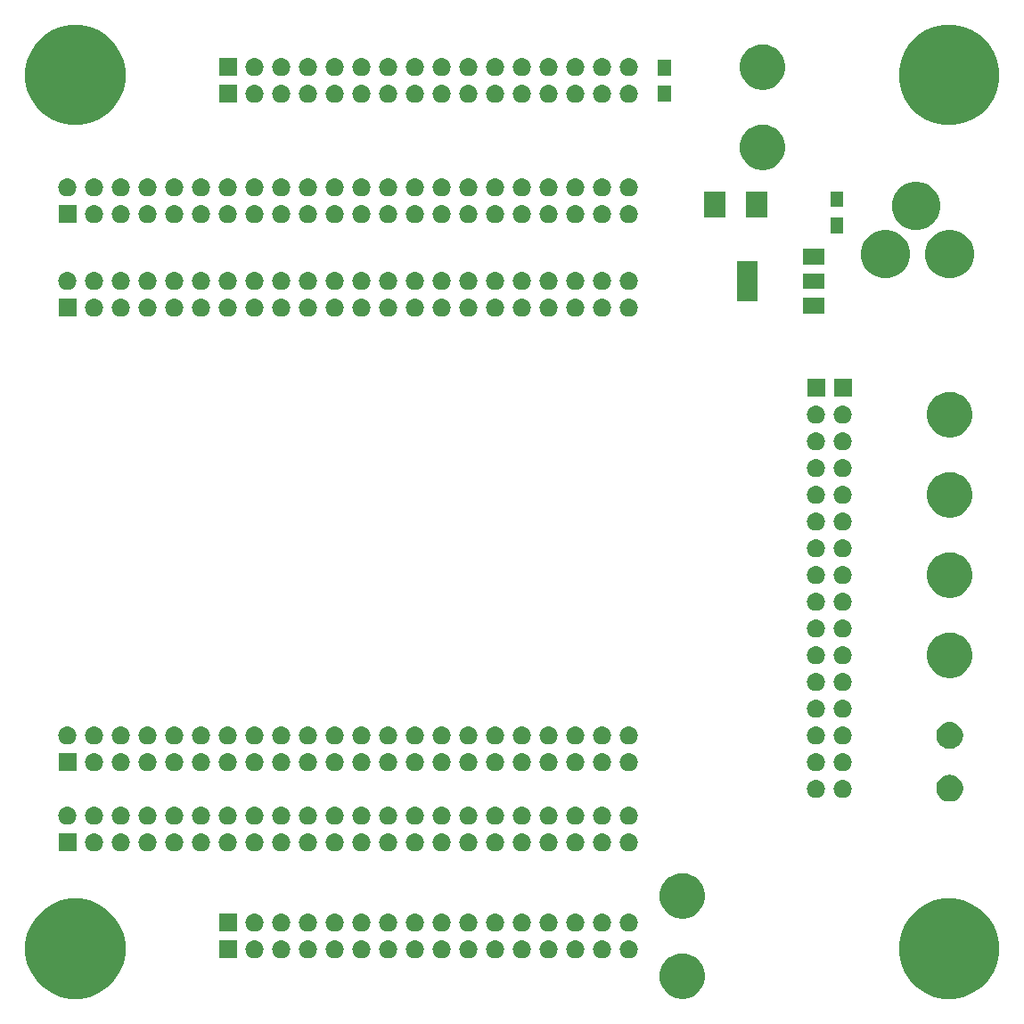
<source format=gbr>
G04 #@! TF.GenerationSoftware,KiCad,Pcbnew,(5.0.2)-1*
G04 #@! TF.CreationDate,2019-04-02T09:03:56-04:00*
G04 #@! TF.ProjectId,BASE-EP4CE6,42415345-2d45-4503-9443-45362e6b6963,X1*
G04 #@! TF.SameCoordinates,Original*
G04 #@! TF.FileFunction,Soldermask,Top*
G04 #@! TF.FilePolarity,Negative*
%FSLAX46Y46*%
G04 Gerber Fmt 4.6, Leading zero omitted, Abs format (unit mm)*
G04 Created by KiCad (PCBNEW (5.0.2)-1) date 4/2/2019 9:03:56 AM*
%MOMM*%
%LPD*%
G01*
G04 APERTURE LIST*
%ADD10C,0.152400*%
G04 APERTURE END LIST*
D10*
G36*
X100389169Y-94420519D02*
X101255889Y-94779526D01*
X102035920Y-95300726D01*
X102699274Y-95964080D01*
X103220474Y-96744111D01*
X103579481Y-97610831D01*
X103762500Y-98530933D01*
X103762500Y-99469067D01*
X103579481Y-100389169D01*
X103220474Y-101255889D01*
X102699274Y-102035920D01*
X102035920Y-102699274D01*
X101255889Y-103220474D01*
X100389169Y-103579481D01*
X99469067Y-103762500D01*
X98530933Y-103762500D01*
X97610831Y-103579481D01*
X96744111Y-103220474D01*
X95964080Y-102699274D01*
X95300726Y-102035920D01*
X94779526Y-101255889D01*
X94420519Y-100389169D01*
X94237500Y-99469067D01*
X94237500Y-98530933D01*
X94420519Y-97610831D01*
X94779526Y-96744111D01*
X95300726Y-95964080D01*
X95964080Y-95300726D01*
X96744111Y-94779526D01*
X97610831Y-94420519D01*
X98530933Y-94237500D01*
X99469067Y-94237500D01*
X100389169Y-94420519D01*
X100389169Y-94420519D01*
G37*
G36*
X17389169Y-94420519D02*
X18255889Y-94779526D01*
X19035920Y-95300726D01*
X19699274Y-95964080D01*
X20220474Y-96744111D01*
X20579481Y-97610831D01*
X20762500Y-98530933D01*
X20762500Y-99469067D01*
X20579481Y-100389169D01*
X20220474Y-101255889D01*
X19699274Y-102035920D01*
X19035920Y-102699274D01*
X18255889Y-103220474D01*
X17389169Y-103579481D01*
X16469067Y-103762500D01*
X15530933Y-103762500D01*
X14610831Y-103579481D01*
X13744111Y-103220474D01*
X12964080Y-102699274D01*
X12300726Y-102035920D01*
X11779526Y-101255889D01*
X11420519Y-100389169D01*
X11237500Y-99469067D01*
X11237500Y-98530933D01*
X11420519Y-97610831D01*
X11779526Y-96744111D01*
X12300726Y-95964080D01*
X12964080Y-95300726D01*
X13744111Y-94779526D01*
X14610831Y-94420519D01*
X15530933Y-94237500D01*
X16469067Y-94237500D01*
X17389169Y-94420519D01*
X17389169Y-94420519D01*
G37*
G36*
X73967614Y-99469067D02*
X74287132Y-99532623D01*
X74449203Y-99599755D01*
X74678406Y-99694694D01*
X75030548Y-99929988D01*
X75330012Y-100229452D01*
X75565306Y-100581594D01*
X75727377Y-100972869D01*
X75810000Y-101388242D01*
X75810000Y-101811758D01*
X75727377Y-102227131D01*
X75565306Y-102618406D01*
X75330012Y-102970548D01*
X75030548Y-103270012D01*
X74678406Y-103505306D01*
X74499331Y-103579481D01*
X74287132Y-103667377D01*
X74079445Y-103708688D01*
X73871758Y-103750000D01*
X73448242Y-103750000D01*
X73240555Y-103708688D01*
X73032868Y-103667377D01*
X72820669Y-103579481D01*
X72641594Y-103505306D01*
X72289452Y-103270012D01*
X71989988Y-102970548D01*
X71754694Y-102618406D01*
X71592623Y-102227131D01*
X71510000Y-101811758D01*
X71510000Y-101388242D01*
X71592623Y-100972869D01*
X71754694Y-100581594D01*
X71989988Y-100229452D01*
X72289452Y-99929988D01*
X72641594Y-99694694D01*
X72870797Y-99599755D01*
X73032868Y-99532623D01*
X73352386Y-99469067D01*
X73448242Y-99450000D01*
X73871758Y-99450000D01*
X73967614Y-99469067D01*
X73967614Y-99469067D01*
G37*
G36*
X45886630Y-98222299D02*
X46046855Y-98270903D01*
X46194520Y-98349831D01*
X46323949Y-98456051D01*
X46430169Y-98585480D01*
X46509097Y-98733145D01*
X46557701Y-98893370D01*
X46574112Y-99060000D01*
X46557701Y-99226630D01*
X46509097Y-99386855D01*
X46430169Y-99534520D01*
X46323949Y-99663949D01*
X46194520Y-99770169D01*
X46046855Y-99849097D01*
X45886630Y-99897701D01*
X45761752Y-99910000D01*
X45678248Y-99910000D01*
X45553370Y-99897701D01*
X45393145Y-99849097D01*
X45245480Y-99770169D01*
X45116051Y-99663949D01*
X45009831Y-99534520D01*
X44930903Y-99386855D01*
X44882299Y-99226630D01*
X44865888Y-99060000D01*
X44882299Y-98893370D01*
X44930903Y-98733145D01*
X45009831Y-98585480D01*
X45116051Y-98456051D01*
X45245480Y-98349831D01*
X45393145Y-98270903D01*
X45553370Y-98222299D01*
X45678248Y-98210000D01*
X45761752Y-98210000D01*
X45886630Y-98222299D01*
X45886630Y-98222299D01*
G37*
G36*
X31330000Y-99910000D02*
X29630000Y-99910000D01*
X29630000Y-98210000D01*
X31330000Y-98210000D01*
X31330000Y-99910000D01*
X31330000Y-99910000D01*
G37*
G36*
X33186630Y-98222299D02*
X33346855Y-98270903D01*
X33494520Y-98349831D01*
X33623949Y-98456051D01*
X33730169Y-98585480D01*
X33809097Y-98733145D01*
X33857701Y-98893370D01*
X33874112Y-99060000D01*
X33857701Y-99226630D01*
X33809097Y-99386855D01*
X33730169Y-99534520D01*
X33623949Y-99663949D01*
X33494520Y-99770169D01*
X33346855Y-99849097D01*
X33186630Y-99897701D01*
X33061752Y-99910000D01*
X32978248Y-99910000D01*
X32853370Y-99897701D01*
X32693145Y-99849097D01*
X32545480Y-99770169D01*
X32416051Y-99663949D01*
X32309831Y-99534520D01*
X32230903Y-99386855D01*
X32182299Y-99226630D01*
X32165888Y-99060000D01*
X32182299Y-98893370D01*
X32230903Y-98733145D01*
X32309831Y-98585480D01*
X32416051Y-98456051D01*
X32545480Y-98349831D01*
X32693145Y-98270903D01*
X32853370Y-98222299D01*
X32978248Y-98210000D01*
X33061752Y-98210000D01*
X33186630Y-98222299D01*
X33186630Y-98222299D01*
G37*
G36*
X35726630Y-98222299D02*
X35886855Y-98270903D01*
X36034520Y-98349831D01*
X36163949Y-98456051D01*
X36270169Y-98585480D01*
X36349097Y-98733145D01*
X36397701Y-98893370D01*
X36414112Y-99060000D01*
X36397701Y-99226630D01*
X36349097Y-99386855D01*
X36270169Y-99534520D01*
X36163949Y-99663949D01*
X36034520Y-99770169D01*
X35886855Y-99849097D01*
X35726630Y-99897701D01*
X35601752Y-99910000D01*
X35518248Y-99910000D01*
X35393370Y-99897701D01*
X35233145Y-99849097D01*
X35085480Y-99770169D01*
X34956051Y-99663949D01*
X34849831Y-99534520D01*
X34770903Y-99386855D01*
X34722299Y-99226630D01*
X34705888Y-99060000D01*
X34722299Y-98893370D01*
X34770903Y-98733145D01*
X34849831Y-98585480D01*
X34956051Y-98456051D01*
X35085480Y-98349831D01*
X35233145Y-98270903D01*
X35393370Y-98222299D01*
X35518248Y-98210000D01*
X35601752Y-98210000D01*
X35726630Y-98222299D01*
X35726630Y-98222299D01*
G37*
G36*
X38266630Y-98222299D02*
X38426855Y-98270903D01*
X38574520Y-98349831D01*
X38703949Y-98456051D01*
X38810169Y-98585480D01*
X38889097Y-98733145D01*
X38937701Y-98893370D01*
X38954112Y-99060000D01*
X38937701Y-99226630D01*
X38889097Y-99386855D01*
X38810169Y-99534520D01*
X38703949Y-99663949D01*
X38574520Y-99770169D01*
X38426855Y-99849097D01*
X38266630Y-99897701D01*
X38141752Y-99910000D01*
X38058248Y-99910000D01*
X37933370Y-99897701D01*
X37773145Y-99849097D01*
X37625480Y-99770169D01*
X37496051Y-99663949D01*
X37389831Y-99534520D01*
X37310903Y-99386855D01*
X37262299Y-99226630D01*
X37245888Y-99060000D01*
X37262299Y-98893370D01*
X37310903Y-98733145D01*
X37389831Y-98585480D01*
X37496051Y-98456051D01*
X37625480Y-98349831D01*
X37773145Y-98270903D01*
X37933370Y-98222299D01*
X38058248Y-98210000D01*
X38141752Y-98210000D01*
X38266630Y-98222299D01*
X38266630Y-98222299D01*
G37*
G36*
X40806630Y-98222299D02*
X40966855Y-98270903D01*
X41114520Y-98349831D01*
X41243949Y-98456051D01*
X41350169Y-98585480D01*
X41429097Y-98733145D01*
X41477701Y-98893370D01*
X41494112Y-99060000D01*
X41477701Y-99226630D01*
X41429097Y-99386855D01*
X41350169Y-99534520D01*
X41243949Y-99663949D01*
X41114520Y-99770169D01*
X40966855Y-99849097D01*
X40806630Y-99897701D01*
X40681752Y-99910000D01*
X40598248Y-99910000D01*
X40473370Y-99897701D01*
X40313145Y-99849097D01*
X40165480Y-99770169D01*
X40036051Y-99663949D01*
X39929831Y-99534520D01*
X39850903Y-99386855D01*
X39802299Y-99226630D01*
X39785888Y-99060000D01*
X39802299Y-98893370D01*
X39850903Y-98733145D01*
X39929831Y-98585480D01*
X40036051Y-98456051D01*
X40165480Y-98349831D01*
X40313145Y-98270903D01*
X40473370Y-98222299D01*
X40598248Y-98210000D01*
X40681752Y-98210000D01*
X40806630Y-98222299D01*
X40806630Y-98222299D01*
G37*
G36*
X43346630Y-98222299D02*
X43506855Y-98270903D01*
X43654520Y-98349831D01*
X43783949Y-98456051D01*
X43890169Y-98585480D01*
X43969097Y-98733145D01*
X44017701Y-98893370D01*
X44034112Y-99060000D01*
X44017701Y-99226630D01*
X43969097Y-99386855D01*
X43890169Y-99534520D01*
X43783949Y-99663949D01*
X43654520Y-99770169D01*
X43506855Y-99849097D01*
X43346630Y-99897701D01*
X43221752Y-99910000D01*
X43138248Y-99910000D01*
X43013370Y-99897701D01*
X42853145Y-99849097D01*
X42705480Y-99770169D01*
X42576051Y-99663949D01*
X42469831Y-99534520D01*
X42390903Y-99386855D01*
X42342299Y-99226630D01*
X42325888Y-99060000D01*
X42342299Y-98893370D01*
X42390903Y-98733145D01*
X42469831Y-98585480D01*
X42576051Y-98456051D01*
X42705480Y-98349831D01*
X42853145Y-98270903D01*
X43013370Y-98222299D01*
X43138248Y-98210000D01*
X43221752Y-98210000D01*
X43346630Y-98222299D01*
X43346630Y-98222299D01*
G37*
G36*
X48426630Y-98222299D02*
X48586855Y-98270903D01*
X48734520Y-98349831D01*
X48863949Y-98456051D01*
X48970169Y-98585480D01*
X49049097Y-98733145D01*
X49097701Y-98893370D01*
X49114112Y-99060000D01*
X49097701Y-99226630D01*
X49049097Y-99386855D01*
X48970169Y-99534520D01*
X48863949Y-99663949D01*
X48734520Y-99770169D01*
X48586855Y-99849097D01*
X48426630Y-99897701D01*
X48301752Y-99910000D01*
X48218248Y-99910000D01*
X48093370Y-99897701D01*
X47933145Y-99849097D01*
X47785480Y-99770169D01*
X47656051Y-99663949D01*
X47549831Y-99534520D01*
X47470903Y-99386855D01*
X47422299Y-99226630D01*
X47405888Y-99060000D01*
X47422299Y-98893370D01*
X47470903Y-98733145D01*
X47549831Y-98585480D01*
X47656051Y-98456051D01*
X47785480Y-98349831D01*
X47933145Y-98270903D01*
X48093370Y-98222299D01*
X48218248Y-98210000D01*
X48301752Y-98210000D01*
X48426630Y-98222299D01*
X48426630Y-98222299D01*
G37*
G36*
X53506630Y-98222299D02*
X53666855Y-98270903D01*
X53814520Y-98349831D01*
X53943949Y-98456051D01*
X54050169Y-98585480D01*
X54129097Y-98733145D01*
X54177701Y-98893370D01*
X54194112Y-99060000D01*
X54177701Y-99226630D01*
X54129097Y-99386855D01*
X54050169Y-99534520D01*
X53943949Y-99663949D01*
X53814520Y-99770169D01*
X53666855Y-99849097D01*
X53506630Y-99897701D01*
X53381752Y-99910000D01*
X53298248Y-99910000D01*
X53173370Y-99897701D01*
X53013145Y-99849097D01*
X52865480Y-99770169D01*
X52736051Y-99663949D01*
X52629831Y-99534520D01*
X52550903Y-99386855D01*
X52502299Y-99226630D01*
X52485888Y-99060000D01*
X52502299Y-98893370D01*
X52550903Y-98733145D01*
X52629831Y-98585480D01*
X52736051Y-98456051D01*
X52865480Y-98349831D01*
X53013145Y-98270903D01*
X53173370Y-98222299D01*
X53298248Y-98210000D01*
X53381752Y-98210000D01*
X53506630Y-98222299D01*
X53506630Y-98222299D01*
G37*
G36*
X56046630Y-98222299D02*
X56206855Y-98270903D01*
X56354520Y-98349831D01*
X56483949Y-98456051D01*
X56590169Y-98585480D01*
X56669097Y-98733145D01*
X56717701Y-98893370D01*
X56734112Y-99060000D01*
X56717701Y-99226630D01*
X56669097Y-99386855D01*
X56590169Y-99534520D01*
X56483949Y-99663949D01*
X56354520Y-99770169D01*
X56206855Y-99849097D01*
X56046630Y-99897701D01*
X55921752Y-99910000D01*
X55838248Y-99910000D01*
X55713370Y-99897701D01*
X55553145Y-99849097D01*
X55405480Y-99770169D01*
X55276051Y-99663949D01*
X55169831Y-99534520D01*
X55090903Y-99386855D01*
X55042299Y-99226630D01*
X55025888Y-99060000D01*
X55042299Y-98893370D01*
X55090903Y-98733145D01*
X55169831Y-98585480D01*
X55276051Y-98456051D01*
X55405480Y-98349831D01*
X55553145Y-98270903D01*
X55713370Y-98222299D01*
X55838248Y-98210000D01*
X55921752Y-98210000D01*
X56046630Y-98222299D01*
X56046630Y-98222299D01*
G37*
G36*
X58586630Y-98222299D02*
X58746855Y-98270903D01*
X58894520Y-98349831D01*
X59023949Y-98456051D01*
X59130169Y-98585480D01*
X59209097Y-98733145D01*
X59257701Y-98893370D01*
X59274112Y-99060000D01*
X59257701Y-99226630D01*
X59209097Y-99386855D01*
X59130169Y-99534520D01*
X59023949Y-99663949D01*
X58894520Y-99770169D01*
X58746855Y-99849097D01*
X58586630Y-99897701D01*
X58461752Y-99910000D01*
X58378248Y-99910000D01*
X58253370Y-99897701D01*
X58093145Y-99849097D01*
X57945480Y-99770169D01*
X57816051Y-99663949D01*
X57709831Y-99534520D01*
X57630903Y-99386855D01*
X57582299Y-99226630D01*
X57565888Y-99060000D01*
X57582299Y-98893370D01*
X57630903Y-98733145D01*
X57709831Y-98585480D01*
X57816051Y-98456051D01*
X57945480Y-98349831D01*
X58093145Y-98270903D01*
X58253370Y-98222299D01*
X58378248Y-98210000D01*
X58461752Y-98210000D01*
X58586630Y-98222299D01*
X58586630Y-98222299D01*
G37*
G36*
X61126630Y-98222299D02*
X61286855Y-98270903D01*
X61434520Y-98349831D01*
X61563949Y-98456051D01*
X61670169Y-98585480D01*
X61749097Y-98733145D01*
X61797701Y-98893370D01*
X61814112Y-99060000D01*
X61797701Y-99226630D01*
X61749097Y-99386855D01*
X61670169Y-99534520D01*
X61563949Y-99663949D01*
X61434520Y-99770169D01*
X61286855Y-99849097D01*
X61126630Y-99897701D01*
X61001752Y-99910000D01*
X60918248Y-99910000D01*
X60793370Y-99897701D01*
X60633145Y-99849097D01*
X60485480Y-99770169D01*
X60356051Y-99663949D01*
X60249831Y-99534520D01*
X60170903Y-99386855D01*
X60122299Y-99226630D01*
X60105888Y-99060000D01*
X60122299Y-98893370D01*
X60170903Y-98733145D01*
X60249831Y-98585480D01*
X60356051Y-98456051D01*
X60485480Y-98349831D01*
X60633145Y-98270903D01*
X60793370Y-98222299D01*
X60918248Y-98210000D01*
X61001752Y-98210000D01*
X61126630Y-98222299D01*
X61126630Y-98222299D01*
G37*
G36*
X63666630Y-98222299D02*
X63826855Y-98270903D01*
X63974520Y-98349831D01*
X64103949Y-98456051D01*
X64210169Y-98585480D01*
X64289097Y-98733145D01*
X64337701Y-98893370D01*
X64354112Y-99060000D01*
X64337701Y-99226630D01*
X64289097Y-99386855D01*
X64210169Y-99534520D01*
X64103949Y-99663949D01*
X63974520Y-99770169D01*
X63826855Y-99849097D01*
X63666630Y-99897701D01*
X63541752Y-99910000D01*
X63458248Y-99910000D01*
X63333370Y-99897701D01*
X63173145Y-99849097D01*
X63025480Y-99770169D01*
X62896051Y-99663949D01*
X62789831Y-99534520D01*
X62710903Y-99386855D01*
X62662299Y-99226630D01*
X62645888Y-99060000D01*
X62662299Y-98893370D01*
X62710903Y-98733145D01*
X62789831Y-98585480D01*
X62896051Y-98456051D01*
X63025480Y-98349831D01*
X63173145Y-98270903D01*
X63333370Y-98222299D01*
X63458248Y-98210000D01*
X63541752Y-98210000D01*
X63666630Y-98222299D01*
X63666630Y-98222299D01*
G37*
G36*
X66206630Y-98222299D02*
X66366855Y-98270903D01*
X66514520Y-98349831D01*
X66643949Y-98456051D01*
X66750169Y-98585480D01*
X66829097Y-98733145D01*
X66877701Y-98893370D01*
X66894112Y-99060000D01*
X66877701Y-99226630D01*
X66829097Y-99386855D01*
X66750169Y-99534520D01*
X66643949Y-99663949D01*
X66514520Y-99770169D01*
X66366855Y-99849097D01*
X66206630Y-99897701D01*
X66081752Y-99910000D01*
X65998248Y-99910000D01*
X65873370Y-99897701D01*
X65713145Y-99849097D01*
X65565480Y-99770169D01*
X65436051Y-99663949D01*
X65329831Y-99534520D01*
X65250903Y-99386855D01*
X65202299Y-99226630D01*
X65185888Y-99060000D01*
X65202299Y-98893370D01*
X65250903Y-98733145D01*
X65329831Y-98585480D01*
X65436051Y-98456051D01*
X65565480Y-98349831D01*
X65713145Y-98270903D01*
X65873370Y-98222299D01*
X65998248Y-98210000D01*
X66081752Y-98210000D01*
X66206630Y-98222299D01*
X66206630Y-98222299D01*
G37*
G36*
X68746630Y-98222299D02*
X68906855Y-98270903D01*
X69054520Y-98349831D01*
X69183949Y-98456051D01*
X69290169Y-98585480D01*
X69369097Y-98733145D01*
X69417701Y-98893370D01*
X69434112Y-99060000D01*
X69417701Y-99226630D01*
X69369097Y-99386855D01*
X69290169Y-99534520D01*
X69183949Y-99663949D01*
X69054520Y-99770169D01*
X68906855Y-99849097D01*
X68746630Y-99897701D01*
X68621752Y-99910000D01*
X68538248Y-99910000D01*
X68413370Y-99897701D01*
X68253145Y-99849097D01*
X68105480Y-99770169D01*
X67976051Y-99663949D01*
X67869831Y-99534520D01*
X67790903Y-99386855D01*
X67742299Y-99226630D01*
X67725888Y-99060000D01*
X67742299Y-98893370D01*
X67790903Y-98733145D01*
X67869831Y-98585480D01*
X67976051Y-98456051D01*
X68105480Y-98349831D01*
X68253145Y-98270903D01*
X68413370Y-98222299D01*
X68538248Y-98210000D01*
X68621752Y-98210000D01*
X68746630Y-98222299D01*
X68746630Y-98222299D01*
G37*
G36*
X50966630Y-98222299D02*
X51126855Y-98270903D01*
X51274520Y-98349831D01*
X51403949Y-98456051D01*
X51510169Y-98585480D01*
X51589097Y-98733145D01*
X51637701Y-98893370D01*
X51654112Y-99060000D01*
X51637701Y-99226630D01*
X51589097Y-99386855D01*
X51510169Y-99534520D01*
X51403949Y-99663949D01*
X51274520Y-99770169D01*
X51126855Y-99849097D01*
X50966630Y-99897701D01*
X50841752Y-99910000D01*
X50758248Y-99910000D01*
X50633370Y-99897701D01*
X50473145Y-99849097D01*
X50325480Y-99770169D01*
X50196051Y-99663949D01*
X50089831Y-99534520D01*
X50010903Y-99386855D01*
X49962299Y-99226630D01*
X49945888Y-99060000D01*
X49962299Y-98893370D01*
X50010903Y-98733145D01*
X50089831Y-98585480D01*
X50196051Y-98456051D01*
X50325480Y-98349831D01*
X50473145Y-98270903D01*
X50633370Y-98222299D01*
X50758248Y-98210000D01*
X50841752Y-98210000D01*
X50966630Y-98222299D01*
X50966630Y-98222299D01*
G37*
G36*
X31330000Y-97370000D02*
X29630000Y-97370000D01*
X29630000Y-95670000D01*
X31330000Y-95670000D01*
X31330000Y-97370000D01*
X31330000Y-97370000D01*
G37*
G36*
X56046630Y-95682299D02*
X56206855Y-95730903D01*
X56354520Y-95809831D01*
X56483949Y-95916051D01*
X56590169Y-96045480D01*
X56669097Y-96193145D01*
X56717701Y-96353370D01*
X56734112Y-96520000D01*
X56717701Y-96686630D01*
X56669097Y-96846855D01*
X56590169Y-96994520D01*
X56483949Y-97123949D01*
X56354520Y-97230169D01*
X56206855Y-97309097D01*
X56046630Y-97357701D01*
X55921752Y-97370000D01*
X55838248Y-97370000D01*
X55713370Y-97357701D01*
X55553145Y-97309097D01*
X55405480Y-97230169D01*
X55276051Y-97123949D01*
X55169831Y-96994520D01*
X55090903Y-96846855D01*
X55042299Y-96686630D01*
X55025888Y-96520000D01*
X55042299Y-96353370D01*
X55090903Y-96193145D01*
X55169831Y-96045480D01*
X55276051Y-95916051D01*
X55405480Y-95809831D01*
X55553145Y-95730903D01*
X55713370Y-95682299D01*
X55838248Y-95670000D01*
X55921752Y-95670000D01*
X56046630Y-95682299D01*
X56046630Y-95682299D01*
G37*
G36*
X48426630Y-95682299D02*
X48586855Y-95730903D01*
X48734520Y-95809831D01*
X48863949Y-95916051D01*
X48970169Y-96045480D01*
X49049097Y-96193145D01*
X49097701Y-96353370D01*
X49114112Y-96520000D01*
X49097701Y-96686630D01*
X49049097Y-96846855D01*
X48970169Y-96994520D01*
X48863949Y-97123949D01*
X48734520Y-97230169D01*
X48586855Y-97309097D01*
X48426630Y-97357701D01*
X48301752Y-97370000D01*
X48218248Y-97370000D01*
X48093370Y-97357701D01*
X47933145Y-97309097D01*
X47785480Y-97230169D01*
X47656051Y-97123949D01*
X47549831Y-96994520D01*
X47470903Y-96846855D01*
X47422299Y-96686630D01*
X47405888Y-96520000D01*
X47422299Y-96353370D01*
X47470903Y-96193145D01*
X47549831Y-96045480D01*
X47656051Y-95916051D01*
X47785480Y-95809831D01*
X47933145Y-95730903D01*
X48093370Y-95682299D01*
X48218248Y-95670000D01*
X48301752Y-95670000D01*
X48426630Y-95682299D01*
X48426630Y-95682299D01*
G37*
G36*
X43346630Y-95682299D02*
X43506855Y-95730903D01*
X43654520Y-95809831D01*
X43783949Y-95916051D01*
X43890169Y-96045480D01*
X43969097Y-96193145D01*
X44017701Y-96353370D01*
X44034112Y-96520000D01*
X44017701Y-96686630D01*
X43969097Y-96846855D01*
X43890169Y-96994520D01*
X43783949Y-97123949D01*
X43654520Y-97230169D01*
X43506855Y-97309097D01*
X43346630Y-97357701D01*
X43221752Y-97370000D01*
X43138248Y-97370000D01*
X43013370Y-97357701D01*
X42853145Y-97309097D01*
X42705480Y-97230169D01*
X42576051Y-97123949D01*
X42469831Y-96994520D01*
X42390903Y-96846855D01*
X42342299Y-96686630D01*
X42325888Y-96520000D01*
X42342299Y-96353370D01*
X42390903Y-96193145D01*
X42469831Y-96045480D01*
X42576051Y-95916051D01*
X42705480Y-95809831D01*
X42853145Y-95730903D01*
X43013370Y-95682299D01*
X43138248Y-95670000D01*
X43221752Y-95670000D01*
X43346630Y-95682299D01*
X43346630Y-95682299D01*
G37*
G36*
X53506630Y-95682299D02*
X53666855Y-95730903D01*
X53814520Y-95809831D01*
X53943949Y-95916051D01*
X54050169Y-96045480D01*
X54129097Y-96193145D01*
X54177701Y-96353370D01*
X54194112Y-96520000D01*
X54177701Y-96686630D01*
X54129097Y-96846855D01*
X54050169Y-96994520D01*
X53943949Y-97123949D01*
X53814520Y-97230169D01*
X53666855Y-97309097D01*
X53506630Y-97357701D01*
X53381752Y-97370000D01*
X53298248Y-97370000D01*
X53173370Y-97357701D01*
X53013145Y-97309097D01*
X52865480Y-97230169D01*
X52736051Y-97123949D01*
X52629831Y-96994520D01*
X52550903Y-96846855D01*
X52502299Y-96686630D01*
X52485888Y-96520000D01*
X52502299Y-96353370D01*
X52550903Y-96193145D01*
X52629831Y-96045480D01*
X52736051Y-95916051D01*
X52865480Y-95809831D01*
X53013145Y-95730903D01*
X53173370Y-95682299D01*
X53298248Y-95670000D01*
X53381752Y-95670000D01*
X53506630Y-95682299D01*
X53506630Y-95682299D01*
G37*
G36*
X45886630Y-95682299D02*
X46046855Y-95730903D01*
X46194520Y-95809831D01*
X46323949Y-95916051D01*
X46430169Y-96045480D01*
X46509097Y-96193145D01*
X46557701Y-96353370D01*
X46574112Y-96520000D01*
X46557701Y-96686630D01*
X46509097Y-96846855D01*
X46430169Y-96994520D01*
X46323949Y-97123949D01*
X46194520Y-97230169D01*
X46046855Y-97309097D01*
X45886630Y-97357701D01*
X45761752Y-97370000D01*
X45678248Y-97370000D01*
X45553370Y-97357701D01*
X45393145Y-97309097D01*
X45245480Y-97230169D01*
X45116051Y-97123949D01*
X45009831Y-96994520D01*
X44930903Y-96846855D01*
X44882299Y-96686630D01*
X44865888Y-96520000D01*
X44882299Y-96353370D01*
X44930903Y-96193145D01*
X45009831Y-96045480D01*
X45116051Y-95916051D01*
X45245480Y-95809831D01*
X45393145Y-95730903D01*
X45553370Y-95682299D01*
X45678248Y-95670000D01*
X45761752Y-95670000D01*
X45886630Y-95682299D01*
X45886630Y-95682299D01*
G37*
G36*
X50966630Y-95682299D02*
X51126855Y-95730903D01*
X51274520Y-95809831D01*
X51403949Y-95916051D01*
X51510169Y-96045480D01*
X51589097Y-96193145D01*
X51637701Y-96353370D01*
X51654112Y-96520000D01*
X51637701Y-96686630D01*
X51589097Y-96846855D01*
X51510169Y-96994520D01*
X51403949Y-97123949D01*
X51274520Y-97230169D01*
X51126855Y-97309097D01*
X50966630Y-97357701D01*
X50841752Y-97370000D01*
X50758248Y-97370000D01*
X50633370Y-97357701D01*
X50473145Y-97309097D01*
X50325480Y-97230169D01*
X50196051Y-97123949D01*
X50089831Y-96994520D01*
X50010903Y-96846855D01*
X49962299Y-96686630D01*
X49945888Y-96520000D01*
X49962299Y-96353370D01*
X50010903Y-96193145D01*
X50089831Y-96045480D01*
X50196051Y-95916051D01*
X50325480Y-95809831D01*
X50473145Y-95730903D01*
X50633370Y-95682299D01*
X50758248Y-95670000D01*
X50841752Y-95670000D01*
X50966630Y-95682299D01*
X50966630Y-95682299D01*
G37*
G36*
X68746630Y-95682299D02*
X68906855Y-95730903D01*
X69054520Y-95809831D01*
X69183949Y-95916051D01*
X69290169Y-96045480D01*
X69369097Y-96193145D01*
X69417701Y-96353370D01*
X69434112Y-96520000D01*
X69417701Y-96686630D01*
X69369097Y-96846855D01*
X69290169Y-96994520D01*
X69183949Y-97123949D01*
X69054520Y-97230169D01*
X68906855Y-97309097D01*
X68746630Y-97357701D01*
X68621752Y-97370000D01*
X68538248Y-97370000D01*
X68413370Y-97357701D01*
X68253145Y-97309097D01*
X68105480Y-97230169D01*
X67976051Y-97123949D01*
X67869831Y-96994520D01*
X67790903Y-96846855D01*
X67742299Y-96686630D01*
X67725888Y-96520000D01*
X67742299Y-96353370D01*
X67790903Y-96193145D01*
X67869831Y-96045480D01*
X67976051Y-95916051D01*
X68105480Y-95809831D01*
X68253145Y-95730903D01*
X68413370Y-95682299D01*
X68538248Y-95670000D01*
X68621752Y-95670000D01*
X68746630Y-95682299D01*
X68746630Y-95682299D01*
G37*
G36*
X66206630Y-95682299D02*
X66366855Y-95730903D01*
X66514520Y-95809831D01*
X66643949Y-95916051D01*
X66750169Y-96045480D01*
X66829097Y-96193145D01*
X66877701Y-96353370D01*
X66894112Y-96520000D01*
X66877701Y-96686630D01*
X66829097Y-96846855D01*
X66750169Y-96994520D01*
X66643949Y-97123949D01*
X66514520Y-97230169D01*
X66366855Y-97309097D01*
X66206630Y-97357701D01*
X66081752Y-97370000D01*
X65998248Y-97370000D01*
X65873370Y-97357701D01*
X65713145Y-97309097D01*
X65565480Y-97230169D01*
X65436051Y-97123949D01*
X65329831Y-96994520D01*
X65250903Y-96846855D01*
X65202299Y-96686630D01*
X65185888Y-96520000D01*
X65202299Y-96353370D01*
X65250903Y-96193145D01*
X65329831Y-96045480D01*
X65436051Y-95916051D01*
X65565480Y-95809831D01*
X65713145Y-95730903D01*
X65873370Y-95682299D01*
X65998248Y-95670000D01*
X66081752Y-95670000D01*
X66206630Y-95682299D01*
X66206630Y-95682299D01*
G37*
G36*
X63666630Y-95682299D02*
X63826855Y-95730903D01*
X63974520Y-95809831D01*
X64103949Y-95916051D01*
X64210169Y-96045480D01*
X64289097Y-96193145D01*
X64337701Y-96353370D01*
X64354112Y-96520000D01*
X64337701Y-96686630D01*
X64289097Y-96846855D01*
X64210169Y-96994520D01*
X64103949Y-97123949D01*
X63974520Y-97230169D01*
X63826855Y-97309097D01*
X63666630Y-97357701D01*
X63541752Y-97370000D01*
X63458248Y-97370000D01*
X63333370Y-97357701D01*
X63173145Y-97309097D01*
X63025480Y-97230169D01*
X62896051Y-97123949D01*
X62789831Y-96994520D01*
X62710903Y-96846855D01*
X62662299Y-96686630D01*
X62645888Y-96520000D01*
X62662299Y-96353370D01*
X62710903Y-96193145D01*
X62789831Y-96045480D01*
X62896051Y-95916051D01*
X63025480Y-95809831D01*
X63173145Y-95730903D01*
X63333370Y-95682299D01*
X63458248Y-95670000D01*
X63541752Y-95670000D01*
X63666630Y-95682299D01*
X63666630Y-95682299D01*
G37*
G36*
X61126630Y-95682299D02*
X61286855Y-95730903D01*
X61434520Y-95809831D01*
X61563949Y-95916051D01*
X61670169Y-96045480D01*
X61749097Y-96193145D01*
X61797701Y-96353370D01*
X61814112Y-96520000D01*
X61797701Y-96686630D01*
X61749097Y-96846855D01*
X61670169Y-96994520D01*
X61563949Y-97123949D01*
X61434520Y-97230169D01*
X61286855Y-97309097D01*
X61126630Y-97357701D01*
X61001752Y-97370000D01*
X60918248Y-97370000D01*
X60793370Y-97357701D01*
X60633145Y-97309097D01*
X60485480Y-97230169D01*
X60356051Y-97123949D01*
X60249831Y-96994520D01*
X60170903Y-96846855D01*
X60122299Y-96686630D01*
X60105888Y-96520000D01*
X60122299Y-96353370D01*
X60170903Y-96193145D01*
X60249831Y-96045480D01*
X60356051Y-95916051D01*
X60485480Y-95809831D01*
X60633145Y-95730903D01*
X60793370Y-95682299D01*
X60918248Y-95670000D01*
X61001752Y-95670000D01*
X61126630Y-95682299D01*
X61126630Y-95682299D01*
G37*
G36*
X58586630Y-95682299D02*
X58746855Y-95730903D01*
X58894520Y-95809831D01*
X59023949Y-95916051D01*
X59130169Y-96045480D01*
X59209097Y-96193145D01*
X59257701Y-96353370D01*
X59274112Y-96520000D01*
X59257701Y-96686630D01*
X59209097Y-96846855D01*
X59130169Y-96994520D01*
X59023949Y-97123949D01*
X58894520Y-97230169D01*
X58746855Y-97309097D01*
X58586630Y-97357701D01*
X58461752Y-97370000D01*
X58378248Y-97370000D01*
X58253370Y-97357701D01*
X58093145Y-97309097D01*
X57945480Y-97230169D01*
X57816051Y-97123949D01*
X57709831Y-96994520D01*
X57630903Y-96846855D01*
X57582299Y-96686630D01*
X57565888Y-96520000D01*
X57582299Y-96353370D01*
X57630903Y-96193145D01*
X57709831Y-96045480D01*
X57816051Y-95916051D01*
X57945480Y-95809831D01*
X58093145Y-95730903D01*
X58253370Y-95682299D01*
X58378248Y-95670000D01*
X58461752Y-95670000D01*
X58586630Y-95682299D01*
X58586630Y-95682299D01*
G37*
G36*
X33186630Y-95682299D02*
X33346855Y-95730903D01*
X33494520Y-95809831D01*
X33623949Y-95916051D01*
X33730169Y-96045480D01*
X33809097Y-96193145D01*
X33857701Y-96353370D01*
X33874112Y-96520000D01*
X33857701Y-96686630D01*
X33809097Y-96846855D01*
X33730169Y-96994520D01*
X33623949Y-97123949D01*
X33494520Y-97230169D01*
X33346855Y-97309097D01*
X33186630Y-97357701D01*
X33061752Y-97370000D01*
X32978248Y-97370000D01*
X32853370Y-97357701D01*
X32693145Y-97309097D01*
X32545480Y-97230169D01*
X32416051Y-97123949D01*
X32309831Y-96994520D01*
X32230903Y-96846855D01*
X32182299Y-96686630D01*
X32165888Y-96520000D01*
X32182299Y-96353370D01*
X32230903Y-96193145D01*
X32309831Y-96045480D01*
X32416051Y-95916051D01*
X32545480Y-95809831D01*
X32693145Y-95730903D01*
X32853370Y-95682299D01*
X32978248Y-95670000D01*
X33061752Y-95670000D01*
X33186630Y-95682299D01*
X33186630Y-95682299D01*
G37*
G36*
X35726630Y-95682299D02*
X35886855Y-95730903D01*
X36034520Y-95809831D01*
X36163949Y-95916051D01*
X36270169Y-96045480D01*
X36349097Y-96193145D01*
X36397701Y-96353370D01*
X36414112Y-96520000D01*
X36397701Y-96686630D01*
X36349097Y-96846855D01*
X36270169Y-96994520D01*
X36163949Y-97123949D01*
X36034520Y-97230169D01*
X35886855Y-97309097D01*
X35726630Y-97357701D01*
X35601752Y-97370000D01*
X35518248Y-97370000D01*
X35393370Y-97357701D01*
X35233145Y-97309097D01*
X35085480Y-97230169D01*
X34956051Y-97123949D01*
X34849831Y-96994520D01*
X34770903Y-96846855D01*
X34722299Y-96686630D01*
X34705888Y-96520000D01*
X34722299Y-96353370D01*
X34770903Y-96193145D01*
X34849831Y-96045480D01*
X34956051Y-95916051D01*
X35085480Y-95809831D01*
X35233145Y-95730903D01*
X35393370Y-95682299D01*
X35518248Y-95670000D01*
X35601752Y-95670000D01*
X35726630Y-95682299D01*
X35726630Y-95682299D01*
G37*
G36*
X38266630Y-95682299D02*
X38426855Y-95730903D01*
X38574520Y-95809831D01*
X38703949Y-95916051D01*
X38810169Y-96045480D01*
X38889097Y-96193145D01*
X38937701Y-96353370D01*
X38954112Y-96520000D01*
X38937701Y-96686630D01*
X38889097Y-96846855D01*
X38810169Y-96994520D01*
X38703949Y-97123949D01*
X38574520Y-97230169D01*
X38426855Y-97309097D01*
X38266630Y-97357701D01*
X38141752Y-97370000D01*
X38058248Y-97370000D01*
X37933370Y-97357701D01*
X37773145Y-97309097D01*
X37625480Y-97230169D01*
X37496051Y-97123949D01*
X37389831Y-96994520D01*
X37310903Y-96846855D01*
X37262299Y-96686630D01*
X37245888Y-96520000D01*
X37262299Y-96353370D01*
X37310903Y-96193145D01*
X37389831Y-96045480D01*
X37496051Y-95916051D01*
X37625480Y-95809831D01*
X37773145Y-95730903D01*
X37933370Y-95682299D01*
X38058248Y-95670000D01*
X38141752Y-95670000D01*
X38266630Y-95682299D01*
X38266630Y-95682299D01*
G37*
G36*
X40806630Y-95682299D02*
X40966855Y-95730903D01*
X41114520Y-95809831D01*
X41243949Y-95916051D01*
X41350169Y-96045480D01*
X41429097Y-96193145D01*
X41477701Y-96353370D01*
X41494112Y-96520000D01*
X41477701Y-96686630D01*
X41429097Y-96846855D01*
X41350169Y-96994520D01*
X41243949Y-97123949D01*
X41114520Y-97230169D01*
X40966855Y-97309097D01*
X40806630Y-97357701D01*
X40681752Y-97370000D01*
X40598248Y-97370000D01*
X40473370Y-97357701D01*
X40313145Y-97309097D01*
X40165480Y-97230169D01*
X40036051Y-97123949D01*
X39929831Y-96994520D01*
X39850903Y-96846855D01*
X39802299Y-96686630D01*
X39785888Y-96520000D01*
X39802299Y-96353370D01*
X39850903Y-96193145D01*
X39929831Y-96045480D01*
X40036051Y-95916051D01*
X40165480Y-95809831D01*
X40313145Y-95730903D01*
X40473370Y-95682299D01*
X40598248Y-95670000D01*
X40681752Y-95670000D01*
X40806630Y-95682299D01*
X40806630Y-95682299D01*
G37*
G36*
X74079444Y-91871311D02*
X74287132Y-91912623D01*
X74449203Y-91979755D01*
X74678406Y-92074694D01*
X75030548Y-92309988D01*
X75330012Y-92609452D01*
X75565306Y-92961594D01*
X75727377Y-93352869D01*
X75810000Y-93768242D01*
X75810000Y-94191758D01*
X75727377Y-94607131D01*
X75565306Y-94998406D01*
X75330012Y-95350548D01*
X75030548Y-95650012D01*
X74678406Y-95885306D01*
X74488228Y-95964080D01*
X74287132Y-96047377D01*
X74079444Y-96088689D01*
X73871758Y-96130000D01*
X73448242Y-96130000D01*
X73240555Y-96088688D01*
X73032868Y-96047377D01*
X72831772Y-95964080D01*
X72641594Y-95885306D01*
X72289452Y-95650012D01*
X71989988Y-95350548D01*
X71754694Y-94998406D01*
X71592623Y-94607131D01*
X71510000Y-94191758D01*
X71510000Y-93768242D01*
X71592623Y-93352869D01*
X71754694Y-92961594D01*
X71989988Y-92609452D01*
X72289452Y-92309988D01*
X72641594Y-92074694D01*
X72870797Y-91979755D01*
X73032868Y-91912623D01*
X73240556Y-91871311D01*
X73448242Y-91830000D01*
X73871758Y-91830000D01*
X74079444Y-91871311D01*
X74079444Y-91871311D01*
G37*
G36*
X66206630Y-88062299D02*
X66366855Y-88110903D01*
X66514520Y-88189831D01*
X66643949Y-88296051D01*
X66750169Y-88425480D01*
X66829097Y-88573145D01*
X66877701Y-88733370D01*
X66894112Y-88900000D01*
X66877701Y-89066630D01*
X66829097Y-89226855D01*
X66750169Y-89374520D01*
X66643949Y-89503949D01*
X66514520Y-89610169D01*
X66366855Y-89689097D01*
X66206630Y-89737701D01*
X66081752Y-89750000D01*
X65998248Y-89750000D01*
X65873370Y-89737701D01*
X65713145Y-89689097D01*
X65565480Y-89610169D01*
X65436051Y-89503949D01*
X65329831Y-89374520D01*
X65250903Y-89226855D01*
X65202299Y-89066630D01*
X65185888Y-88900000D01*
X65202299Y-88733370D01*
X65250903Y-88573145D01*
X65329831Y-88425480D01*
X65436051Y-88296051D01*
X65565480Y-88189831D01*
X65713145Y-88110903D01*
X65873370Y-88062299D01*
X65998248Y-88050000D01*
X66081752Y-88050000D01*
X66206630Y-88062299D01*
X66206630Y-88062299D01*
G37*
G36*
X16090000Y-89750000D02*
X14390000Y-89750000D01*
X14390000Y-88050000D01*
X16090000Y-88050000D01*
X16090000Y-89750000D01*
X16090000Y-89750000D01*
G37*
G36*
X17946630Y-88062299D02*
X18106855Y-88110903D01*
X18254520Y-88189831D01*
X18383949Y-88296051D01*
X18490169Y-88425480D01*
X18569097Y-88573145D01*
X18617701Y-88733370D01*
X18634112Y-88900000D01*
X18617701Y-89066630D01*
X18569097Y-89226855D01*
X18490169Y-89374520D01*
X18383949Y-89503949D01*
X18254520Y-89610169D01*
X18106855Y-89689097D01*
X17946630Y-89737701D01*
X17821752Y-89750000D01*
X17738248Y-89750000D01*
X17613370Y-89737701D01*
X17453145Y-89689097D01*
X17305480Y-89610169D01*
X17176051Y-89503949D01*
X17069831Y-89374520D01*
X16990903Y-89226855D01*
X16942299Y-89066630D01*
X16925888Y-88900000D01*
X16942299Y-88733370D01*
X16990903Y-88573145D01*
X17069831Y-88425480D01*
X17176051Y-88296051D01*
X17305480Y-88189831D01*
X17453145Y-88110903D01*
X17613370Y-88062299D01*
X17738248Y-88050000D01*
X17821752Y-88050000D01*
X17946630Y-88062299D01*
X17946630Y-88062299D01*
G37*
G36*
X20486630Y-88062299D02*
X20646855Y-88110903D01*
X20794520Y-88189831D01*
X20923949Y-88296051D01*
X21030169Y-88425480D01*
X21109097Y-88573145D01*
X21157701Y-88733370D01*
X21174112Y-88900000D01*
X21157701Y-89066630D01*
X21109097Y-89226855D01*
X21030169Y-89374520D01*
X20923949Y-89503949D01*
X20794520Y-89610169D01*
X20646855Y-89689097D01*
X20486630Y-89737701D01*
X20361752Y-89750000D01*
X20278248Y-89750000D01*
X20153370Y-89737701D01*
X19993145Y-89689097D01*
X19845480Y-89610169D01*
X19716051Y-89503949D01*
X19609831Y-89374520D01*
X19530903Y-89226855D01*
X19482299Y-89066630D01*
X19465888Y-88900000D01*
X19482299Y-88733370D01*
X19530903Y-88573145D01*
X19609831Y-88425480D01*
X19716051Y-88296051D01*
X19845480Y-88189831D01*
X19993145Y-88110903D01*
X20153370Y-88062299D01*
X20278248Y-88050000D01*
X20361752Y-88050000D01*
X20486630Y-88062299D01*
X20486630Y-88062299D01*
G37*
G36*
X23026630Y-88062299D02*
X23186855Y-88110903D01*
X23334520Y-88189831D01*
X23463949Y-88296051D01*
X23570169Y-88425480D01*
X23649097Y-88573145D01*
X23697701Y-88733370D01*
X23714112Y-88900000D01*
X23697701Y-89066630D01*
X23649097Y-89226855D01*
X23570169Y-89374520D01*
X23463949Y-89503949D01*
X23334520Y-89610169D01*
X23186855Y-89689097D01*
X23026630Y-89737701D01*
X22901752Y-89750000D01*
X22818248Y-89750000D01*
X22693370Y-89737701D01*
X22533145Y-89689097D01*
X22385480Y-89610169D01*
X22256051Y-89503949D01*
X22149831Y-89374520D01*
X22070903Y-89226855D01*
X22022299Y-89066630D01*
X22005888Y-88900000D01*
X22022299Y-88733370D01*
X22070903Y-88573145D01*
X22149831Y-88425480D01*
X22256051Y-88296051D01*
X22385480Y-88189831D01*
X22533145Y-88110903D01*
X22693370Y-88062299D01*
X22818248Y-88050000D01*
X22901752Y-88050000D01*
X23026630Y-88062299D01*
X23026630Y-88062299D01*
G37*
G36*
X25566630Y-88062299D02*
X25726855Y-88110903D01*
X25874520Y-88189831D01*
X26003949Y-88296051D01*
X26110169Y-88425480D01*
X26189097Y-88573145D01*
X26237701Y-88733370D01*
X26254112Y-88900000D01*
X26237701Y-89066630D01*
X26189097Y-89226855D01*
X26110169Y-89374520D01*
X26003949Y-89503949D01*
X25874520Y-89610169D01*
X25726855Y-89689097D01*
X25566630Y-89737701D01*
X25441752Y-89750000D01*
X25358248Y-89750000D01*
X25233370Y-89737701D01*
X25073145Y-89689097D01*
X24925480Y-89610169D01*
X24796051Y-89503949D01*
X24689831Y-89374520D01*
X24610903Y-89226855D01*
X24562299Y-89066630D01*
X24545888Y-88900000D01*
X24562299Y-88733370D01*
X24610903Y-88573145D01*
X24689831Y-88425480D01*
X24796051Y-88296051D01*
X24925480Y-88189831D01*
X25073145Y-88110903D01*
X25233370Y-88062299D01*
X25358248Y-88050000D01*
X25441752Y-88050000D01*
X25566630Y-88062299D01*
X25566630Y-88062299D01*
G37*
G36*
X28106630Y-88062299D02*
X28266855Y-88110903D01*
X28414520Y-88189831D01*
X28543949Y-88296051D01*
X28650169Y-88425480D01*
X28729097Y-88573145D01*
X28777701Y-88733370D01*
X28794112Y-88900000D01*
X28777701Y-89066630D01*
X28729097Y-89226855D01*
X28650169Y-89374520D01*
X28543949Y-89503949D01*
X28414520Y-89610169D01*
X28266855Y-89689097D01*
X28106630Y-89737701D01*
X27981752Y-89750000D01*
X27898248Y-89750000D01*
X27773370Y-89737701D01*
X27613145Y-89689097D01*
X27465480Y-89610169D01*
X27336051Y-89503949D01*
X27229831Y-89374520D01*
X27150903Y-89226855D01*
X27102299Y-89066630D01*
X27085888Y-88900000D01*
X27102299Y-88733370D01*
X27150903Y-88573145D01*
X27229831Y-88425480D01*
X27336051Y-88296051D01*
X27465480Y-88189831D01*
X27613145Y-88110903D01*
X27773370Y-88062299D01*
X27898248Y-88050000D01*
X27981752Y-88050000D01*
X28106630Y-88062299D01*
X28106630Y-88062299D01*
G37*
G36*
X30646630Y-88062299D02*
X30806855Y-88110903D01*
X30954520Y-88189831D01*
X31083949Y-88296051D01*
X31190169Y-88425480D01*
X31269097Y-88573145D01*
X31317701Y-88733370D01*
X31334112Y-88900000D01*
X31317701Y-89066630D01*
X31269097Y-89226855D01*
X31190169Y-89374520D01*
X31083949Y-89503949D01*
X30954520Y-89610169D01*
X30806855Y-89689097D01*
X30646630Y-89737701D01*
X30521752Y-89750000D01*
X30438248Y-89750000D01*
X30313370Y-89737701D01*
X30153145Y-89689097D01*
X30005480Y-89610169D01*
X29876051Y-89503949D01*
X29769831Y-89374520D01*
X29690903Y-89226855D01*
X29642299Y-89066630D01*
X29625888Y-88900000D01*
X29642299Y-88733370D01*
X29690903Y-88573145D01*
X29769831Y-88425480D01*
X29876051Y-88296051D01*
X30005480Y-88189831D01*
X30153145Y-88110903D01*
X30313370Y-88062299D01*
X30438248Y-88050000D01*
X30521752Y-88050000D01*
X30646630Y-88062299D01*
X30646630Y-88062299D01*
G37*
G36*
X33186630Y-88062299D02*
X33346855Y-88110903D01*
X33494520Y-88189831D01*
X33623949Y-88296051D01*
X33730169Y-88425480D01*
X33809097Y-88573145D01*
X33857701Y-88733370D01*
X33874112Y-88900000D01*
X33857701Y-89066630D01*
X33809097Y-89226855D01*
X33730169Y-89374520D01*
X33623949Y-89503949D01*
X33494520Y-89610169D01*
X33346855Y-89689097D01*
X33186630Y-89737701D01*
X33061752Y-89750000D01*
X32978248Y-89750000D01*
X32853370Y-89737701D01*
X32693145Y-89689097D01*
X32545480Y-89610169D01*
X32416051Y-89503949D01*
X32309831Y-89374520D01*
X32230903Y-89226855D01*
X32182299Y-89066630D01*
X32165888Y-88900000D01*
X32182299Y-88733370D01*
X32230903Y-88573145D01*
X32309831Y-88425480D01*
X32416051Y-88296051D01*
X32545480Y-88189831D01*
X32693145Y-88110903D01*
X32853370Y-88062299D01*
X32978248Y-88050000D01*
X33061752Y-88050000D01*
X33186630Y-88062299D01*
X33186630Y-88062299D01*
G37*
G36*
X35726630Y-88062299D02*
X35886855Y-88110903D01*
X36034520Y-88189831D01*
X36163949Y-88296051D01*
X36270169Y-88425480D01*
X36349097Y-88573145D01*
X36397701Y-88733370D01*
X36414112Y-88900000D01*
X36397701Y-89066630D01*
X36349097Y-89226855D01*
X36270169Y-89374520D01*
X36163949Y-89503949D01*
X36034520Y-89610169D01*
X35886855Y-89689097D01*
X35726630Y-89737701D01*
X35601752Y-89750000D01*
X35518248Y-89750000D01*
X35393370Y-89737701D01*
X35233145Y-89689097D01*
X35085480Y-89610169D01*
X34956051Y-89503949D01*
X34849831Y-89374520D01*
X34770903Y-89226855D01*
X34722299Y-89066630D01*
X34705888Y-88900000D01*
X34722299Y-88733370D01*
X34770903Y-88573145D01*
X34849831Y-88425480D01*
X34956051Y-88296051D01*
X35085480Y-88189831D01*
X35233145Y-88110903D01*
X35393370Y-88062299D01*
X35518248Y-88050000D01*
X35601752Y-88050000D01*
X35726630Y-88062299D01*
X35726630Y-88062299D01*
G37*
G36*
X38266630Y-88062299D02*
X38426855Y-88110903D01*
X38574520Y-88189831D01*
X38703949Y-88296051D01*
X38810169Y-88425480D01*
X38889097Y-88573145D01*
X38937701Y-88733370D01*
X38954112Y-88900000D01*
X38937701Y-89066630D01*
X38889097Y-89226855D01*
X38810169Y-89374520D01*
X38703949Y-89503949D01*
X38574520Y-89610169D01*
X38426855Y-89689097D01*
X38266630Y-89737701D01*
X38141752Y-89750000D01*
X38058248Y-89750000D01*
X37933370Y-89737701D01*
X37773145Y-89689097D01*
X37625480Y-89610169D01*
X37496051Y-89503949D01*
X37389831Y-89374520D01*
X37310903Y-89226855D01*
X37262299Y-89066630D01*
X37245888Y-88900000D01*
X37262299Y-88733370D01*
X37310903Y-88573145D01*
X37389831Y-88425480D01*
X37496051Y-88296051D01*
X37625480Y-88189831D01*
X37773145Y-88110903D01*
X37933370Y-88062299D01*
X38058248Y-88050000D01*
X38141752Y-88050000D01*
X38266630Y-88062299D01*
X38266630Y-88062299D01*
G37*
G36*
X43346630Y-88062299D02*
X43506855Y-88110903D01*
X43654520Y-88189831D01*
X43783949Y-88296051D01*
X43890169Y-88425480D01*
X43969097Y-88573145D01*
X44017701Y-88733370D01*
X44034112Y-88900000D01*
X44017701Y-89066630D01*
X43969097Y-89226855D01*
X43890169Y-89374520D01*
X43783949Y-89503949D01*
X43654520Y-89610169D01*
X43506855Y-89689097D01*
X43346630Y-89737701D01*
X43221752Y-89750000D01*
X43138248Y-89750000D01*
X43013370Y-89737701D01*
X42853145Y-89689097D01*
X42705480Y-89610169D01*
X42576051Y-89503949D01*
X42469831Y-89374520D01*
X42390903Y-89226855D01*
X42342299Y-89066630D01*
X42325888Y-88900000D01*
X42342299Y-88733370D01*
X42390903Y-88573145D01*
X42469831Y-88425480D01*
X42576051Y-88296051D01*
X42705480Y-88189831D01*
X42853145Y-88110903D01*
X43013370Y-88062299D01*
X43138248Y-88050000D01*
X43221752Y-88050000D01*
X43346630Y-88062299D01*
X43346630Y-88062299D01*
G37*
G36*
X45886630Y-88062299D02*
X46046855Y-88110903D01*
X46194520Y-88189831D01*
X46323949Y-88296051D01*
X46430169Y-88425480D01*
X46509097Y-88573145D01*
X46557701Y-88733370D01*
X46574112Y-88900000D01*
X46557701Y-89066630D01*
X46509097Y-89226855D01*
X46430169Y-89374520D01*
X46323949Y-89503949D01*
X46194520Y-89610169D01*
X46046855Y-89689097D01*
X45886630Y-89737701D01*
X45761752Y-89750000D01*
X45678248Y-89750000D01*
X45553370Y-89737701D01*
X45393145Y-89689097D01*
X45245480Y-89610169D01*
X45116051Y-89503949D01*
X45009831Y-89374520D01*
X44930903Y-89226855D01*
X44882299Y-89066630D01*
X44865888Y-88900000D01*
X44882299Y-88733370D01*
X44930903Y-88573145D01*
X45009831Y-88425480D01*
X45116051Y-88296051D01*
X45245480Y-88189831D01*
X45393145Y-88110903D01*
X45553370Y-88062299D01*
X45678248Y-88050000D01*
X45761752Y-88050000D01*
X45886630Y-88062299D01*
X45886630Y-88062299D01*
G37*
G36*
X48426630Y-88062299D02*
X48586855Y-88110903D01*
X48734520Y-88189831D01*
X48863949Y-88296051D01*
X48970169Y-88425480D01*
X49049097Y-88573145D01*
X49097701Y-88733370D01*
X49114112Y-88900000D01*
X49097701Y-89066630D01*
X49049097Y-89226855D01*
X48970169Y-89374520D01*
X48863949Y-89503949D01*
X48734520Y-89610169D01*
X48586855Y-89689097D01*
X48426630Y-89737701D01*
X48301752Y-89750000D01*
X48218248Y-89750000D01*
X48093370Y-89737701D01*
X47933145Y-89689097D01*
X47785480Y-89610169D01*
X47656051Y-89503949D01*
X47549831Y-89374520D01*
X47470903Y-89226855D01*
X47422299Y-89066630D01*
X47405888Y-88900000D01*
X47422299Y-88733370D01*
X47470903Y-88573145D01*
X47549831Y-88425480D01*
X47656051Y-88296051D01*
X47785480Y-88189831D01*
X47933145Y-88110903D01*
X48093370Y-88062299D01*
X48218248Y-88050000D01*
X48301752Y-88050000D01*
X48426630Y-88062299D01*
X48426630Y-88062299D01*
G37*
G36*
X50966630Y-88062299D02*
X51126855Y-88110903D01*
X51274520Y-88189831D01*
X51403949Y-88296051D01*
X51510169Y-88425480D01*
X51589097Y-88573145D01*
X51637701Y-88733370D01*
X51654112Y-88900000D01*
X51637701Y-89066630D01*
X51589097Y-89226855D01*
X51510169Y-89374520D01*
X51403949Y-89503949D01*
X51274520Y-89610169D01*
X51126855Y-89689097D01*
X50966630Y-89737701D01*
X50841752Y-89750000D01*
X50758248Y-89750000D01*
X50633370Y-89737701D01*
X50473145Y-89689097D01*
X50325480Y-89610169D01*
X50196051Y-89503949D01*
X50089831Y-89374520D01*
X50010903Y-89226855D01*
X49962299Y-89066630D01*
X49945888Y-88900000D01*
X49962299Y-88733370D01*
X50010903Y-88573145D01*
X50089831Y-88425480D01*
X50196051Y-88296051D01*
X50325480Y-88189831D01*
X50473145Y-88110903D01*
X50633370Y-88062299D01*
X50758248Y-88050000D01*
X50841752Y-88050000D01*
X50966630Y-88062299D01*
X50966630Y-88062299D01*
G37*
G36*
X53506630Y-88062299D02*
X53666855Y-88110903D01*
X53814520Y-88189831D01*
X53943949Y-88296051D01*
X54050169Y-88425480D01*
X54129097Y-88573145D01*
X54177701Y-88733370D01*
X54194112Y-88900000D01*
X54177701Y-89066630D01*
X54129097Y-89226855D01*
X54050169Y-89374520D01*
X53943949Y-89503949D01*
X53814520Y-89610169D01*
X53666855Y-89689097D01*
X53506630Y-89737701D01*
X53381752Y-89750000D01*
X53298248Y-89750000D01*
X53173370Y-89737701D01*
X53013145Y-89689097D01*
X52865480Y-89610169D01*
X52736051Y-89503949D01*
X52629831Y-89374520D01*
X52550903Y-89226855D01*
X52502299Y-89066630D01*
X52485888Y-88900000D01*
X52502299Y-88733370D01*
X52550903Y-88573145D01*
X52629831Y-88425480D01*
X52736051Y-88296051D01*
X52865480Y-88189831D01*
X53013145Y-88110903D01*
X53173370Y-88062299D01*
X53298248Y-88050000D01*
X53381752Y-88050000D01*
X53506630Y-88062299D01*
X53506630Y-88062299D01*
G37*
G36*
X56046630Y-88062299D02*
X56206855Y-88110903D01*
X56354520Y-88189831D01*
X56483949Y-88296051D01*
X56590169Y-88425480D01*
X56669097Y-88573145D01*
X56717701Y-88733370D01*
X56734112Y-88900000D01*
X56717701Y-89066630D01*
X56669097Y-89226855D01*
X56590169Y-89374520D01*
X56483949Y-89503949D01*
X56354520Y-89610169D01*
X56206855Y-89689097D01*
X56046630Y-89737701D01*
X55921752Y-89750000D01*
X55838248Y-89750000D01*
X55713370Y-89737701D01*
X55553145Y-89689097D01*
X55405480Y-89610169D01*
X55276051Y-89503949D01*
X55169831Y-89374520D01*
X55090903Y-89226855D01*
X55042299Y-89066630D01*
X55025888Y-88900000D01*
X55042299Y-88733370D01*
X55090903Y-88573145D01*
X55169831Y-88425480D01*
X55276051Y-88296051D01*
X55405480Y-88189831D01*
X55553145Y-88110903D01*
X55713370Y-88062299D01*
X55838248Y-88050000D01*
X55921752Y-88050000D01*
X56046630Y-88062299D01*
X56046630Y-88062299D01*
G37*
G36*
X58586630Y-88062299D02*
X58746855Y-88110903D01*
X58894520Y-88189831D01*
X59023949Y-88296051D01*
X59130169Y-88425480D01*
X59209097Y-88573145D01*
X59257701Y-88733370D01*
X59274112Y-88900000D01*
X59257701Y-89066630D01*
X59209097Y-89226855D01*
X59130169Y-89374520D01*
X59023949Y-89503949D01*
X58894520Y-89610169D01*
X58746855Y-89689097D01*
X58586630Y-89737701D01*
X58461752Y-89750000D01*
X58378248Y-89750000D01*
X58253370Y-89737701D01*
X58093145Y-89689097D01*
X57945480Y-89610169D01*
X57816051Y-89503949D01*
X57709831Y-89374520D01*
X57630903Y-89226855D01*
X57582299Y-89066630D01*
X57565888Y-88900000D01*
X57582299Y-88733370D01*
X57630903Y-88573145D01*
X57709831Y-88425480D01*
X57816051Y-88296051D01*
X57945480Y-88189831D01*
X58093145Y-88110903D01*
X58253370Y-88062299D01*
X58378248Y-88050000D01*
X58461752Y-88050000D01*
X58586630Y-88062299D01*
X58586630Y-88062299D01*
G37*
G36*
X61126630Y-88062299D02*
X61286855Y-88110903D01*
X61434520Y-88189831D01*
X61563949Y-88296051D01*
X61670169Y-88425480D01*
X61749097Y-88573145D01*
X61797701Y-88733370D01*
X61814112Y-88900000D01*
X61797701Y-89066630D01*
X61749097Y-89226855D01*
X61670169Y-89374520D01*
X61563949Y-89503949D01*
X61434520Y-89610169D01*
X61286855Y-89689097D01*
X61126630Y-89737701D01*
X61001752Y-89750000D01*
X60918248Y-89750000D01*
X60793370Y-89737701D01*
X60633145Y-89689097D01*
X60485480Y-89610169D01*
X60356051Y-89503949D01*
X60249831Y-89374520D01*
X60170903Y-89226855D01*
X60122299Y-89066630D01*
X60105888Y-88900000D01*
X60122299Y-88733370D01*
X60170903Y-88573145D01*
X60249831Y-88425480D01*
X60356051Y-88296051D01*
X60485480Y-88189831D01*
X60633145Y-88110903D01*
X60793370Y-88062299D01*
X60918248Y-88050000D01*
X61001752Y-88050000D01*
X61126630Y-88062299D01*
X61126630Y-88062299D01*
G37*
G36*
X63666630Y-88062299D02*
X63826855Y-88110903D01*
X63974520Y-88189831D01*
X64103949Y-88296051D01*
X64210169Y-88425480D01*
X64289097Y-88573145D01*
X64337701Y-88733370D01*
X64354112Y-88900000D01*
X64337701Y-89066630D01*
X64289097Y-89226855D01*
X64210169Y-89374520D01*
X64103949Y-89503949D01*
X63974520Y-89610169D01*
X63826855Y-89689097D01*
X63666630Y-89737701D01*
X63541752Y-89750000D01*
X63458248Y-89750000D01*
X63333370Y-89737701D01*
X63173145Y-89689097D01*
X63025480Y-89610169D01*
X62896051Y-89503949D01*
X62789831Y-89374520D01*
X62710903Y-89226855D01*
X62662299Y-89066630D01*
X62645888Y-88900000D01*
X62662299Y-88733370D01*
X62710903Y-88573145D01*
X62789831Y-88425480D01*
X62896051Y-88296051D01*
X63025480Y-88189831D01*
X63173145Y-88110903D01*
X63333370Y-88062299D01*
X63458248Y-88050000D01*
X63541752Y-88050000D01*
X63666630Y-88062299D01*
X63666630Y-88062299D01*
G37*
G36*
X68746630Y-88062299D02*
X68906855Y-88110903D01*
X69054520Y-88189831D01*
X69183949Y-88296051D01*
X69290169Y-88425480D01*
X69369097Y-88573145D01*
X69417701Y-88733370D01*
X69434112Y-88900000D01*
X69417701Y-89066630D01*
X69369097Y-89226855D01*
X69290169Y-89374520D01*
X69183949Y-89503949D01*
X69054520Y-89610169D01*
X68906855Y-89689097D01*
X68746630Y-89737701D01*
X68621752Y-89750000D01*
X68538248Y-89750000D01*
X68413370Y-89737701D01*
X68253145Y-89689097D01*
X68105480Y-89610169D01*
X67976051Y-89503949D01*
X67869831Y-89374520D01*
X67790903Y-89226855D01*
X67742299Y-89066630D01*
X67725888Y-88900000D01*
X67742299Y-88733370D01*
X67790903Y-88573145D01*
X67869831Y-88425480D01*
X67976051Y-88296051D01*
X68105480Y-88189831D01*
X68253145Y-88110903D01*
X68413370Y-88062299D01*
X68538248Y-88050000D01*
X68621752Y-88050000D01*
X68746630Y-88062299D01*
X68746630Y-88062299D01*
G37*
G36*
X40806630Y-88062299D02*
X40966855Y-88110903D01*
X41114520Y-88189831D01*
X41243949Y-88296051D01*
X41350169Y-88425480D01*
X41429097Y-88573145D01*
X41477701Y-88733370D01*
X41494112Y-88900000D01*
X41477701Y-89066630D01*
X41429097Y-89226855D01*
X41350169Y-89374520D01*
X41243949Y-89503949D01*
X41114520Y-89610169D01*
X40966855Y-89689097D01*
X40806630Y-89737701D01*
X40681752Y-89750000D01*
X40598248Y-89750000D01*
X40473370Y-89737701D01*
X40313145Y-89689097D01*
X40165480Y-89610169D01*
X40036051Y-89503949D01*
X39929831Y-89374520D01*
X39850903Y-89226855D01*
X39802299Y-89066630D01*
X39785888Y-88900000D01*
X39802299Y-88733370D01*
X39850903Y-88573145D01*
X39929831Y-88425480D01*
X40036051Y-88296051D01*
X40165480Y-88189831D01*
X40313145Y-88110903D01*
X40473370Y-88062299D01*
X40598248Y-88050000D01*
X40681752Y-88050000D01*
X40806630Y-88062299D01*
X40806630Y-88062299D01*
G37*
G36*
X35726630Y-85522299D02*
X35886855Y-85570903D01*
X36034520Y-85649831D01*
X36163949Y-85756051D01*
X36270169Y-85885480D01*
X36349097Y-86033145D01*
X36397701Y-86193370D01*
X36414112Y-86360000D01*
X36397701Y-86526630D01*
X36349097Y-86686855D01*
X36270169Y-86834520D01*
X36163949Y-86963949D01*
X36034520Y-87070169D01*
X35886855Y-87149097D01*
X35726630Y-87197701D01*
X35601752Y-87210000D01*
X35518248Y-87210000D01*
X35393370Y-87197701D01*
X35233145Y-87149097D01*
X35085480Y-87070169D01*
X34956051Y-86963949D01*
X34849831Y-86834520D01*
X34770903Y-86686855D01*
X34722299Y-86526630D01*
X34705888Y-86360000D01*
X34722299Y-86193370D01*
X34770903Y-86033145D01*
X34849831Y-85885480D01*
X34956051Y-85756051D01*
X35085480Y-85649831D01*
X35233145Y-85570903D01*
X35393370Y-85522299D01*
X35518248Y-85510000D01*
X35601752Y-85510000D01*
X35726630Y-85522299D01*
X35726630Y-85522299D01*
G37*
G36*
X43346630Y-85522299D02*
X43506855Y-85570903D01*
X43654520Y-85649831D01*
X43783949Y-85756051D01*
X43890169Y-85885480D01*
X43969097Y-86033145D01*
X44017701Y-86193370D01*
X44034112Y-86360000D01*
X44017701Y-86526630D01*
X43969097Y-86686855D01*
X43890169Y-86834520D01*
X43783949Y-86963949D01*
X43654520Y-87070169D01*
X43506855Y-87149097D01*
X43346630Y-87197701D01*
X43221752Y-87210000D01*
X43138248Y-87210000D01*
X43013370Y-87197701D01*
X42853145Y-87149097D01*
X42705480Y-87070169D01*
X42576051Y-86963949D01*
X42469831Y-86834520D01*
X42390903Y-86686855D01*
X42342299Y-86526630D01*
X42325888Y-86360000D01*
X42342299Y-86193370D01*
X42390903Y-86033145D01*
X42469831Y-85885480D01*
X42576051Y-85756051D01*
X42705480Y-85649831D01*
X42853145Y-85570903D01*
X43013370Y-85522299D01*
X43138248Y-85510000D01*
X43221752Y-85510000D01*
X43346630Y-85522299D01*
X43346630Y-85522299D01*
G37*
G36*
X45886630Y-85522299D02*
X46046855Y-85570903D01*
X46194520Y-85649831D01*
X46323949Y-85756051D01*
X46430169Y-85885480D01*
X46509097Y-86033145D01*
X46557701Y-86193370D01*
X46574112Y-86360000D01*
X46557701Y-86526630D01*
X46509097Y-86686855D01*
X46430169Y-86834520D01*
X46323949Y-86963949D01*
X46194520Y-87070169D01*
X46046855Y-87149097D01*
X45886630Y-87197701D01*
X45761752Y-87210000D01*
X45678248Y-87210000D01*
X45553370Y-87197701D01*
X45393145Y-87149097D01*
X45245480Y-87070169D01*
X45116051Y-86963949D01*
X45009831Y-86834520D01*
X44930903Y-86686855D01*
X44882299Y-86526630D01*
X44865888Y-86360000D01*
X44882299Y-86193370D01*
X44930903Y-86033145D01*
X45009831Y-85885480D01*
X45116051Y-85756051D01*
X45245480Y-85649831D01*
X45393145Y-85570903D01*
X45553370Y-85522299D01*
X45678248Y-85510000D01*
X45761752Y-85510000D01*
X45886630Y-85522299D01*
X45886630Y-85522299D01*
G37*
G36*
X48426630Y-85522299D02*
X48586855Y-85570903D01*
X48734520Y-85649831D01*
X48863949Y-85756051D01*
X48970169Y-85885480D01*
X49049097Y-86033145D01*
X49097701Y-86193370D01*
X49114112Y-86360000D01*
X49097701Y-86526630D01*
X49049097Y-86686855D01*
X48970169Y-86834520D01*
X48863949Y-86963949D01*
X48734520Y-87070169D01*
X48586855Y-87149097D01*
X48426630Y-87197701D01*
X48301752Y-87210000D01*
X48218248Y-87210000D01*
X48093370Y-87197701D01*
X47933145Y-87149097D01*
X47785480Y-87070169D01*
X47656051Y-86963949D01*
X47549831Y-86834520D01*
X47470903Y-86686855D01*
X47422299Y-86526630D01*
X47405888Y-86360000D01*
X47422299Y-86193370D01*
X47470903Y-86033145D01*
X47549831Y-85885480D01*
X47656051Y-85756051D01*
X47785480Y-85649831D01*
X47933145Y-85570903D01*
X48093370Y-85522299D01*
X48218248Y-85510000D01*
X48301752Y-85510000D01*
X48426630Y-85522299D01*
X48426630Y-85522299D01*
G37*
G36*
X50966630Y-85522299D02*
X51126855Y-85570903D01*
X51274520Y-85649831D01*
X51403949Y-85756051D01*
X51510169Y-85885480D01*
X51589097Y-86033145D01*
X51637701Y-86193370D01*
X51654112Y-86360000D01*
X51637701Y-86526630D01*
X51589097Y-86686855D01*
X51510169Y-86834520D01*
X51403949Y-86963949D01*
X51274520Y-87070169D01*
X51126855Y-87149097D01*
X50966630Y-87197701D01*
X50841752Y-87210000D01*
X50758248Y-87210000D01*
X50633370Y-87197701D01*
X50473145Y-87149097D01*
X50325480Y-87070169D01*
X50196051Y-86963949D01*
X50089831Y-86834520D01*
X50010903Y-86686855D01*
X49962299Y-86526630D01*
X49945888Y-86360000D01*
X49962299Y-86193370D01*
X50010903Y-86033145D01*
X50089831Y-85885480D01*
X50196051Y-85756051D01*
X50325480Y-85649831D01*
X50473145Y-85570903D01*
X50633370Y-85522299D01*
X50758248Y-85510000D01*
X50841752Y-85510000D01*
X50966630Y-85522299D01*
X50966630Y-85522299D01*
G37*
G36*
X58586630Y-85522299D02*
X58746855Y-85570903D01*
X58894520Y-85649831D01*
X59023949Y-85756051D01*
X59130169Y-85885480D01*
X59209097Y-86033145D01*
X59257701Y-86193370D01*
X59274112Y-86360000D01*
X59257701Y-86526630D01*
X59209097Y-86686855D01*
X59130169Y-86834520D01*
X59023949Y-86963949D01*
X58894520Y-87070169D01*
X58746855Y-87149097D01*
X58586630Y-87197701D01*
X58461752Y-87210000D01*
X58378248Y-87210000D01*
X58253370Y-87197701D01*
X58093145Y-87149097D01*
X57945480Y-87070169D01*
X57816051Y-86963949D01*
X57709831Y-86834520D01*
X57630903Y-86686855D01*
X57582299Y-86526630D01*
X57565888Y-86360000D01*
X57582299Y-86193370D01*
X57630903Y-86033145D01*
X57709831Y-85885480D01*
X57816051Y-85756051D01*
X57945480Y-85649831D01*
X58093145Y-85570903D01*
X58253370Y-85522299D01*
X58378248Y-85510000D01*
X58461752Y-85510000D01*
X58586630Y-85522299D01*
X58586630Y-85522299D01*
G37*
G36*
X53506630Y-85522299D02*
X53666855Y-85570903D01*
X53814520Y-85649831D01*
X53943949Y-85756051D01*
X54050169Y-85885480D01*
X54129097Y-86033145D01*
X54177701Y-86193370D01*
X54194112Y-86360000D01*
X54177701Y-86526630D01*
X54129097Y-86686855D01*
X54050169Y-86834520D01*
X53943949Y-86963949D01*
X53814520Y-87070169D01*
X53666855Y-87149097D01*
X53506630Y-87197701D01*
X53381752Y-87210000D01*
X53298248Y-87210000D01*
X53173370Y-87197701D01*
X53013145Y-87149097D01*
X52865480Y-87070169D01*
X52736051Y-86963949D01*
X52629831Y-86834520D01*
X52550903Y-86686855D01*
X52502299Y-86526630D01*
X52485888Y-86360000D01*
X52502299Y-86193370D01*
X52550903Y-86033145D01*
X52629831Y-85885480D01*
X52736051Y-85756051D01*
X52865480Y-85649831D01*
X53013145Y-85570903D01*
X53173370Y-85522299D01*
X53298248Y-85510000D01*
X53381752Y-85510000D01*
X53506630Y-85522299D01*
X53506630Y-85522299D01*
G37*
G36*
X56046630Y-85522299D02*
X56206855Y-85570903D01*
X56354520Y-85649831D01*
X56483949Y-85756051D01*
X56590169Y-85885480D01*
X56669097Y-86033145D01*
X56717701Y-86193370D01*
X56734112Y-86360000D01*
X56717701Y-86526630D01*
X56669097Y-86686855D01*
X56590169Y-86834520D01*
X56483949Y-86963949D01*
X56354520Y-87070169D01*
X56206855Y-87149097D01*
X56046630Y-87197701D01*
X55921752Y-87210000D01*
X55838248Y-87210000D01*
X55713370Y-87197701D01*
X55553145Y-87149097D01*
X55405480Y-87070169D01*
X55276051Y-86963949D01*
X55169831Y-86834520D01*
X55090903Y-86686855D01*
X55042299Y-86526630D01*
X55025888Y-86360000D01*
X55042299Y-86193370D01*
X55090903Y-86033145D01*
X55169831Y-85885480D01*
X55276051Y-85756051D01*
X55405480Y-85649831D01*
X55553145Y-85570903D01*
X55713370Y-85522299D01*
X55838248Y-85510000D01*
X55921752Y-85510000D01*
X56046630Y-85522299D01*
X56046630Y-85522299D01*
G37*
G36*
X68746630Y-85522299D02*
X68906855Y-85570903D01*
X69054520Y-85649831D01*
X69183949Y-85756051D01*
X69290169Y-85885480D01*
X69369097Y-86033145D01*
X69417701Y-86193370D01*
X69434112Y-86360000D01*
X69417701Y-86526630D01*
X69369097Y-86686855D01*
X69290169Y-86834520D01*
X69183949Y-86963949D01*
X69054520Y-87070169D01*
X68906855Y-87149097D01*
X68746630Y-87197701D01*
X68621752Y-87210000D01*
X68538248Y-87210000D01*
X68413370Y-87197701D01*
X68253145Y-87149097D01*
X68105480Y-87070169D01*
X67976051Y-86963949D01*
X67869831Y-86834520D01*
X67790903Y-86686855D01*
X67742299Y-86526630D01*
X67725888Y-86360000D01*
X67742299Y-86193370D01*
X67790903Y-86033145D01*
X67869831Y-85885480D01*
X67976051Y-85756051D01*
X68105480Y-85649831D01*
X68253145Y-85570903D01*
X68413370Y-85522299D01*
X68538248Y-85510000D01*
X68621752Y-85510000D01*
X68746630Y-85522299D01*
X68746630Y-85522299D01*
G37*
G36*
X66206630Y-85522299D02*
X66366855Y-85570903D01*
X66514520Y-85649831D01*
X66643949Y-85756051D01*
X66750169Y-85885480D01*
X66829097Y-86033145D01*
X66877701Y-86193370D01*
X66894112Y-86360000D01*
X66877701Y-86526630D01*
X66829097Y-86686855D01*
X66750169Y-86834520D01*
X66643949Y-86963949D01*
X66514520Y-87070169D01*
X66366855Y-87149097D01*
X66206630Y-87197701D01*
X66081752Y-87210000D01*
X65998248Y-87210000D01*
X65873370Y-87197701D01*
X65713145Y-87149097D01*
X65565480Y-87070169D01*
X65436051Y-86963949D01*
X65329831Y-86834520D01*
X65250903Y-86686855D01*
X65202299Y-86526630D01*
X65185888Y-86360000D01*
X65202299Y-86193370D01*
X65250903Y-86033145D01*
X65329831Y-85885480D01*
X65436051Y-85756051D01*
X65565480Y-85649831D01*
X65713145Y-85570903D01*
X65873370Y-85522299D01*
X65998248Y-85510000D01*
X66081752Y-85510000D01*
X66206630Y-85522299D01*
X66206630Y-85522299D01*
G37*
G36*
X63666630Y-85522299D02*
X63826855Y-85570903D01*
X63974520Y-85649831D01*
X64103949Y-85756051D01*
X64210169Y-85885480D01*
X64289097Y-86033145D01*
X64337701Y-86193370D01*
X64354112Y-86360000D01*
X64337701Y-86526630D01*
X64289097Y-86686855D01*
X64210169Y-86834520D01*
X64103949Y-86963949D01*
X63974520Y-87070169D01*
X63826855Y-87149097D01*
X63666630Y-87197701D01*
X63541752Y-87210000D01*
X63458248Y-87210000D01*
X63333370Y-87197701D01*
X63173145Y-87149097D01*
X63025480Y-87070169D01*
X62896051Y-86963949D01*
X62789831Y-86834520D01*
X62710903Y-86686855D01*
X62662299Y-86526630D01*
X62645888Y-86360000D01*
X62662299Y-86193370D01*
X62710903Y-86033145D01*
X62789831Y-85885480D01*
X62896051Y-85756051D01*
X63025480Y-85649831D01*
X63173145Y-85570903D01*
X63333370Y-85522299D01*
X63458248Y-85510000D01*
X63541752Y-85510000D01*
X63666630Y-85522299D01*
X63666630Y-85522299D01*
G37*
G36*
X33186630Y-85522299D02*
X33346855Y-85570903D01*
X33494520Y-85649831D01*
X33623949Y-85756051D01*
X33730169Y-85885480D01*
X33809097Y-86033145D01*
X33857701Y-86193370D01*
X33874112Y-86360000D01*
X33857701Y-86526630D01*
X33809097Y-86686855D01*
X33730169Y-86834520D01*
X33623949Y-86963949D01*
X33494520Y-87070169D01*
X33346855Y-87149097D01*
X33186630Y-87197701D01*
X33061752Y-87210000D01*
X32978248Y-87210000D01*
X32853370Y-87197701D01*
X32693145Y-87149097D01*
X32545480Y-87070169D01*
X32416051Y-86963949D01*
X32309831Y-86834520D01*
X32230903Y-86686855D01*
X32182299Y-86526630D01*
X32165888Y-86360000D01*
X32182299Y-86193370D01*
X32230903Y-86033145D01*
X32309831Y-85885480D01*
X32416051Y-85756051D01*
X32545480Y-85649831D01*
X32693145Y-85570903D01*
X32853370Y-85522299D01*
X32978248Y-85510000D01*
X33061752Y-85510000D01*
X33186630Y-85522299D01*
X33186630Y-85522299D01*
G37*
G36*
X61126630Y-85522299D02*
X61286855Y-85570903D01*
X61434520Y-85649831D01*
X61563949Y-85756051D01*
X61670169Y-85885480D01*
X61749097Y-86033145D01*
X61797701Y-86193370D01*
X61814112Y-86360000D01*
X61797701Y-86526630D01*
X61749097Y-86686855D01*
X61670169Y-86834520D01*
X61563949Y-86963949D01*
X61434520Y-87070169D01*
X61286855Y-87149097D01*
X61126630Y-87197701D01*
X61001752Y-87210000D01*
X60918248Y-87210000D01*
X60793370Y-87197701D01*
X60633145Y-87149097D01*
X60485480Y-87070169D01*
X60356051Y-86963949D01*
X60249831Y-86834520D01*
X60170903Y-86686855D01*
X60122299Y-86526630D01*
X60105888Y-86360000D01*
X60122299Y-86193370D01*
X60170903Y-86033145D01*
X60249831Y-85885480D01*
X60356051Y-85756051D01*
X60485480Y-85649831D01*
X60633145Y-85570903D01*
X60793370Y-85522299D01*
X60918248Y-85510000D01*
X61001752Y-85510000D01*
X61126630Y-85522299D01*
X61126630Y-85522299D01*
G37*
G36*
X38266630Y-85522299D02*
X38426855Y-85570903D01*
X38574520Y-85649831D01*
X38703949Y-85756051D01*
X38810169Y-85885480D01*
X38889097Y-86033145D01*
X38937701Y-86193370D01*
X38954112Y-86360000D01*
X38937701Y-86526630D01*
X38889097Y-86686855D01*
X38810169Y-86834520D01*
X38703949Y-86963949D01*
X38574520Y-87070169D01*
X38426855Y-87149097D01*
X38266630Y-87197701D01*
X38141752Y-87210000D01*
X38058248Y-87210000D01*
X37933370Y-87197701D01*
X37773145Y-87149097D01*
X37625480Y-87070169D01*
X37496051Y-86963949D01*
X37389831Y-86834520D01*
X37310903Y-86686855D01*
X37262299Y-86526630D01*
X37245888Y-86360000D01*
X37262299Y-86193370D01*
X37310903Y-86033145D01*
X37389831Y-85885480D01*
X37496051Y-85756051D01*
X37625480Y-85649831D01*
X37773145Y-85570903D01*
X37933370Y-85522299D01*
X38058248Y-85510000D01*
X38141752Y-85510000D01*
X38266630Y-85522299D01*
X38266630Y-85522299D01*
G37*
G36*
X25566630Y-85522299D02*
X25726855Y-85570903D01*
X25874520Y-85649831D01*
X26003949Y-85756051D01*
X26110169Y-85885480D01*
X26189097Y-86033145D01*
X26237701Y-86193370D01*
X26254112Y-86360000D01*
X26237701Y-86526630D01*
X26189097Y-86686855D01*
X26110169Y-86834520D01*
X26003949Y-86963949D01*
X25874520Y-87070169D01*
X25726855Y-87149097D01*
X25566630Y-87197701D01*
X25441752Y-87210000D01*
X25358248Y-87210000D01*
X25233370Y-87197701D01*
X25073145Y-87149097D01*
X24925480Y-87070169D01*
X24796051Y-86963949D01*
X24689831Y-86834520D01*
X24610903Y-86686855D01*
X24562299Y-86526630D01*
X24545888Y-86360000D01*
X24562299Y-86193370D01*
X24610903Y-86033145D01*
X24689831Y-85885480D01*
X24796051Y-85756051D01*
X24925480Y-85649831D01*
X25073145Y-85570903D01*
X25233370Y-85522299D01*
X25358248Y-85510000D01*
X25441752Y-85510000D01*
X25566630Y-85522299D01*
X25566630Y-85522299D01*
G37*
G36*
X23026630Y-85522299D02*
X23186855Y-85570903D01*
X23334520Y-85649831D01*
X23463949Y-85756051D01*
X23570169Y-85885480D01*
X23649097Y-86033145D01*
X23697701Y-86193370D01*
X23714112Y-86360000D01*
X23697701Y-86526630D01*
X23649097Y-86686855D01*
X23570169Y-86834520D01*
X23463949Y-86963949D01*
X23334520Y-87070169D01*
X23186855Y-87149097D01*
X23026630Y-87197701D01*
X22901752Y-87210000D01*
X22818248Y-87210000D01*
X22693370Y-87197701D01*
X22533145Y-87149097D01*
X22385480Y-87070169D01*
X22256051Y-86963949D01*
X22149831Y-86834520D01*
X22070903Y-86686855D01*
X22022299Y-86526630D01*
X22005888Y-86360000D01*
X22022299Y-86193370D01*
X22070903Y-86033145D01*
X22149831Y-85885480D01*
X22256051Y-85756051D01*
X22385480Y-85649831D01*
X22533145Y-85570903D01*
X22693370Y-85522299D01*
X22818248Y-85510000D01*
X22901752Y-85510000D01*
X23026630Y-85522299D01*
X23026630Y-85522299D01*
G37*
G36*
X28106630Y-85522299D02*
X28266855Y-85570903D01*
X28414520Y-85649831D01*
X28543949Y-85756051D01*
X28650169Y-85885480D01*
X28729097Y-86033145D01*
X28777701Y-86193370D01*
X28794112Y-86360000D01*
X28777701Y-86526630D01*
X28729097Y-86686855D01*
X28650169Y-86834520D01*
X28543949Y-86963949D01*
X28414520Y-87070169D01*
X28266855Y-87149097D01*
X28106630Y-87197701D01*
X27981752Y-87210000D01*
X27898248Y-87210000D01*
X27773370Y-87197701D01*
X27613145Y-87149097D01*
X27465480Y-87070169D01*
X27336051Y-86963949D01*
X27229831Y-86834520D01*
X27150903Y-86686855D01*
X27102299Y-86526630D01*
X27085888Y-86360000D01*
X27102299Y-86193370D01*
X27150903Y-86033145D01*
X27229831Y-85885480D01*
X27336051Y-85756051D01*
X27465480Y-85649831D01*
X27613145Y-85570903D01*
X27773370Y-85522299D01*
X27898248Y-85510000D01*
X27981752Y-85510000D01*
X28106630Y-85522299D01*
X28106630Y-85522299D01*
G37*
G36*
X20486630Y-85522299D02*
X20646855Y-85570903D01*
X20794520Y-85649831D01*
X20923949Y-85756051D01*
X21030169Y-85885480D01*
X21109097Y-86033145D01*
X21157701Y-86193370D01*
X21174112Y-86360000D01*
X21157701Y-86526630D01*
X21109097Y-86686855D01*
X21030169Y-86834520D01*
X20923949Y-86963949D01*
X20794520Y-87070169D01*
X20646855Y-87149097D01*
X20486630Y-87197701D01*
X20361752Y-87210000D01*
X20278248Y-87210000D01*
X20153370Y-87197701D01*
X19993145Y-87149097D01*
X19845480Y-87070169D01*
X19716051Y-86963949D01*
X19609831Y-86834520D01*
X19530903Y-86686855D01*
X19482299Y-86526630D01*
X19465888Y-86360000D01*
X19482299Y-86193370D01*
X19530903Y-86033145D01*
X19609831Y-85885480D01*
X19716051Y-85756051D01*
X19845480Y-85649831D01*
X19993145Y-85570903D01*
X20153370Y-85522299D01*
X20278248Y-85510000D01*
X20361752Y-85510000D01*
X20486630Y-85522299D01*
X20486630Y-85522299D01*
G37*
G36*
X30646630Y-85522299D02*
X30806855Y-85570903D01*
X30954520Y-85649831D01*
X31083949Y-85756051D01*
X31190169Y-85885480D01*
X31269097Y-86033145D01*
X31317701Y-86193370D01*
X31334112Y-86360000D01*
X31317701Y-86526630D01*
X31269097Y-86686855D01*
X31190169Y-86834520D01*
X31083949Y-86963949D01*
X30954520Y-87070169D01*
X30806855Y-87149097D01*
X30646630Y-87197701D01*
X30521752Y-87210000D01*
X30438248Y-87210000D01*
X30313370Y-87197701D01*
X30153145Y-87149097D01*
X30005480Y-87070169D01*
X29876051Y-86963949D01*
X29769831Y-86834520D01*
X29690903Y-86686855D01*
X29642299Y-86526630D01*
X29625888Y-86360000D01*
X29642299Y-86193370D01*
X29690903Y-86033145D01*
X29769831Y-85885480D01*
X29876051Y-85756051D01*
X30005480Y-85649831D01*
X30153145Y-85570903D01*
X30313370Y-85522299D01*
X30438248Y-85510000D01*
X30521752Y-85510000D01*
X30646630Y-85522299D01*
X30646630Y-85522299D01*
G37*
G36*
X17946630Y-85522299D02*
X18106855Y-85570903D01*
X18254520Y-85649831D01*
X18383949Y-85756051D01*
X18490169Y-85885480D01*
X18569097Y-86033145D01*
X18617701Y-86193370D01*
X18634112Y-86360000D01*
X18617701Y-86526630D01*
X18569097Y-86686855D01*
X18490169Y-86834520D01*
X18383949Y-86963949D01*
X18254520Y-87070169D01*
X18106855Y-87149097D01*
X17946630Y-87197701D01*
X17821752Y-87210000D01*
X17738248Y-87210000D01*
X17613370Y-87197701D01*
X17453145Y-87149097D01*
X17305480Y-87070169D01*
X17176051Y-86963949D01*
X17069831Y-86834520D01*
X16990903Y-86686855D01*
X16942299Y-86526630D01*
X16925888Y-86360000D01*
X16942299Y-86193370D01*
X16990903Y-86033145D01*
X17069831Y-85885480D01*
X17176051Y-85756051D01*
X17305480Y-85649831D01*
X17453145Y-85570903D01*
X17613370Y-85522299D01*
X17738248Y-85510000D01*
X17821752Y-85510000D01*
X17946630Y-85522299D01*
X17946630Y-85522299D01*
G37*
G36*
X40806630Y-85522299D02*
X40966855Y-85570903D01*
X41114520Y-85649831D01*
X41243949Y-85756051D01*
X41350169Y-85885480D01*
X41429097Y-86033145D01*
X41477701Y-86193370D01*
X41494112Y-86360000D01*
X41477701Y-86526630D01*
X41429097Y-86686855D01*
X41350169Y-86834520D01*
X41243949Y-86963949D01*
X41114520Y-87070169D01*
X40966855Y-87149097D01*
X40806630Y-87197701D01*
X40681752Y-87210000D01*
X40598248Y-87210000D01*
X40473370Y-87197701D01*
X40313145Y-87149097D01*
X40165480Y-87070169D01*
X40036051Y-86963949D01*
X39929831Y-86834520D01*
X39850903Y-86686855D01*
X39802299Y-86526630D01*
X39785888Y-86360000D01*
X39802299Y-86193370D01*
X39850903Y-86033145D01*
X39929831Y-85885480D01*
X40036051Y-85756051D01*
X40165480Y-85649831D01*
X40313145Y-85570903D01*
X40473370Y-85522299D01*
X40598248Y-85510000D01*
X40681752Y-85510000D01*
X40806630Y-85522299D01*
X40806630Y-85522299D01*
G37*
G36*
X15406630Y-85522299D02*
X15566855Y-85570903D01*
X15714520Y-85649831D01*
X15843949Y-85756051D01*
X15950169Y-85885480D01*
X16029097Y-86033145D01*
X16077701Y-86193370D01*
X16094112Y-86360000D01*
X16077701Y-86526630D01*
X16029097Y-86686855D01*
X15950169Y-86834520D01*
X15843949Y-86963949D01*
X15714520Y-87070169D01*
X15566855Y-87149097D01*
X15406630Y-87197701D01*
X15281752Y-87210000D01*
X15198248Y-87210000D01*
X15073370Y-87197701D01*
X14913145Y-87149097D01*
X14765480Y-87070169D01*
X14636051Y-86963949D01*
X14529831Y-86834520D01*
X14450903Y-86686855D01*
X14402299Y-86526630D01*
X14385888Y-86360000D01*
X14402299Y-86193370D01*
X14450903Y-86033145D01*
X14529831Y-85885480D01*
X14636051Y-85756051D01*
X14765480Y-85649831D01*
X14913145Y-85570903D01*
X15073370Y-85522299D01*
X15198248Y-85510000D01*
X15281752Y-85510000D01*
X15406630Y-85522299D01*
X15406630Y-85522299D01*
G37*
G36*
X99307764Y-82494402D02*
X99430445Y-82518805D01*
X99661571Y-82614541D01*
X99869581Y-82753529D01*
X100046471Y-82930419D01*
X100046473Y-82930422D01*
X100185459Y-83138429D01*
X100281195Y-83369555D01*
X100330000Y-83614916D01*
X100330000Y-83865084D01*
X100281195Y-84110445D01*
X100266113Y-84146855D01*
X100185459Y-84341571D01*
X100046471Y-84549581D01*
X99869581Y-84726471D01*
X99869578Y-84726473D01*
X99661571Y-84865459D01*
X99430445Y-84961195D01*
X99307764Y-84985598D01*
X99185086Y-85010000D01*
X98934914Y-85010000D01*
X98812236Y-84985598D01*
X98689555Y-84961195D01*
X98458429Y-84865459D01*
X98250422Y-84726473D01*
X98250419Y-84726471D01*
X98073529Y-84549581D01*
X97934541Y-84341571D01*
X97853887Y-84146855D01*
X97838805Y-84110445D01*
X97790000Y-83865084D01*
X97790000Y-83614916D01*
X97838805Y-83369555D01*
X97934541Y-83138429D01*
X98073527Y-82930422D01*
X98073529Y-82930419D01*
X98250419Y-82753529D01*
X98458429Y-82614541D01*
X98689555Y-82518805D01*
X98812236Y-82494402D01*
X98934914Y-82470000D01*
X99185086Y-82470000D01*
X99307764Y-82494402D01*
X99307764Y-82494402D01*
G37*
G36*
X86526630Y-82982299D02*
X86686855Y-83030903D01*
X86834520Y-83109831D01*
X86963949Y-83216051D01*
X87070169Y-83345480D01*
X87149097Y-83493145D01*
X87197701Y-83653370D01*
X87214112Y-83820000D01*
X87197701Y-83986630D01*
X87149097Y-84146855D01*
X87070169Y-84294520D01*
X86963949Y-84423949D01*
X86834520Y-84530169D01*
X86686855Y-84609097D01*
X86526630Y-84657701D01*
X86401752Y-84670000D01*
X86318248Y-84670000D01*
X86193370Y-84657701D01*
X86033145Y-84609097D01*
X85885480Y-84530169D01*
X85756051Y-84423949D01*
X85649831Y-84294520D01*
X85570903Y-84146855D01*
X85522299Y-83986630D01*
X85505888Y-83820000D01*
X85522299Y-83653370D01*
X85570903Y-83493145D01*
X85649831Y-83345480D01*
X85756051Y-83216051D01*
X85885480Y-83109831D01*
X86033145Y-83030903D01*
X86193370Y-82982299D01*
X86318248Y-82970000D01*
X86401752Y-82970000D01*
X86526630Y-82982299D01*
X86526630Y-82982299D01*
G37*
G36*
X89066630Y-82982299D02*
X89226855Y-83030903D01*
X89374520Y-83109831D01*
X89503949Y-83216051D01*
X89610169Y-83345480D01*
X89689097Y-83493145D01*
X89737701Y-83653370D01*
X89754112Y-83820000D01*
X89737701Y-83986630D01*
X89689097Y-84146855D01*
X89610169Y-84294520D01*
X89503949Y-84423949D01*
X89374520Y-84530169D01*
X89226855Y-84609097D01*
X89066630Y-84657701D01*
X88941752Y-84670000D01*
X88858248Y-84670000D01*
X88733370Y-84657701D01*
X88573145Y-84609097D01*
X88425480Y-84530169D01*
X88296051Y-84423949D01*
X88189831Y-84294520D01*
X88110903Y-84146855D01*
X88062299Y-83986630D01*
X88045888Y-83820000D01*
X88062299Y-83653370D01*
X88110903Y-83493145D01*
X88189831Y-83345480D01*
X88296051Y-83216051D01*
X88425480Y-83109831D01*
X88573145Y-83030903D01*
X88733370Y-82982299D01*
X88858248Y-82970000D01*
X88941752Y-82970000D01*
X89066630Y-82982299D01*
X89066630Y-82982299D01*
G37*
G36*
X89066630Y-80442299D02*
X89226855Y-80490903D01*
X89374520Y-80569831D01*
X89503949Y-80676051D01*
X89610169Y-80805480D01*
X89689097Y-80953145D01*
X89737701Y-81113370D01*
X89754112Y-81280000D01*
X89737701Y-81446630D01*
X89689097Y-81606855D01*
X89610169Y-81754520D01*
X89503949Y-81883949D01*
X89374520Y-81990169D01*
X89226855Y-82069097D01*
X89066630Y-82117701D01*
X88941752Y-82130000D01*
X88858248Y-82130000D01*
X88733370Y-82117701D01*
X88573145Y-82069097D01*
X88425480Y-81990169D01*
X88296051Y-81883949D01*
X88189831Y-81754520D01*
X88110903Y-81606855D01*
X88062299Y-81446630D01*
X88045888Y-81280000D01*
X88062299Y-81113370D01*
X88110903Y-80953145D01*
X88189831Y-80805480D01*
X88296051Y-80676051D01*
X88425480Y-80569831D01*
X88573145Y-80490903D01*
X88733370Y-80442299D01*
X88858248Y-80430000D01*
X88941752Y-80430000D01*
X89066630Y-80442299D01*
X89066630Y-80442299D01*
G37*
G36*
X43346630Y-80442299D02*
X43506855Y-80490903D01*
X43654520Y-80569831D01*
X43783949Y-80676051D01*
X43890169Y-80805480D01*
X43969097Y-80953145D01*
X44017701Y-81113370D01*
X44034112Y-81280000D01*
X44017701Y-81446630D01*
X43969097Y-81606855D01*
X43890169Y-81754520D01*
X43783949Y-81883949D01*
X43654520Y-81990169D01*
X43506855Y-82069097D01*
X43346630Y-82117701D01*
X43221752Y-82130000D01*
X43138248Y-82130000D01*
X43013370Y-82117701D01*
X42853145Y-82069097D01*
X42705480Y-81990169D01*
X42576051Y-81883949D01*
X42469831Y-81754520D01*
X42390903Y-81606855D01*
X42342299Y-81446630D01*
X42325888Y-81280000D01*
X42342299Y-81113370D01*
X42390903Y-80953145D01*
X42469831Y-80805480D01*
X42576051Y-80676051D01*
X42705480Y-80569831D01*
X42853145Y-80490903D01*
X43013370Y-80442299D01*
X43138248Y-80430000D01*
X43221752Y-80430000D01*
X43346630Y-80442299D01*
X43346630Y-80442299D01*
G37*
G36*
X40806630Y-80442299D02*
X40966855Y-80490903D01*
X41114520Y-80569831D01*
X41243949Y-80676051D01*
X41350169Y-80805480D01*
X41429097Y-80953145D01*
X41477701Y-81113370D01*
X41494112Y-81280000D01*
X41477701Y-81446630D01*
X41429097Y-81606855D01*
X41350169Y-81754520D01*
X41243949Y-81883949D01*
X41114520Y-81990169D01*
X40966855Y-82069097D01*
X40806630Y-82117701D01*
X40681752Y-82130000D01*
X40598248Y-82130000D01*
X40473370Y-82117701D01*
X40313145Y-82069097D01*
X40165480Y-81990169D01*
X40036051Y-81883949D01*
X39929831Y-81754520D01*
X39850903Y-81606855D01*
X39802299Y-81446630D01*
X39785888Y-81280000D01*
X39802299Y-81113370D01*
X39850903Y-80953145D01*
X39929831Y-80805480D01*
X40036051Y-80676051D01*
X40165480Y-80569831D01*
X40313145Y-80490903D01*
X40473370Y-80442299D01*
X40598248Y-80430000D01*
X40681752Y-80430000D01*
X40806630Y-80442299D01*
X40806630Y-80442299D01*
G37*
G36*
X38266630Y-80442299D02*
X38426855Y-80490903D01*
X38574520Y-80569831D01*
X38703949Y-80676051D01*
X38810169Y-80805480D01*
X38889097Y-80953145D01*
X38937701Y-81113370D01*
X38954112Y-81280000D01*
X38937701Y-81446630D01*
X38889097Y-81606855D01*
X38810169Y-81754520D01*
X38703949Y-81883949D01*
X38574520Y-81990169D01*
X38426855Y-82069097D01*
X38266630Y-82117701D01*
X38141752Y-82130000D01*
X38058248Y-82130000D01*
X37933370Y-82117701D01*
X37773145Y-82069097D01*
X37625480Y-81990169D01*
X37496051Y-81883949D01*
X37389831Y-81754520D01*
X37310903Y-81606855D01*
X37262299Y-81446630D01*
X37245888Y-81280000D01*
X37262299Y-81113370D01*
X37310903Y-80953145D01*
X37389831Y-80805480D01*
X37496051Y-80676051D01*
X37625480Y-80569831D01*
X37773145Y-80490903D01*
X37933370Y-80442299D01*
X38058248Y-80430000D01*
X38141752Y-80430000D01*
X38266630Y-80442299D01*
X38266630Y-80442299D01*
G37*
G36*
X35726630Y-80442299D02*
X35886855Y-80490903D01*
X36034520Y-80569831D01*
X36163949Y-80676051D01*
X36270169Y-80805480D01*
X36349097Y-80953145D01*
X36397701Y-81113370D01*
X36414112Y-81280000D01*
X36397701Y-81446630D01*
X36349097Y-81606855D01*
X36270169Y-81754520D01*
X36163949Y-81883949D01*
X36034520Y-81990169D01*
X35886855Y-82069097D01*
X35726630Y-82117701D01*
X35601752Y-82130000D01*
X35518248Y-82130000D01*
X35393370Y-82117701D01*
X35233145Y-82069097D01*
X35085480Y-81990169D01*
X34956051Y-81883949D01*
X34849831Y-81754520D01*
X34770903Y-81606855D01*
X34722299Y-81446630D01*
X34705888Y-81280000D01*
X34722299Y-81113370D01*
X34770903Y-80953145D01*
X34849831Y-80805480D01*
X34956051Y-80676051D01*
X35085480Y-80569831D01*
X35233145Y-80490903D01*
X35393370Y-80442299D01*
X35518248Y-80430000D01*
X35601752Y-80430000D01*
X35726630Y-80442299D01*
X35726630Y-80442299D01*
G37*
G36*
X30646630Y-80442299D02*
X30806855Y-80490903D01*
X30954520Y-80569831D01*
X31083949Y-80676051D01*
X31190169Y-80805480D01*
X31269097Y-80953145D01*
X31317701Y-81113370D01*
X31334112Y-81280000D01*
X31317701Y-81446630D01*
X31269097Y-81606855D01*
X31190169Y-81754520D01*
X31083949Y-81883949D01*
X30954520Y-81990169D01*
X30806855Y-82069097D01*
X30646630Y-82117701D01*
X30521752Y-82130000D01*
X30438248Y-82130000D01*
X30313370Y-82117701D01*
X30153145Y-82069097D01*
X30005480Y-81990169D01*
X29876051Y-81883949D01*
X29769831Y-81754520D01*
X29690903Y-81606855D01*
X29642299Y-81446630D01*
X29625888Y-81280000D01*
X29642299Y-81113370D01*
X29690903Y-80953145D01*
X29769831Y-80805480D01*
X29876051Y-80676051D01*
X30005480Y-80569831D01*
X30153145Y-80490903D01*
X30313370Y-80442299D01*
X30438248Y-80430000D01*
X30521752Y-80430000D01*
X30646630Y-80442299D01*
X30646630Y-80442299D01*
G37*
G36*
X23026630Y-80442299D02*
X23186855Y-80490903D01*
X23334520Y-80569831D01*
X23463949Y-80676051D01*
X23570169Y-80805480D01*
X23649097Y-80953145D01*
X23697701Y-81113370D01*
X23714112Y-81280000D01*
X23697701Y-81446630D01*
X23649097Y-81606855D01*
X23570169Y-81754520D01*
X23463949Y-81883949D01*
X23334520Y-81990169D01*
X23186855Y-82069097D01*
X23026630Y-82117701D01*
X22901752Y-82130000D01*
X22818248Y-82130000D01*
X22693370Y-82117701D01*
X22533145Y-82069097D01*
X22385480Y-81990169D01*
X22256051Y-81883949D01*
X22149831Y-81754520D01*
X22070903Y-81606855D01*
X22022299Y-81446630D01*
X22005888Y-81280000D01*
X22022299Y-81113370D01*
X22070903Y-80953145D01*
X22149831Y-80805480D01*
X22256051Y-80676051D01*
X22385480Y-80569831D01*
X22533145Y-80490903D01*
X22693370Y-80442299D01*
X22818248Y-80430000D01*
X22901752Y-80430000D01*
X23026630Y-80442299D01*
X23026630Y-80442299D01*
G37*
G36*
X16090000Y-82130000D02*
X14390000Y-82130000D01*
X14390000Y-80430000D01*
X16090000Y-80430000D01*
X16090000Y-82130000D01*
X16090000Y-82130000D01*
G37*
G36*
X17946630Y-80442299D02*
X18106855Y-80490903D01*
X18254520Y-80569831D01*
X18383949Y-80676051D01*
X18490169Y-80805480D01*
X18569097Y-80953145D01*
X18617701Y-81113370D01*
X18634112Y-81280000D01*
X18617701Y-81446630D01*
X18569097Y-81606855D01*
X18490169Y-81754520D01*
X18383949Y-81883949D01*
X18254520Y-81990169D01*
X18106855Y-82069097D01*
X17946630Y-82117701D01*
X17821752Y-82130000D01*
X17738248Y-82130000D01*
X17613370Y-82117701D01*
X17453145Y-82069097D01*
X17305480Y-81990169D01*
X17176051Y-81883949D01*
X17069831Y-81754520D01*
X16990903Y-81606855D01*
X16942299Y-81446630D01*
X16925888Y-81280000D01*
X16942299Y-81113370D01*
X16990903Y-80953145D01*
X17069831Y-80805480D01*
X17176051Y-80676051D01*
X17305480Y-80569831D01*
X17453145Y-80490903D01*
X17613370Y-80442299D01*
X17738248Y-80430000D01*
X17821752Y-80430000D01*
X17946630Y-80442299D01*
X17946630Y-80442299D01*
G37*
G36*
X25566630Y-80442299D02*
X25726855Y-80490903D01*
X25874520Y-80569831D01*
X26003949Y-80676051D01*
X26110169Y-80805480D01*
X26189097Y-80953145D01*
X26237701Y-81113370D01*
X26254112Y-81280000D01*
X26237701Y-81446630D01*
X26189097Y-81606855D01*
X26110169Y-81754520D01*
X26003949Y-81883949D01*
X25874520Y-81990169D01*
X25726855Y-82069097D01*
X25566630Y-82117701D01*
X25441752Y-82130000D01*
X25358248Y-82130000D01*
X25233370Y-82117701D01*
X25073145Y-82069097D01*
X24925480Y-81990169D01*
X24796051Y-81883949D01*
X24689831Y-81754520D01*
X24610903Y-81606855D01*
X24562299Y-81446630D01*
X24545888Y-81280000D01*
X24562299Y-81113370D01*
X24610903Y-80953145D01*
X24689831Y-80805480D01*
X24796051Y-80676051D01*
X24925480Y-80569831D01*
X25073145Y-80490903D01*
X25233370Y-80442299D01*
X25358248Y-80430000D01*
X25441752Y-80430000D01*
X25566630Y-80442299D01*
X25566630Y-80442299D01*
G37*
G36*
X28106630Y-80442299D02*
X28266855Y-80490903D01*
X28414520Y-80569831D01*
X28543949Y-80676051D01*
X28650169Y-80805480D01*
X28729097Y-80953145D01*
X28777701Y-81113370D01*
X28794112Y-81280000D01*
X28777701Y-81446630D01*
X28729097Y-81606855D01*
X28650169Y-81754520D01*
X28543949Y-81883949D01*
X28414520Y-81990169D01*
X28266855Y-82069097D01*
X28106630Y-82117701D01*
X27981752Y-82130000D01*
X27898248Y-82130000D01*
X27773370Y-82117701D01*
X27613145Y-82069097D01*
X27465480Y-81990169D01*
X27336051Y-81883949D01*
X27229831Y-81754520D01*
X27150903Y-81606855D01*
X27102299Y-81446630D01*
X27085888Y-81280000D01*
X27102299Y-81113370D01*
X27150903Y-80953145D01*
X27229831Y-80805480D01*
X27336051Y-80676051D01*
X27465480Y-80569831D01*
X27613145Y-80490903D01*
X27773370Y-80442299D01*
X27898248Y-80430000D01*
X27981752Y-80430000D01*
X28106630Y-80442299D01*
X28106630Y-80442299D01*
G37*
G36*
X20486630Y-80442299D02*
X20646855Y-80490903D01*
X20794520Y-80569831D01*
X20923949Y-80676051D01*
X21030169Y-80805480D01*
X21109097Y-80953145D01*
X21157701Y-81113370D01*
X21174112Y-81280000D01*
X21157701Y-81446630D01*
X21109097Y-81606855D01*
X21030169Y-81754520D01*
X20923949Y-81883949D01*
X20794520Y-81990169D01*
X20646855Y-82069097D01*
X20486630Y-82117701D01*
X20361752Y-82130000D01*
X20278248Y-82130000D01*
X20153370Y-82117701D01*
X19993145Y-82069097D01*
X19845480Y-81990169D01*
X19716051Y-81883949D01*
X19609831Y-81754520D01*
X19530903Y-81606855D01*
X19482299Y-81446630D01*
X19465888Y-81280000D01*
X19482299Y-81113370D01*
X19530903Y-80953145D01*
X19609831Y-80805480D01*
X19716051Y-80676051D01*
X19845480Y-80569831D01*
X19993145Y-80490903D01*
X20153370Y-80442299D01*
X20278248Y-80430000D01*
X20361752Y-80430000D01*
X20486630Y-80442299D01*
X20486630Y-80442299D01*
G37*
G36*
X45886630Y-80442299D02*
X46046855Y-80490903D01*
X46194520Y-80569831D01*
X46323949Y-80676051D01*
X46430169Y-80805480D01*
X46509097Y-80953145D01*
X46557701Y-81113370D01*
X46574112Y-81280000D01*
X46557701Y-81446630D01*
X46509097Y-81606855D01*
X46430169Y-81754520D01*
X46323949Y-81883949D01*
X46194520Y-81990169D01*
X46046855Y-82069097D01*
X45886630Y-82117701D01*
X45761752Y-82130000D01*
X45678248Y-82130000D01*
X45553370Y-82117701D01*
X45393145Y-82069097D01*
X45245480Y-81990169D01*
X45116051Y-81883949D01*
X45009831Y-81754520D01*
X44930903Y-81606855D01*
X44882299Y-81446630D01*
X44865888Y-81280000D01*
X44882299Y-81113370D01*
X44930903Y-80953145D01*
X45009831Y-80805480D01*
X45116051Y-80676051D01*
X45245480Y-80569831D01*
X45393145Y-80490903D01*
X45553370Y-80442299D01*
X45678248Y-80430000D01*
X45761752Y-80430000D01*
X45886630Y-80442299D01*
X45886630Y-80442299D01*
G37*
G36*
X56046630Y-80442299D02*
X56206855Y-80490903D01*
X56354520Y-80569831D01*
X56483949Y-80676051D01*
X56590169Y-80805480D01*
X56669097Y-80953145D01*
X56717701Y-81113370D01*
X56734112Y-81280000D01*
X56717701Y-81446630D01*
X56669097Y-81606855D01*
X56590169Y-81754520D01*
X56483949Y-81883949D01*
X56354520Y-81990169D01*
X56206855Y-82069097D01*
X56046630Y-82117701D01*
X55921752Y-82130000D01*
X55838248Y-82130000D01*
X55713370Y-82117701D01*
X55553145Y-82069097D01*
X55405480Y-81990169D01*
X55276051Y-81883949D01*
X55169831Y-81754520D01*
X55090903Y-81606855D01*
X55042299Y-81446630D01*
X55025888Y-81280000D01*
X55042299Y-81113370D01*
X55090903Y-80953145D01*
X55169831Y-80805480D01*
X55276051Y-80676051D01*
X55405480Y-80569831D01*
X55553145Y-80490903D01*
X55713370Y-80442299D01*
X55838248Y-80430000D01*
X55921752Y-80430000D01*
X56046630Y-80442299D01*
X56046630Y-80442299D01*
G37*
G36*
X53506630Y-80442299D02*
X53666855Y-80490903D01*
X53814520Y-80569831D01*
X53943949Y-80676051D01*
X54050169Y-80805480D01*
X54129097Y-80953145D01*
X54177701Y-81113370D01*
X54194112Y-81280000D01*
X54177701Y-81446630D01*
X54129097Y-81606855D01*
X54050169Y-81754520D01*
X53943949Y-81883949D01*
X53814520Y-81990169D01*
X53666855Y-82069097D01*
X53506630Y-82117701D01*
X53381752Y-82130000D01*
X53298248Y-82130000D01*
X53173370Y-82117701D01*
X53013145Y-82069097D01*
X52865480Y-81990169D01*
X52736051Y-81883949D01*
X52629831Y-81754520D01*
X52550903Y-81606855D01*
X52502299Y-81446630D01*
X52485888Y-81280000D01*
X52502299Y-81113370D01*
X52550903Y-80953145D01*
X52629831Y-80805480D01*
X52736051Y-80676051D01*
X52865480Y-80569831D01*
X53013145Y-80490903D01*
X53173370Y-80442299D01*
X53298248Y-80430000D01*
X53381752Y-80430000D01*
X53506630Y-80442299D01*
X53506630Y-80442299D01*
G37*
G36*
X58586630Y-80442299D02*
X58746855Y-80490903D01*
X58894520Y-80569831D01*
X59023949Y-80676051D01*
X59130169Y-80805480D01*
X59209097Y-80953145D01*
X59257701Y-81113370D01*
X59274112Y-81280000D01*
X59257701Y-81446630D01*
X59209097Y-81606855D01*
X59130169Y-81754520D01*
X59023949Y-81883949D01*
X58894520Y-81990169D01*
X58746855Y-82069097D01*
X58586630Y-82117701D01*
X58461752Y-82130000D01*
X58378248Y-82130000D01*
X58253370Y-82117701D01*
X58093145Y-82069097D01*
X57945480Y-81990169D01*
X57816051Y-81883949D01*
X57709831Y-81754520D01*
X57630903Y-81606855D01*
X57582299Y-81446630D01*
X57565888Y-81280000D01*
X57582299Y-81113370D01*
X57630903Y-80953145D01*
X57709831Y-80805480D01*
X57816051Y-80676051D01*
X57945480Y-80569831D01*
X58093145Y-80490903D01*
X58253370Y-80442299D01*
X58378248Y-80430000D01*
X58461752Y-80430000D01*
X58586630Y-80442299D01*
X58586630Y-80442299D01*
G37*
G36*
X50966630Y-80442299D02*
X51126855Y-80490903D01*
X51274520Y-80569831D01*
X51403949Y-80676051D01*
X51510169Y-80805480D01*
X51589097Y-80953145D01*
X51637701Y-81113370D01*
X51654112Y-81280000D01*
X51637701Y-81446630D01*
X51589097Y-81606855D01*
X51510169Y-81754520D01*
X51403949Y-81883949D01*
X51274520Y-81990169D01*
X51126855Y-82069097D01*
X50966630Y-82117701D01*
X50841752Y-82130000D01*
X50758248Y-82130000D01*
X50633370Y-82117701D01*
X50473145Y-82069097D01*
X50325480Y-81990169D01*
X50196051Y-81883949D01*
X50089831Y-81754520D01*
X50010903Y-81606855D01*
X49962299Y-81446630D01*
X49945888Y-81280000D01*
X49962299Y-81113370D01*
X50010903Y-80953145D01*
X50089831Y-80805480D01*
X50196051Y-80676051D01*
X50325480Y-80569831D01*
X50473145Y-80490903D01*
X50633370Y-80442299D01*
X50758248Y-80430000D01*
X50841752Y-80430000D01*
X50966630Y-80442299D01*
X50966630Y-80442299D01*
G37*
G36*
X48426630Y-80442299D02*
X48586855Y-80490903D01*
X48734520Y-80569831D01*
X48863949Y-80676051D01*
X48970169Y-80805480D01*
X49049097Y-80953145D01*
X49097701Y-81113370D01*
X49114112Y-81280000D01*
X49097701Y-81446630D01*
X49049097Y-81606855D01*
X48970169Y-81754520D01*
X48863949Y-81883949D01*
X48734520Y-81990169D01*
X48586855Y-82069097D01*
X48426630Y-82117701D01*
X48301752Y-82130000D01*
X48218248Y-82130000D01*
X48093370Y-82117701D01*
X47933145Y-82069097D01*
X47785480Y-81990169D01*
X47656051Y-81883949D01*
X47549831Y-81754520D01*
X47470903Y-81606855D01*
X47422299Y-81446630D01*
X47405888Y-81280000D01*
X47422299Y-81113370D01*
X47470903Y-80953145D01*
X47549831Y-80805480D01*
X47656051Y-80676051D01*
X47785480Y-80569831D01*
X47933145Y-80490903D01*
X48093370Y-80442299D01*
X48218248Y-80430000D01*
X48301752Y-80430000D01*
X48426630Y-80442299D01*
X48426630Y-80442299D01*
G37*
G36*
X61126630Y-80442299D02*
X61286855Y-80490903D01*
X61434520Y-80569831D01*
X61563949Y-80676051D01*
X61670169Y-80805480D01*
X61749097Y-80953145D01*
X61797701Y-81113370D01*
X61814112Y-81280000D01*
X61797701Y-81446630D01*
X61749097Y-81606855D01*
X61670169Y-81754520D01*
X61563949Y-81883949D01*
X61434520Y-81990169D01*
X61286855Y-82069097D01*
X61126630Y-82117701D01*
X61001752Y-82130000D01*
X60918248Y-82130000D01*
X60793370Y-82117701D01*
X60633145Y-82069097D01*
X60485480Y-81990169D01*
X60356051Y-81883949D01*
X60249831Y-81754520D01*
X60170903Y-81606855D01*
X60122299Y-81446630D01*
X60105888Y-81280000D01*
X60122299Y-81113370D01*
X60170903Y-80953145D01*
X60249831Y-80805480D01*
X60356051Y-80676051D01*
X60485480Y-80569831D01*
X60633145Y-80490903D01*
X60793370Y-80442299D01*
X60918248Y-80430000D01*
X61001752Y-80430000D01*
X61126630Y-80442299D01*
X61126630Y-80442299D01*
G37*
G36*
X33186630Y-80442299D02*
X33346855Y-80490903D01*
X33494520Y-80569831D01*
X33623949Y-80676051D01*
X33730169Y-80805480D01*
X33809097Y-80953145D01*
X33857701Y-81113370D01*
X33874112Y-81280000D01*
X33857701Y-81446630D01*
X33809097Y-81606855D01*
X33730169Y-81754520D01*
X33623949Y-81883949D01*
X33494520Y-81990169D01*
X33346855Y-82069097D01*
X33186630Y-82117701D01*
X33061752Y-82130000D01*
X32978248Y-82130000D01*
X32853370Y-82117701D01*
X32693145Y-82069097D01*
X32545480Y-81990169D01*
X32416051Y-81883949D01*
X32309831Y-81754520D01*
X32230903Y-81606855D01*
X32182299Y-81446630D01*
X32165888Y-81280000D01*
X32182299Y-81113370D01*
X32230903Y-80953145D01*
X32309831Y-80805480D01*
X32416051Y-80676051D01*
X32545480Y-80569831D01*
X32693145Y-80490903D01*
X32853370Y-80442299D01*
X32978248Y-80430000D01*
X33061752Y-80430000D01*
X33186630Y-80442299D01*
X33186630Y-80442299D01*
G37*
G36*
X63666630Y-80442299D02*
X63826855Y-80490903D01*
X63974520Y-80569831D01*
X64103949Y-80676051D01*
X64210169Y-80805480D01*
X64289097Y-80953145D01*
X64337701Y-81113370D01*
X64354112Y-81280000D01*
X64337701Y-81446630D01*
X64289097Y-81606855D01*
X64210169Y-81754520D01*
X64103949Y-81883949D01*
X63974520Y-81990169D01*
X63826855Y-82069097D01*
X63666630Y-82117701D01*
X63541752Y-82130000D01*
X63458248Y-82130000D01*
X63333370Y-82117701D01*
X63173145Y-82069097D01*
X63025480Y-81990169D01*
X62896051Y-81883949D01*
X62789831Y-81754520D01*
X62710903Y-81606855D01*
X62662299Y-81446630D01*
X62645888Y-81280000D01*
X62662299Y-81113370D01*
X62710903Y-80953145D01*
X62789831Y-80805480D01*
X62896051Y-80676051D01*
X63025480Y-80569831D01*
X63173145Y-80490903D01*
X63333370Y-80442299D01*
X63458248Y-80430000D01*
X63541752Y-80430000D01*
X63666630Y-80442299D01*
X63666630Y-80442299D01*
G37*
G36*
X66206630Y-80442299D02*
X66366855Y-80490903D01*
X66514520Y-80569831D01*
X66643949Y-80676051D01*
X66750169Y-80805480D01*
X66829097Y-80953145D01*
X66877701Y-81113370D01*
X66894112Y-81280000D01*
X66877701Y-81446630D01*
X66829097Y-81606855D01*
X66750169Y-81754520D01*
X66643949Y-81883949D01*
X66514520Y-81990169D01*
X66366855Y-82069097D01*
X66206630Y-82117701D01*
X66081752Y-82130000D01*
X65998248Y-82130000D01*
X65873370Y-82117701D01*
X65713145Y-82069097D01*
X65565480Y-81990169D01*
X65436051Y-81883949D01*
X65329831Y-81754520D01*
X65250903Y-81606855D01*
X65202299Y-81446630D01*
X65185888Y-81280000D01*
X65202299Y-81113370D01*
X65250903Y-80953145D01*
X65329831Y-80805480D01*
X65436051Y-80676051D01*
X65565480Y-80569831D01*
X65713145Y-80490903D01*
X65873370Y-80442299D01*
X65998248Y-80430000D01*
X66081752Y-80430000D01*
X66206630Y-80442299D01*
X66206630Y-80442299D01*
G37*
G36*
X68746630Y-80442299D02*
X68906855Y-80490903D01*
X69054520Y-80569831D01*
X69183949Y-80676051D01*
X69290169Y-80805480D01*
X69369097Y-80953145D01*
X69417701Y-81113370D01*
X69434112Y-81280000D01*
X69417701Y-81446630D01*
X69369097Y-81606855D01*
X69290169Y-81754520D01*
X69183949Y-81883949D01*
X69054520Y-81990169D01*
X68906855Y-82069097D01*
X68746630Y-82117701D01*
X68621752Y-82130000D01*
X68538248Y-82130000D01*
X68413370Y-82117701D01*
X68253145Y-82069097D01*
X68105480Y-81990169D01*
X67976051Y-81883949D01*
X67869831Y-81754520D01*
X67790903Y-81606855D01*
X67742299Y-81446630D01*
X67725888Y-81280000D01*
X67742299Y-81113370D01*
X67790903Y-80953145D01*
X67869831Y-80805480D01*
X67976051Y-80676051D01*
X68105480Y-80569831D01*
X68253145Y-80490903D01*
X68413370Y-80442299D01*
X68538248Y-80430000D01*
X68621752Y-80430000D01*
X68746630Y-80442299D01*
X68746630Y-80442299D01*
G37*
G36*
X86526630Y-80442299D02*
X86686855Y-80490903D01*
X86834520Y-80569831D01*
X86963949Y-80676051D01*
X87070169Y-80805480D01*
X87149097Y-80953145D01*
X87197701Y-81113370D01*
X87214112Y-81280000D01*
X87197701Y-81446630D01*
X87149097Y-81606855D01*
X87070169Y-81754520D01*
X86963949Y-81883949D01*
X86834520Y-81990169D01*
X86686855Y-82069097D01*
X86526630Y-82117701D01*
X86401752Y-82130000D01*
X86318248Y-82130000D01*
X86193370Y-82117701D01*
X86033145Y-82069097D01*
X85885480Y-81990169D01*
X85756051Y-81883949D01*
X85649831Y-81754520D01*
X85570903Y-81606855D01*
X85522299Y-81446630D01*
X85505888Y-81280000D01*
X85522299Y-81113370D01*
X85570903Y-80953145D01*
X85649831Y-80805480D01*
X85756051Y-80676051D01*
X85885480Y-80569831D01*
X86033145Y-80490903D01*
X86193370Y-80442299D01*
X86318248Y-80430000D01*
X86401752Y-80430000D01*
X86526630Y-80442299D01*
X86526630Y-80442299D01*
G37*
G36*
X99307765Y-77494403D02*
X99430445Y-77518805D01*
X99661571Y-77614541D01*
X99869581Y-77753529D01*
X100046471Y-77930419D01*
X100046473Y-77930422D01*
X100185459Y-78138429D01*
X100281195Y-78369555D01*
X100305598Y-78492236D01*
X100330000Y-78614914D01*
X100330000Y-78865086D01*
X100321736Y-78906630D01*
X100281195Y-79110445D01*
X100185459Y-79341571D01*
X100046471Y-79549581D01*
X99869581Y-79726471D01*
X99869578Y-79726473D01*
X99661571Y-79865459D01*
X99430445Y-79961195D01*
X99307765Y-79985597D01*
X99185086Y-80010000D01*
X98934914Y-80010000D01*
X98812235Y-79985597D01*
X98689555Y-79961195D01*
X98458429Y-79865459D01*
X98250422Y-79726473D01*
X98250419Y-79726471D01*
X98073529Y-79549581D01*
X97934541Y-79341571D01*
X97838805Y-79110445D01*
X97798264Y-78906630D01*
X97790000Y-78865086D01*
X97790000Y-78614914D01*
X97814402Y-78492236D01*
X97838805Y-78369555D01*
X97934541Y-78138429D01*
X98073527Y-77930422D01*
X98073529Y-77930419D01*
X98250419Y-77753529D01*
X98458429Y-77614541D01*
X98689555Y-77518805D01*
X98812235Y-77494403D01*
X98934914Y-77470000D01*
X99185086Y-77470000D01*
X99307765Y-77494403D01*
X99307765Y-77494403D01*
G37*
G36*
X17946630Y-77902299D02*
X18106855Y-77950903D01*
X18254520Y-78029831D01*
X18383949Y-78136051D01*
X18490169Y-78265480D01*
X18569097Y-78413145D01*
X18617701Y-78573370D01*
X18634112Y-78740000D01*
X18617701Y-78906630D01*
X18569097Y-79066855D01*
X18490169Y-79214520D01*
X18383949Y-79343949D01*
X18254520Y-79450169D01*
X18106855Y-79529097D01*
X17946630Y-79577701D01*
X17821752Y-79590000D01*
X17738248Y-79590000D01*
X17613370Y-79577701D01*
X17453145Y-79529097D01*
X17305480Y-79450169D01*
X17176051Y-79343949D01*
X17069831Y-79214520D01*
X16990903Y-79066855D01*
X16942299Y-78906630D01*
X16925888Y-78740000D01*
X16942299Y-78573370D01*
X16990903Y-78413145D01*
X17069831Y-78265480D01*
X17176051Y-78136051D01*
X17305480Y-78029831D01*
X17453145Y-77950903D01*
X17613370Y-77902299D01*
X17738248Y-77890000D01*
X17821752Y-77890000D01*
X17946630Y-77902299D01*
X17946630Y-77902299D01*
G37*
G36*
X15406630Y-77902299D02*
X15566855Y-77950903D01*
X15714520Y-78029831D01*
X15843949Y-78136051D01*
X15950169Y-78265480D01*
X16029097Y-78413145D01*
X16077701Y-78573370D01*
X16094112Y-78740000D01*
X16077701Y-78906630D01*
X16029097Y-79066855D01*
X15950169Y-79214520D01*
X15843949Y-79343949D01*
X15714520Y-79450169D01*
X15566855Y-79529097D01*
X15406630Y-79577701D01*
X15281752Y-79590000D01*
X15198248Y-79590000D01*
X15073370Y-79577701D01*
X14913145Y-79529097D01*
X14765480Y-79450169D01*
X14636051Y-79343949D01*
X14529831Y-79214520D01*
X14450903Y-79066855D01*
X14402299Y-78906630D01*
X14385888Y-78740000D01*
X14402299Y-78573370D01*
X14450903Y-78413145D01*
X14529831Y-78265480D01*
X14636051Y-78136051D01*
X14765480Y-78029831D01*
X14913145Y-77950903D01*
X15073370Y-77902299D01*
X15198248Y-77890000D01*
X15281752Y-77890000D01*
X15406630Y-77902299D01*
X15406630Y-77902299D01*
G37*
G36*
X33186630Y-77902299D02*
X33346855Y-77950903D01*
X33494520Y-78029831D01*
X33623949Y-78136051D01*
X33730169Y-78265480D01*
X33809097Y-78413145D01*
X33857701Y-78573370D01*
X33874112Y-78740000D01*
X33857701Y-78906630D01*
X33809097Y-79066855D01*
X33730169Y-79214520D01*
X33623949Y-79343949D01*
X33494520Y-79450169D01*
X33346855Y-79529097D01*
X33186630Y-79577701D01*
X33061752Y-79590000D01*
X32978248Y-79590000D01*
X32853370Y-79577701D01*
X32693145Y-79529097D01*
X32545480Y-79450169D01*
X32416051Y-79343949D01*
X32309831Y-79214520D01*
X32230903Y-79066855D01*
X32182299Y-78906630D01*
X32165888Y-78740000D01*
X32182299Y-78573370D01*
X32230903Y-78413145D01*
X32309831Y-78265480D01*
X32416051Y-78136051D01*
X32545480Y-78029831D01*
X32693145Y-77950903D01*
X32853370Y-77902299D01*
X32978248Y-77890000D01*
X33061752Y-77890000D01*
X33186630Y-77902299D01*
X33186630Y-77902299D01*
G37*
G36*
X20486630Y-77902299D02*
X20646855Y-77950903D01*
X20794520Y-78029831D01*
X20923949Y-78136051D01*
X21030169Y-78265480D01*
X21109097Y-78413145D01*
X21157701Y-78573370D01*
X21174112Y-78740000D01*
X21157701Y-78906630D01*
X21109097Y-79066855D01*
X21030169Y-79214520D01*
X20923949Y-79343949D01*
X20794520Y-79450169D01*
X20646855Y-79529097D01*
X20486630Y-79577701D01*
X20361752Y-79590000D01*
X20278248Y-79590000D01*
X20153370Y-79577701D01*
X19993145Y-79529097D01*
X19845480Y-79450169D01*
X19716051Y-79343949D01*
X19609831Y-79214520D01*
X19530903Y-79066855D01*
X19482299Y-78906630D01*
X19465888Y-78740000D01*
X19482299Y-78573370D01*
X19530903Y-78413145D01*
X19609831Y-78265480D01*
X19716051Y-78136051D01*
X19845480Y-78029831D01*
X19993145Y-77950903D01*
X20153370Y-77902299D01*
X20278248Y-77890000D01*
X20361752Y-77890000D01*
X20486630Y-77902299D01*
X20486630Y-77902299D01*
G37*
G36*
X66206630Y-77902299D02*
X66366855Y-77950903D01*
X66514520Y-78029831D01*
X66643949Y-78136051D01*
X66750169Y-78265480D01*
X66829097Y-78413145D01*
X66877701Y-78573370D01*
X66894112Y-78740000D01*
X66877701Y-78906630D01*
X66829097Y-79066855D01*
X66750169Y-79214520D01*
X66643949Y-79343949D01*
X66514520Y-79450169D01*
X66366855Y-79529097D01*
X66206630Y-79577701D01*
X66081752Y-79590000D01*
X65998248Y-79590000D01*
X65873370Y-79577701D01*
X65713145Y-79529097D01*
X65565480Y-79450169D01*
X65436051Y-79343949D01*
X65329831Y-79214520D01*
X65250903Y-79066855D01*
X65202299Y-78906630D01*
X65185888Y-78740000D01*
X65202299Y-78573370D01*
X65250903Y-78413145D01*
X65329831Y-78265480D01*
X65436051Y-78136051D01*
X65565480Y-78029831D01*
X65713145Y-77950903D01*
X65873370Y-77902299D01*
X65998248Y-77890000D01*
X66081752Y-77890000D01*
X66206630Y-77902299D01*
X66206630Y-77902299D01*
G37*
G36*
X23026630Y-77902299D02*
X23186855Y-77950903D01*
X23334520Y-78029831D01*
X23463949Y-78136051D01*
X23570169Y-78265480D01*
X23649097Y-78413145D01*
X23697701Y-78573370D01*
X23714112Y-78740000D01*
X23697701Y-78906630D01*
X23649097Y-79066855D01*
X23570169Y-79214520D01*
X23463949Y-79343949D01*
X23334520Y-79450169D01*
X23186855Y-79529097D01*
X23026630Y-79577701D01*
X22901752Y-79590000D01*
X22818248Y-79590000D01*
X22693370Y-79577701D01*
X22533145Y-79529097D01*
X22385480Y-79450169D01*
X22256051Y-79343949D01*
X22149831Y-79214520D01*
X22070903Y-79066855D01*
X22022299Y-78906630D01*
X22005888Y-78740000D01*
X22022299Y-78573370D01*
X22070903Y-78413145D01*
X22149831Y-78265480D01*
X22256051Y-78136051D01*
X22385480Y-78029831D01*
X22533145Y-77950903D01*
X22693370Y-77902299D01*
X22818248Y-77890000D01*
X22901752Y-77890000D01*
X23026630Y-77902299D01*
X23026630Y-77902299D01*
G37*
G36*
X30646630Y-77902299D02*
X30806855Y-77950903D01*
X30954520Y-78029831D01*
X31083949Y-78136051D01*
X31190169Y-78265480D01*
X31269097Y-78413145D01*
X31317701Y-78573370D01*
X31334112Y-78740000D01*
X31317701Y-78906630D01*
X31269097Y-79066855D01*
X31190169Y-79214520D01*
X31083949Y-79343949D01*
X30954520Y-79450169D01*
X30806855Y-79529097D01*
X30646630Y-79577701D01*
X30521752Y-79590000D01*
X30438248Y-79590000D01*
X30313370Y-79577701D01*
X30153145Y-79529097D01*
X30005480Y-79450169D01*
X29876051Y-79343949D01*
X29769831Y-79214520D01*
X29690903Y-79066855D01*
X29642299Y-78906630D01*
X29625888Y-78740000D01*
X29642299Y-78573370D01*
X29690903Y-78413145D01*
X29769831Y-78265480D01*
X29876051Y-78136051D01*
X30005480Y-78029831D01*
X30153145Y-77950903D01*
X30313370Y-77902299D01*
X30438248Y-77890000D01*
X30521752Y-77890000D01*
X30646630Y-77902299D01*
X30646630Y-77902299D01*
G37*
G36*
X25566630Y-77902299D02*
X25726855Y-77950903D01*
X25874520Y-78029831D01*
X26003949Y-78136051D01*
X26110169Y-78265480D01*
X26189097Y-78413145D01*
X26237701Y-78573370D01*
X26254112Y-78740000D01*
X26237701Y-78906630D01*
X26189097Y-79066855D01*
X26110169Y-79214520D01*
X26003949Y-79343949D01*
X25874520Y-79450169D01*
X25726855Y-79529097D01*
X25566630Y-79577701D01*
X25441752Y-79590000D01*
X25358248Y-79590000D01*
X25233370Y-79577701D01*
X25073145Y-79529097D01*
X24925480Y-79450169D01*
X24796051Y-79343949D01*
X24689831Y-79214520D01*
X24610903Y-79066855D01*
X24562299Y-78906630D01*
X24545888Y-78740000D01*
X24562299Y-78573370D01*
X24610903Y-78413145D01*
X24689831Y-78265480D01*
X24796051Y-78136051D01*
X24925480Y-78029831D01*
X25073145Y-77950903D01*
X25233370Y-77902299D01*
X25358248Y-77890000D01*
X25441752Y-77890000D01*
X25566630Y-77902299D01*
X25566630Y-77902299D01*
G37*
G36*
X63666630Y-77902299D02*
X63826855Y-77950903D01*
X63974520Y-78029831D01*
X64103949Y-78136051D01*
X64210169Y-78265480D01*
X64289097Y-78413145D01*
X64337701Y-78573370D01*
X64354112Y-78740000D01*
X64337701Y-78906630D01*
X64289097Y-79066855D01*
X64210169Y-79214520D01*
X64103949Y-79343949D01*
X63974520Y-79450169D01*
X63826855Y-79529097D01*
X63666630Y-79577701D01*
X63541752Y-79590000D01*
X63458248Y-79590000D01*
X63333370Y-79577701D01*
X63173145Y-79529097D01*
X63025480Y-79450169D01*
X62896051Y-79343949D01*
X62789831Y-79214520D01*
X62710903Y-79066855D01*
X62662299Y-78906630D01*
X62645888Y-78740000D01*
X62662299Y-78573370D01*
X62710903Y-78413145D01*
X62789831Y-78265480D01*
X62896051Y-78136051D01*
X63025480Y-78029831D01*
X63173145Y-77950903D01*
X63333370Y-77902299D01*
X63458248Y-77890000D01*
X63541752Y-77890000D01*
X63666630Y-77902299D01*
X63666630Y-77902299D01*
G37*
G36*
X61126630Y-77902299D02*
X61286855Y-77950903D01*
X61434520Y-78029831D01*
X61563949Y-78136051D01*
X61670169Y-78265480D01*
X61749097Y-78413145D01*
X61797701Y-78573370D01*
X61814112Y-78740000D01*
X61797701Y-78906630D01*
X61749097Y-79066855D01*
X61670169Y-79214520D01*
X61563949Y-79343949D01*
X61434520Y-79450169D01*
X61286855Y-79529097D01*
X61126630Y-79577701D01*
X61001752Y-79590000D01*
X60918248Y-79590000D01*
X60793370Y-79577701D01*
X60633145Y-79529097D01*
X60485480Y-79450169D01*
X60356051Y-79343949D01*
X60249831Y-79214520D01*
X60170903Y-79066855D01*
X60122299Y-78906630D01*
X60105888Y-78740000D01*
X60122299Y-78573370D01*
X60170903Y-78413145D01*
X60249831Y-78265480D01*
X60356051Y-78136051D01*
X60485480Y-78029831D01*
X60633145Y-77950903D01*
X60793370Y-77902299D01*
X60918248Y-77890000D01*
X61001752Y-77890000D01*
X61126630Y-77902299D01*
X61126630Y-77902299D01*
G37*
G36*
X68746630Y-77902299D02*
X68906855Y-77950903D01*
X69054520Y-78029831D01*
X69183949Y-78136051D01*
X69290169Y-78265480D01*
X69369097Y-78413145D01*
X69417701Y-78573370D01*
X69434112Y-78740000D01*
X69417701Y-78906630D01*
X69369097Y-79066855D01*
X69290169Y-79214520D01*
X69183949Y-79343949D01*
X69054520Y-79450169D01*
X68906855Y-79529097D01*
X68746630Y-79577701D01*
X68621752Y-79590000D01*
X68538248Y-79590000D01*
X68413370Y-79577701D01*
X68253145Y-79529097D01*
X68105480Y-79450169D01*
X67976051Y-79343949D01*
X67869831Y-79214520D01*
X67790903Y-79066855D01*
X67742299Y-78906630D01*
X67725888Y-78740000D01*
X67742299Y-78573370D01*
X67790903Y-78413145D01*
X67869831Y-78265480D01*
X67976051Y-78136051D01*
X68105480Y-78029831D01*
X68253145Y-77950903D01*
X68413370Y-77902299D01*
X68538248Y-77890000D01*
X68621752Y-77890000D01*
X68746630Y-77902299D01*
X68746630Y-77902299D01*
G37*
G36*
X50966630Y-77902299D02*
X51126855Y-77950903D01*
X51274520Y-78029831D01*
X51403949Y-78136051D01*
X51510169Y-78265480D01*
X51589097Y-78413145D01*
X51637701Y-78573370D01*
X51654112Y-78740000D01*
X51637701Y-78906630D01*
X51589097Y-79066855D01*
X51510169Y-79214520D01*
X51403949Y-79343949D01*
X51274520Y-79450169D01*
X51126855Y-79529097D01*
X50966630Y-79577701D01*
X50841752Y-79590000D01*
X50758248Y-79590000D01*
X50633370Y-79577701D01*
X50473145Y-79529097D01*
X50325480Y-79450169D01*
X50196051Y-79343949D01*
X50089831Y-79214520D01*
X50010903Y-79066855D01*
X49962299Y-78906630D01*
X49945888Y-78740000D01*
X49962299Y-78573370D01*
X50010903Y-78413145D01*
X50089831Y-78265480D01*
X50196051Y-78136051D01*
X50325480Y-78029831D01*
X50473145Y-77950903D01*
X50633370Y-77902299D01*
X50758248Y-77890000D01*
X50841752Y-77890000D01*
X50966630Y-77902299D01*
X50966630Y-77902299D01*
G37*
G36*
X86526630Y-77902299D02*
X86686855Y-77950903D01*
X86834520Y-78029831D01*
X86963949Y-78136051D01*
X87070169Y-78265480D01*
X87149097Y-78413145D01*
X87197701Y-78573370D01*
X87214112Y-78740000D01*
X87197701Y-78906630D01*
X87149097Y-79066855D01*
X87070169Y-79214520D01*
X86963949Y-79343949D01*
X86834520Y-79450169D01*
X86686855Y-79529097D01*
X86526630Y-79577701D01*
X86401752Y-79590000D01*
X86318248Y-79590000D01*
X86193370Y-79577701D01*
X86033145Y-79529097D01*
X85885480Y-79450169D01*
X85756051Y-79343949D01*
X85649831Y-79214520D01*
X85570903Y-79066855D01*
X85522299Y-78906630D01*
X85505888Y-78740000D01*
X85522299Y-78573370D01*
X85570903Y-78413145D01*
X85649831Y-78265480D01*
X85756051Y-78136051D01*
X85885480Y-78029831D01*
X86033145Y-77950903D01*
X86193370Y-77902299D01*
X86318248Y-77890000D01*
X86401752Y-77890000D01*
X86526630Y-77902299D01*
X86526630Y-77902299D01*
G37*
G36*
X38266630Y-77902299D02*
X38426855Y-77950903D01*
X38574520Y-78029831D01*
X38703949Y-78136051D01*
X38810169Y-78265480D01*
X38889097Y-78413145D01*
X38937701Y-78573370D01*
X38954112Y-78740000D01*
X38937701Y-78906630D01*
X38889097Y-79066855D01*
X38810169Y-79214520D01*
X38703949Y-79343949D01*
X38574520Y-79450169D01*
X38426855Y-79529097D01*
X38266630Y-79577701D01*
X38141752Y-79590000D01*
X38058248Y-79590000D01*
X37933370Y-79577701D01*
X37773145Y-79529097D01*
X37625480Y-79450169D01*
X37496051Y-79343949D01*
X37389831Y-79214520D01*
X37310903Y-79066855D01*
X37262299Y-78906630D01*
X37245888Y-78740000D01*
X37262299Y-78573370D01*
X37310903Y-78413145D01*
X37389831Y-78265480D01*
X37496051Y-78136051D01*
X37625480Y-78029831D01*
X37773145Y-77950903D01*
X37933370Y-77902299D01*
X38058248Y-77890000D01*
X38141752Y-77890000D01*
X38266630Y-77902299D01*
X38266630Y-77902299D01*
G37*
G36*
X89066630Y-77902299D02*
X89226855Y-77950903D01*
X89374520Y-78029831D01*
X89503949Y-78136051D01*
X89610169Y-78265480D01*
X89689097Y-78413145D01*
X89737701Y-78573370D01*
X89754112Y-78740000D01*
X89737701Y-78906630D01*
X89689097Y-79066855D01*
X89610169Y-79214520D01*
X89503949Y-79343949D01*
X89374520Y-79450169D01*
X89226855Y-79529097D01*
X89066630Y-79577701D01*
X88941752Y-79590000D01*
X88858248Y-79590000D01*
X88733370Y-79577701D01*
X88573145Y-79529097D01*
X88425480Y-79450169D01*
X88296051Y-79343949D01*
X88189831Y-79214520D01*
X88110903Y-79066855D01*
X88062299Y-78906630D01*
X88045888Y-78740000D01*
X88062299Y-78573370D01*
X88110903Y-78413145D01*
X88189831Y-78265480D01*
X88296051Y-78136051D01*
X88425480Y-78029831D01*
X88573145Y-77950903D01*
X88733370Y-77902299D01*
X88858248Y-77890000D01*
X88941752Y-77890000D01*
X89066630Y-77902299D01*
X89066630Y-77902299D01*
G37*
G36*
X40806630Y-77902299D02*
X40966855Y-77950903D01*
X41114520Y-78029831D01*
X41243949Y-78136051D01*
X41350169Y-78265480D01*
X41429097Y-78413145D01*
X41477701Y-78573370D01*
X41494112Y-78740000D01*
X41477701Y-78906630D01*
X41429097Y-79066855D01*
X41350169Y-79214520D01*
X41243949Y-79343949D01*
X41114520Y-79450169D01*
X40966855Y-79529097D01*
X40806630Y-79577701D01*
X40681752Y-79590000D01*
X40598248Y-79590000D01*
X40473370Y-79577701D01*
X40313145Y-79529097D01*
X40165480Y-79450169D01*
X40036051Y-79343949D01*
X39929831Y-79214520D01*
X39850903Y-79066855D01*
X39802299Y-78906630D01*
X39785888Y-78740000D01*
X39802299Y-78573370D01*
X39850903Y-78413145D01*
X39929831Y-78265480D01*
X40036051Y-78136051D01*
X40165480Y-78029831D01*
X40313145Y-77950903D01*
X40473370Y-77902299D01*
X40598248Y-77890000D01*
X40681752Y-77890000D01*
X40806630Y-77902299D01*
X40806630Y-77902299D01*
G37*
G36*
X28106630Y-77902299D02*
X28266855Y-77950903D01*
X28414520Y-78029831D01*
X28543949Y-78136051D01*
X28650169Y-78265480D01*
X28729097Y-78413145D01*
X28777701Y-78573370D01*
X28794112Y-78740000D01*
X28777701Y-78906630D01*
X28729097Y-79066855D01*
X28650169Y-79214520D01*
X28543949Y-79343949D01*
X28414520Y-79450169D01*
X28266855Y-79529097D01*
X28106630Y-79577701D01*
X27981752Y-79590000D01*
X27898248Y-79590000D01*
X27773370Y-79577701D01*
X27613145Y-79529097D01*
X27465480Y-79450169D01*
X27336051Y-79343949D01*
X27229831Y-79214520D01*
X27150903Y-79066855D01*
X27102299Y-78906630D01*
X27085888Y-78740000D01*
X27102299Y-78573370D01*
X27150903Y-78413145D01*
X27229831Y-78265480D01*
X27336051Y-78136051D01*
X27465480Y-78029831D01*
X27613145Y-77950903D01*
X27773370Y-77902299D01*
X27898248Y-77890000D01*
X27981752Y-77890000D01*
X28106630Y-77902299D01*
X28106630Y-77902299D01*
G37*
G36*
X43346630Y-77902299D02*
X43506855Y-77950903D01*
X43654520Y-78029831D01*
X43783949Y-78136051D01*
X43890169Y-78265480D01*
X43969097Y-78413145D01*
X44017701Y-78573370D01*
X44034112Y-78740000D01*
X44017701Y-78906630D01*
X43969097Y-79066855D01*
X43890169Y-79214520D01*
X43783949Y-79343949D01*
X43654520Y-79450169D01*
X43506855Y-79529097D01*
X43346630Y-79577701D01*
X43221752Y-79590000D01*
X43138248Y-79590000D01*
X43013370Y-79577701D01*
X42853145Y-79529097D01*
X42705480Y-79450169D01*
X42576051Y-79343949D01*
X42469831Y-79214520D01*
X42390903Y-79066855D01*
X42342299Y-78906630D01*
X42325888Y-78740000D01*
X42342299Y-78573370D01*
X42390903Y-78413145D01*
X42469831Y-78265480D01*
X42576051Y-78136051D01*
X42705480Y-78029831D01*
X42853145Y-77950903D01*
X43013370Y-77902299D01*
X43138248Y-77890000D01*
X43221752Y-77890000D01*
X43346630Y-77902299D01*
X43346630Y-77902299D01*
G37*
G36*
X58586630Y-77902299D02*
X58746855Y-77950903D01*
X58894520Y-78029831D01*
X59023949Y-78136051D01*
X59130169Y-78265480D01*
X59209097Y-78413145D01*
X59257701Y-78573370D01*
X59274112Y-78740000D01*
X59257701Y-78906630D01*
X59209097Y-79066855D01*
X59130169Y-79214520D01*
X59023949Y-79343949D01*
X58894520Y-79450169D01*
X58746855Y-79529097D01*
X58586630Y-79577701D01*
X58461752Y-79590000D01*
X58378248Y-79590000D01*
X58253370Y-79577701D01*
X58093145Y-79529097D01*
X57945480Y-79450169D01*
X57816051Y-79343949D01*
X57709831Y-79214520D01*
X57630903Y-79066855D01*
X57582299Y-78906630D01*
X57565888Y-78740000D01*
X57582299Y-78573370D01*
X57630903Y-78413145D01*
X57709831Y-78265480D01*
X57816051Y-78136051D01*
X57945480Y-78029831D01*
X58093145Y-77950903D01*
X58253370Y-77902299D01*
X58378248Y-77890000D01*
X58461752Y-77890000D01*
X58586630Y-77902299D01*
X58586630Y-77902299D01*
G37*
G36*
X45886630Y-77902299D02*
X46046855Y-77950903D01*
X46194520Y-78029831D01*
X46323949Y-78136051D01*
X46430169Y-78265480D01*
X46509097Y-78413145D01*
X46557701Y-78573370D01*
X46574112Y-78740000D01*
X46557701Y-78906630D01*
X46509097Y-79066855D01*
X46430169Y-79214520D01*
X46323949Y-79343949D01*
X46194520Y-79450169D01*
X46046855Y-79529097D01*
X45886630Y-79577701D01*
X45761752Y-79590000D01*
X45678248Y-79590000D01*
X45553370Y-79577701D01*
X45393145Y-79529097D01*
X45245480Y-79450169D01*
X45116051Y-79343949D01*
X45009831Y-79214520D01*
X44930903Y-79066855D01*
X44882299Y-78906630D01*
X44865888Y-78740000D01*
X44882299Y-78573370D01*
X44930903Y-78413145D01*
X45009831Y-78265480D01*
X45116051Y-78136051D01*
X45245480Y-78029831D01*
X45393145Y-77950903D01*
X45553370Y-77902299D01*
X45678248Y-77890000D01*
X45761752Y-77890000D01*
X45886630Y-77902299D01*
X45886630Y-77902299D01*
G37*
G36*
X56046630Y-77902299D02*
X56206855Y-77950903D01*
X56354520Y-78029831D01*
X56483949Y-78136051D01*
X56590169Y-78265480D01*
X56669097Y-78413145D01*
X56717701Y-78573370D01*
X56734112Y-78740000D01*
X56717701Y-78906630D01*
X56669097Y-79066855D01*
X56590169Y-79214520D01*
X56483949Y-79343949D01*
X56354520Y-79450169D01*
X56206855Y-79529097D01*
X56046630Y-79577701D01*
X55921752Y-79590000D01*
X55838248Y-79590000D01*
X55713370Y-79577701D01*
X55553145Y-79529097D01*
X55405480Y-79450169D01*
X55276051Y-79343949D01*
X55169831Y-79214520D01*
X55090903Y-79066855D01*
X55042299Y-78906630D01*
X55025888Y-78740000D01*
X55042299Y-78573370D01*
X55090903Y-78413145D01*
X55169831Y-78265480D01*
X55276051Y-78136051D01*
X55405480Y-78029831D01*
X55553145Y-77950903D01*
X55713370Y-77902299D01*
X55838248Y-77890000D01*
X55921752Y-77890000D01*
X56046630Y-77902299D01*
X56046630Y-77902299D01*
G37*
G36*
X53506630Y-77902299D02*
X53666855Y-77950903D01*
X53814520Y-78029831D01*
X53943949Y-78136051D01*
X54050169Y-78265480D01*
X54129097Y-78413145D01*
X54177701Y-78573370D01*
X54194112Y-78740000D01*
X54177701Y-78906630D01*
X54129097Y-79066855D01*
X54050169Y-79214520D01*
X53943949Y-79343949D01*
X53814520Y-79450169D01*
X53666855Y-79529097D01*
X53506630Y-79577701D01*
X53381752Y-79590000D01*
X53298248Y-79590000D01*
X53173370Y-79577701D01*
X53013145Y-79529097D01*
X52865480Y-79450169D01*
X52736051Y-79343949D01*
X52629831Y-79214520D01*
X52550903Y-79066855D01*
X52502299Y-78906630D01*
X52485888Y-78740000D01*
X52502299Y-78573370D01*
X52550903Y-78413145D01*
X52629831Y-78265480D01*
X52736051Y-78136051D01*
X52865480Y-78029831D01*
X53013145Y-77950903D01*
X53173370Y-77902299D01*
X53298248Y-77890000D01*
X53381752Y-77890000D01*
X53506630Y-77902299D01*
X53506630Y-77902299D01*
G37*
G36*
X48426630Y-77902299D02*
X48586855Y-77950903D01*
X48734520Y-78029831D01*
X48863949Y-78136051D01*
X48970169Y-78265480D01*
X49049097Y-78413145D01*
X49097701Y-78573370D01*
X49114112Y-78740000D01*
X49097701Y-78906630D01*
X49049097Y-79066855D01*
X48970169Y-79214520D01*
X48863949Y-79343949D01*
X48734520Y-79450169D01*
X48586855Y-79529097D01*
X48426630Y-79577701D01*
X48301752Y-79590000D01*
X48218248Y-79590000D01*
X48093370Y-79577701D01*
X47933145Y-79529097D01*
X47785480Y-79450169D01*
X47656051Y-79343949D01*
X47549831Y-79214520D01*
X47470903Y-79066855D01*
X47422299Y-78906630D01*
X47405888Y-78740000D01*
X47422299Y-78573370D01*
X47470903Y-78413145D01*
X47549831Y-78265480D01*
X47656051Y-78136051D01*
X47785480Y-78029831D01*
X47933145Y-77950903D01*
X48093370Y-77902299D01*
X48218248Y-77890000D01*
X48301752Y-77890000D01*
X48426630Y-77902299D01*
X48426630Y-77902299D01*
G37*
G36*
X35726630Y-77902299D02*
X35886855Y-77950903D01*
X36034520Y-78029831D01*
X36163949Y-78136051D01*
X36270169Y-78265480D01*
X36349097Y-78413145D01*
X36397701Y-78573370D01*
X36414112Y-78740000D01*
X36397701Y-78906630D01*
X36349097Y-79066855D01*
X36270169Y-79214520D01*
X36163949Y-79343949D01*
X36034520Y-79450169D01*
X35886855Y-79529097D01*
X35726630Y-79577701D01*
X35601752Y-79590000D01*
X35518248Y-79590000D01*
X35393370Y-79577701D01*
X35233145Y-79529097D01*
X35085480Y-79450169D01*
X34956051Y-79343949D01*
X34849831Y-79214520D01*
X34770903Y-79066855D01*
X34722299Y-78906630D01*
X34705888Y-78740000D01*
X34722299Y-78573370D01*
X34770903Y-78413145D01*
X34849831Y-78265480D01*
X34956051Y-78136051D01*
X35085480Y-78029831D01*
X35233145Y-77950903D01*
X35393370Y-77902299D01*
X35518248Y-77890000D01*
X35601752Y-77890000D01*
X35726630Y-77902299D01*
X35726630Y-77902299D01*
G37*
G36*
X89066630Y-75362299D02*
X89226855Y-75410903D01*
X89374520Y-75489831D01*
X89503949Y-75596051D01*
X89610169Y-75725480D01*
X89689097Y-75873145D01*
X89737701Y-76033370D01*
X89754112Y-76200000D01*
X89737701Y-76366630D01*
X89689097Y-76526855D01*
X89610169Y-76674520D01*
X89503949Y-76803949D01*
X89374520Y-76910169D01*
X89226855Y-76989097D01*
X89066630Y-77037701D01*
X88941752Y-77050000D01*
X88858248Y-77050000D01*
X88733370Y-77037701D01*
X88573145Y-76989097D01*
X88425480Y-76910169D01*
X88296051Y-76803949D01*
X88189831Y-76674520D01*
X88110903Y-76526855D01*
X88062299Y-76366630D01*
X88045888Y-76200000D01*
X88062299Y-76033370D01*
X88110903Y-75873145D01*
X88189831Y-75725480D01*
X88296051Y-75596051D01*
X88425480Y-75489831D01*
X88573145Y-75410903D01*
X88733370Y-75362299D01*
X88858248Y-75350000D01*
X88941752Y-75350000D01*
X89066630Y-75362299D01*
X89066630Y-75362299D01*
G37*
G36*
X86526630Y-75362299D02*
X86686855Y-75410903D01*
X86834520Y-75489831D01*
X86963949Y-75596051D01*
X87070169Y-75725480D01*
X87149097Y-75873145D01*
X87197701Y-76033370D01*
X87214112Y-76200000D01*
X87197701Y-76366630D01*
X87149097Y-76526855D01*
X87070169Y-76674520D01*
X86963949Y-76803949D01*
X86834520Y-76910169D01*
X86686855Y-76989097D01*
X86526630Y-77037701D01*
X86401752Y-77050000D01*
X86318248Y-77050000D01*
X86193370Y-77037701D01*
X86033145Y-76989097D01*
X85885480Y-76910169D01*
X85756051Y-76803949D01*
X85649831Y-76674520D01*
X85570903Y-76526855D01*
X85522299Y-76366630D01*
X85505888Y-76200000D01*
X85522299Y-76033370D01*
X85570903Y-75873145D01*
X85649831Y-75725480D01*
X85756051Y-75596051D01*
X85885480Y-75489831D01*
X86033145Y-75410903D01*
X86193370Y-75362299D01*
X86318248Y-75350000D01*
X86401752Y-75350000D01*
X86526630Y-75362299D01*
X86526630Y-75362299D01*
G37*
G36*
X89066630Y-72822299D02*
X89226855Y-72870903D01*
X89374520Y-72949831D01*
X89503949Y-73056051D01*
X89610169Y-73185480D01*
X89689097Y-73333145D01*
X89737701Y-73493370D01*
X89754112Y-73660000D01*
X89737701Y-73826630D01*
X89689097Y-73986855D01*
X89610169Y-74134520D01*
X89503949Y-74263949D01*
X89374520Y-74370169D01*
X89226855Y-74449097D01*
X89066630Y-74497701D01*
X88941752Y-74510000D01*
X88858248Y-74510000D01*
X88733370Y-74497701D01*
X88573145Y-74449097D01*
X88425480Y-74370169D01*
X88296051Y-74263949D01*
X88189831Y-74134520D01*
X88110903Y-73986855D01*
X88062299Y-73826630D01*
X88045888Y-73660000D01*
X88062299Y-73493370D01*
X88110903Y-73333145D01*
X88189831Y-73185480D01*
X88296051Y-73056051D01*
X88425480Y-72949831D01*
X88573145Y-72870903D01*
X88733370Y-72822299D01*
X88858248Y-72810000D01*
X88941752Y-72810000D01*
X89066630Y-72822299D01*
X89066630Y-72822299D01*
G37*
G36*
X86526630Y-72822299D02*
X86686855Y-72870903D01*
X86834520Y-72949831D01*
X86963949Y-73056051D01*
X87070169Y-73185480D01*
X87149097Y-73333145D01*
X87197701Y-73493370D01*
X87214112Y-73660000D01*
X87197701Y-73826630D01*
X87149097Y-73986855D01*
X87070169Y-74134520D01*
X86963949Y-74263949D01*
X86834520Y-74370169D01*
X86686855Y-74449097D01*
X86526630Y-74497701D01*
X86401752Y-74510000D01*
X86318248Y-74510000D01*
X86193370Y-74497701D01*
X86033145Y-74449097D01*
X85885480Y-74370169D01*
X85756051Y-74263949D01*
X85649831Y-74134520D01*
X85570903Y-73986855D01*
X85522299Y-73826630D01*
X85505888Y-73660000D01*
X85522299Y-73493370D01*
X85570903Y-73333145D01*
X85649831Y-73185480D01*
X85756051Y-73056051D01*
X85885480Y-72949831D01*
X86033145Y-72870903D01*
X86193370Y-72822299D01*
X86318248Y-72810000D01*
X86401752Y-72810000D01*
X86526630Y-72822299D01*
X86526630Y-72822299D01*
G37*
G36*
X99479445Y-69011312D02*
X99687132Y-69052623D01*
X99849203Y-69119755D01*
X100078406Y-69214694D01*
X100430548Y-69449988D01*
X100730012Y-69749452D01*
X100965306Y-70101594D01*
X101035062Y-70270000D01*
X101127377Y-70492868D01*
X101210000Y-70908243D01*
X101210000Y-71331757D01*
X101131989Y-71723948D01*
X101127377Y-71747131D01*
X100965306Y-72138406D01*
X100730012Y-72490548D01*
X100430548Y-72790012D01*
X100078406Y-73025306D01*
X99849203Y-73120245D01*
X99687132Y-73187377D01*
X99479444Y-73228689D01*
X99271758Y-73270000D01*
X98848242Y-73270000D01*
X98640556Y-73228689D01*
X98432868Y-73187377D01*
X98270797Y-73120245D01*
X98041594Y-73025306D01*
X97689452Y-72790012D01*
X97389988Y-72490548D01*
X97154694Y-72138406D01*
X96992623Y-71747131D01*
X96988012Y-71723948D01*
X96910000Y-71331757D01*
X96910000Y-70908243D01*
X96992623Y-70492868D01*
X97084938Y-70270000D01*
X97154694Y-70101594D01*
X97389988Y-69749452D01*
X97689452Y-69449988D01*
X98041594Y-69214694D01*
X98270797Y-69119755D01*
X98432868Y-69052623D01*
X98640555Y-69011312D01*
X98848242Y-68970000D01*
X99271758Y-68970000D01*
X99479445Y-69011312D01*
X99479445Y-69011312D01*
G37*
G36*
X89066630Y-70282299D02*
X89226855Y-70330903D01*
X89374520Y-70409831D01*
X89503949Y-70516051D01*
X89610169Y-70645480D01*
X89689097Y-70793145D01*
X89737701Y-70953370D01*
X89754112Y-71120000D01*
X89737701Y-71286630D01*
X89689097Y-71446855D01*
X89610169Y-71594520D01*
X89503949Y-71723949D01*
X89374520Y-71830169D01*
X89226855Y-71909097D01*
X89066630Y-71957701D01*
X88941752Y-71970000D01*
X88858248Y-71970000D01*
X88733370Y-71957701D01*
X88573145Y-71909097D01*
X88425480Y-71830169D01*
X88296051Y-71723949D01*
X88189831Y-71594520D01*
X88110903Y-71446855D01*
X88062299Y-71286630D01*
X88045888Y-71120000D01*
X88062299Y-70953370D01*
X88110903Y-70793145D01*
X88189831Y-70645480D01*
X88296051Y-70516051D01*
X88425480Y-70409831D01*
X88573145Y-70330903D01*
X88733370Y-70282299D01*
X88858248Y-70270000D01*
X88941752Y-70270000D01*
X89066630Y-70282299D01*
X89066630Y-70282299D01*
G37*
G36*
X86526630Y-70282299D02*
X86686855Y-70330903D01*
X86834520Y-70409831D01*
X86963949Y-70516051D01*
X87070169Y-70645480D01*
X87149097Y-70793145D01*
X87197701Y-70953370D01*
X87214112Y-71120000D01*
X87197701Y-71286630D01*
X87149097Y-71446855D01*
X87070169Y-71594520D01*
X86963949Y-71723949D01*
X86834520Y-71830169D01*
X86686855Y-71909097D01*
X86526630Y-71957701D01*
X86401752Y-71970000D01*
X86318248Y-71970000D01*
X86193370Y-71957701D01*
X86033145Y-71909097D01*
X85885480Y-71830169D01*
X85756051Y-71723949D01*
X85649831Y-71594520D01*
X85570903Y-71446855D01*
X85522299Y-71286630D01*
X85505888Y-71120000D01*
X85522299Y-70953370D01*
X85570903Y-70793145D01*
X85649831Y-70645480D01*
X85756051Y-70516051D01*
X85885480Y-70409831D01*
X86033145Y-70330903D01*
X86193370Y-70282299D01*
X86318248Y-70270000D01*
X86401752Y-70270000D01*
X86526630Y-70282299D01*
X86526630Y-70282299D01*
G37*
G36*
X86526630Y-67742299D02*
X86686855Y-67790903D01*
X86834520Y-67869831D01*
X86963949Y-67976051D01*
X87070169Y-68105480D01*
X87149097Y-68253145D01*
X87197701Y-68413370D01*
X87214112Y-68580000D01*
X87197701Y-68746630D01*
X87149097Y-68906855D01*
X87070169Y-69054520D01*
X86963949Y-69183949D01*
X86834520Y-69290169D01*
X86686855Y-69369097D01*
X86526630Y-69417701D01*
X86401752Y-69430000D01*
X86318248Y-69430000D01*
X86193370Y-69417701D01*
X86033145Y-69369097D01*
X85885480Y-69290169D01*
X85756051Y-69183949D01*
X85649831Y-69054520D01*
X85570903Y-68906855D01*
X85522299Y-68746630D01*
X85505888Y-68580000D01*
X85522299Y-68413370D01*
X85570903Y-68253145D01*
X85649831Y-68105480D01*
X85756051Y-67976051D01*
X85885480Y-67869831D01*
X86033145Y-67790903D01*
X86193370Y-67742299D01*
X86318248Y-67730000D01*
X86401752Y-67730000D01*
X86526630Y-67742299D01*
X86526630Y-67742299D01*
G37*
G36*
X89066630Y-67742299D02*
X89226855Y-67790903D01*
X89374520Y-67869831D01*
X89503949Y-67976051D01*
X89610169Y-68105480D01*
X89689097Y-68253145D01*
X89737701Y-68413370D01*
X89754112Y-68580000D01*
X89737701Y-68746630D01*
X89689097Y-68906855D01*
X89610169Y-69054520D01*
X89503949Y-69183949D01*
X89374520Y-69290169D01*
X89226855Y-69369097D01*
X89066630Y-69417701D01*
X88941752Y-69430000D01*
X88858248Y-69430000D01*
X88733370Y-69417701D01*
X88573145Y-69369097D01*
X88425480Y-69290169D01*
X88296051Y-69183949D01*
X88189831Y-69054520D01*
X88110903Y-68906855D01*
X88062299Y-68746630D01*
X88045888Y-68580000D01*
X88062299Y-68413370D01*
X88110903Y-68253145D01*
X88189831Y-68105480D01*
X88296051Y-67976051D01*
X88425480Y-67869831D01*
X88573145Y-67790903D01*
X88733370Y-67742299D01*
X88858248Y-67730000D01*
X88941752Y-67730000D01*
X89066630Y-67742299D01*
X89066630Y-67742299D01*
G37*
G36*
X89066630Y-65202299D02*
X89226855Y-65250903D01*
X89374520Y-65329831D01*
X89503949Y-65436051D01*
X89610169Y-65565480D01*
X89689097Y-65713145D01*
X89737701Y-65873370D01*
X89754112Y-66040000D01*
X89737701Y-66206630D01*
X89689097Y-66366855D01*
X89610169Y-66514520D01*
X89503949Y-66643949D01*
X89374520Y-66750169D01*
X89226855Y-66829097D01*
X89066630Y-66877701D01*
X88941752Y-66890000D01*
X88858248Y-66890000D01*
X88733370Y-66877701D01*
X88573145Y-66829097D01*
X88425480Y-66750169D01*
X88296051Y-66643949D01*
X88189831Y-66514520D01*
X88110903Y-66366855D01*
X88062299Y-66206630D01*
X88045888Y-66040000D01*
X88062299Y-65873370D01*
X88110903Y-65713145D01*
X88189831Y-65565480D01*
X88296051Y-65436051D01*
X88425480Y-65329831D01*
X88573145Y-65250903D01*
X88733370Y-65202299D01*
X88858248Y-65190000D01*
X88941752Y-65190000D01*
X89066630Y-65202299D01*
X89066630Y-65202299D01*
G37*
G36*
X86526630Y-65202299D02*
X86686855Y-65250903D01*
X86834520Y-65329831D01*
X86963949Y-65436051D01*
X87070169Y-65565480D01*
X87149097Y-65713145D01*
X87197701Y-65873370D01*
X87214112Y-66040000D01*
X87197701Y-66206630D01*
X87149097Y-66366855D01*
X87070169Y-66514520D01*
X86963949Y-66643949D01*
X86834520Y-66750169D01*
X86686855Y-66829097D01*
X86526630Y-66877701D01*
X86401752Y-66890000D01*
X86318248Y-66890000D01*
X86193370Y-66877701D01*
X86033145Y-66829097D01*
X85885480Y-66750169D01*
X85756051Y-66643949D01*
X85649831Y-66514520D01*
X85570903Y-66366855D01*
X85522299Y-66206630D01*
X85505888Y-66040000D01*
X85522299Y-65873370D01*
X85570903Y-65713145D01*
X85649831Y-65565480D01*
X85756051Y-65436051D01*
X85885480Y-65329831D01*
X86033145Y-65250903D01*
X86193370Y-65202299D01*
X86318248Y-65190000D01*
X86401752Y-65190000D01*
X86526630Y-65202299D01*
X86526630Y-65202299D01*
G37*
G36*
X99479444Y-61391311D02*
X99687132Y-61432623D01*
X99849203Y-61499755D01*
X100078406Y-61594694D01*
X100430548Y-61829988D01*
X100730012Y-62129452D01*
X100965306Y-62481594D01*
X101035062Y-62650000D01*
X101127377Y-62872868D01*
X101210000Y-63288243D01*
X101210000Y-63711757D01*
X101131989Y-64103948D01*
X101127377Y-64127131D01*
X100965306Y-64518406D01*
X100730012Y-64870548D01*
X100430548Y-65170012D01*
X100078406Y-65405306D01*
X99849203Y-65500245D01*
X99687132Y-65567377D01*
X99479445Y-65608688D01*
X99271758Y-65650000D01*
X98848242Y-65650000D01*
X98640555Y-65608688D01*
X98432868Y-65567377D01*
X98270797Y-65500245D01*
X98041594Y-65405306D01*
X97689452Y-65170012D01*
X97389988Y-64870548D01*
X97154694Y-64518406D01*
X96992623Y-64127131D01*
X96988012Y-64103948D01*
X96910000Y-63711757D01*
X96910000Y-63288243D01*
X96992623Y-62872868D01*
X97084938Y-62650000D01*
X97154694Y-62481594D01*
X97389988Y-62129452D01*
X97689452Y-61829988D01*
X98041594Y-61594694D01*
X98270797Y-61499755D01*
X98432868Y-61432623D01*
X98640556Y-61391311D01*
X98848242Y-61350000D01*
X99271758Y-61350000D01*
X99479444Y-61391311D01*
X99479444Y-61391311D01*
G37*
G36*
X86526630Y-62662299D02*
X86686855Y-62710903D01*
X86834520Y-62789831D01*
X86963949Y-62896051D01*
X87070169Y-63025480D01*
X87149097Y-63173145D01*
X87197701Y-63333370D01*
X87214112Y-63500000D01*
X87197701Y-63666630D01*
X87149097Y-63826855D01*
X87070169Y-63974520D01*
X86963949Y-64103949D01*
X86834520Y-64210169D01*
X86686855Y-64289097D01*
X86526630Y-64337701D01*
X86401752Y-64350000D01*
X86318248Y-64350000D01*
X86193370Y-64337701D01*
X86033145Y-64289097D01*
X85885480Y-64210169D01*
X85756051Y-64103949D01*
X85649831Y-63974520D01*
X85570903Y-63826855D01*
X85522299Y-63666630D01*
X85505888Y-63500000D01*
X85522299Y-63333370D01*
X85570903Y-63173145D01*
X85649831Y-63025480D01*
X85756051Y-62896051D01*
X85885480Y-62789831D01*
X86033145Y-62710903D01*
X86193370Y-62662299D01*
X86318248Y-62650000D01*
X86401752Y-62650000D01*
X86526630Y-62662299D01*
X86526630Y-62662299D01*
G37*
G36*
X89066630Y-62662299D02*
X89226855Y-62710903D01*
X89374520Y-62789831D01*
X89503949Y-62896051D01*
X89610169Y-63025480D01*
X89689097Y-63173145D01*
X89737701Y-63333370D01*
X89754112Y-63500000D01*
X89737701Y-63666630D01*
X89689097Y-63826855D01*
X89610169Y-63974520D01*
X89503949Y-64103949D01*
X89374520Y-64210169D01*
X89226855Y-64289097D01*
X89066630Y-64337701D01*
X88941752Y-64350000D01*
X88858248Y-64350000D01*
X88733370Y-64337701D01*
X88573145Y-64289097D01*
X88425480Y-64210169D01*
X88296051Y-64103949D01*
X88189831Y-63974520D01*
X88110903Y-63826855D01*
X88062299Y-63666630D01*
X88045888Y-63500000D01*
X88062299Y-63333370D01*
X88110903Y-63173145D01*
X88189831Y-63025480D01*
X88296051Y-62896051D01*
X88425480Y-62789831D01*
X88573145Y-62710903D01*
X88733370Y-62662299D01*
X88858248Y-62650000D01*
X88941752Y-62650000D01*
X89066630Y-62662299D01*
X89066630Y-62662299D01*
G37*
G36*
X89066630Y-60122299D02*
X89226855Y-60170903D01*
X89374520Y-60249831D01*
X89503949Y-60356051D01*
X89610169Y-60485480D01*
X89689097Y-60633145D01*
X89737701Y-60793370D01*
X89754112Y-60960000D01*
X89737701Y-61126630D01*
X89689097Y-61286855D01*
X89610169Y-61434520D01*
X89503949Y-61563949D01*
X89374520Y-61670169D01*
X89226855Y-61749097D01*
X89066630Y-61797701D01*
X88941752Y-61810000D01*
X88858248Y-61810000D01*
X88733370Y-61797701D01*
X88573145Y-61749097D01*
X88425480Y-61670169D01*
X88296051Y-61563949D01*
X88189831Y-61434520D01*
X88110903Y-61286855D01*
X88062299Y-61126630D01*
X88045888Y-60960000D01*
X88062299Y-60793370D01*
X88110903Y-60633145D01*
X88189831Y-60485480D01*
X88296051Y-60356051D01*
X88425480Y-60249831D01*
X88573145Y-60170903D01*
X88733370Y-60122299D01*
X88858248Y-60110000D01*
X88941752Y-60110000D01*
X89066630Y-60122299D01*
X89066630Y-60122299D01*
G37*
G36*
X86526630Y-60122299D02*
X86686855Y-60170903D01*
X86834520Y-60249831D01*
X86963949Y-60356051D01*
X87070169Y-60485480D01*
X87149097Y-60633145D01*
X87197701Y-60793370D01*
X87214112Y-60960000D01*
X87197701Y-61126630D01*
X87149097Y-61286855D01*
X87070169Y-61434520D01*
X86963949Y-61563949D01*
X86834520Y-61670169D01*
X86686855Y-61749097D01*
X86526630Y-61797701D01*
X86401752Y-61810000D01*
X86318248Y-61810000D01*
X86193370Y-61797701D01*
X86033145Y-61749097D01*
X85885480Y-61670169D01*
X85756051Y-61563949D01*
X85649831Y-61434520D01*
X85570903Y-61286855D01*
X85522299Y-61126630D01*
X85505888Y-60960000D01*
X85522299Y-60793370D01*
X85570903Y-60633145D01*
X85649831Y-60485480D01*
X85756051Y-60356051D01*
X85885480Y-60249831D01*
X86033145Y-60170903D01*
X86193370Y-60122299D01*
X86318248Y-60110000D01*
X86401752Y-60110000D01*
X86526630Y-60122299D01*
X86526630Y-60122299D01*
G37*
G36*
X86526630Y-57582299D02*
X86686855Y-57630903D01*
X86834520Y-57709831D01*
X86963949Y-57816051D01*
X87070169Y-57945480D01*
X87149097Y-58093145D01*
X87197701Y-58253370D01*
X87214112Y-58420000D01*
X87197701Y-58586630D01*
X87149097Y-58746855D01*
X87070169Y-58894520D01*
X86963949Y-59023949D01*
X86834520Y-59130169D01*
X86686855Y-59209097D01*
X86526630Y-59257701D01*
X86401752Y-59270000D01*
X86318248Y-59270000D01*
X86193370Y-59257701D01*
X86033145Y-59209097D01*
X85885480Y-59130169D01*
X85756051Y-59023949D01*
X85649831Y-58894520D01*
X85570903Y-58746855D01*
X85522299Y-58586630D01*
X85505888Y-58420000D01*
X85522299Y-58253370D01*
X85570903Y-58093145D01*
X85649831Y-57945480D01*
X85756051Y-57816051D01*
X85885480Y-57709831D01*
X86033145Y-57630903D01*
X86193370Y-57582299D01*
X86318248Y-57570000D01*
X86401752Y-57570000D01*
X86526630Y-57582299D01*
X86526630Y-57582299D01*
G37*
G36*
X89066630Y-57582299D02*
X89226855Y-57630903D01*
X89374520Y-57709831D01*
X89503949Y-57816051D01*
X89610169Y-57945480D01*
X89689097Y-58093145D01*
X89737701Y-58253370D01*
X89754112Y-58420000D01*
X89737701Y-58586630D01*
X89689097Y-58746855D01*
X89610169Y-58894520D01*
X89503949Y-59023949D01*
X89374520Y-59130169D01*
X89226855Y-59209097D01*
X89066630Y-59257701D01*
X88941752Y-59270000D01*
X88858248Y-59270000D01*
X88733370Y-59257701D01*
X88573145Y-59209097D01*
X88425480Y-59130169D01*
X88296051Y-59023949D01*
X88189831Y-58894520D01*
X88110903Y-58746855D01*
X88062299Y-58586630D01*
X88045888Y-58420000D01*
X88062299Y-58253370D01*
X88110903Y-58093145D01*
X88189831Y-57945480D01*
X88296051Y-57816051D01*
X88425480Y-57709831D01*
X88573145Y-57630903D01*
X88733370Y-57582299D01*
X88858248Y-57570000D01*
X88941752Y-57570000D01*
X89066630Y-57582299D01*
X89066630Y-57582299D01*
G37*
G36*
X99479444Y-53771311D02*
X99687132Y-53812623D01*
X99849203Y-53879755D01*
X100078406Y-53974694D01*
X100430548Y-54209988D01*
X100730012Y-54509452D01*
X100965306Y-54861594D01*
X101035062Y-55030000D01*
X101127377Y-55252868D01*
X101210000Y-55668243D01*
X101210000Y-56091757D01*
X101131989Y-56483948D01*
X101127377Y-56507131D01*
X100965306Y-56898406D01*
X100730012Y-57250548D01*
X100430548Y-57550012D01*
X100078406Y-57785306D01*
X99849203Y-57880245D01*
X99687132Y-57947377D01*
X99479444Y-57988689D01*
X99271758Y-58030000D01*
X98848242Y-58030000D01*
X98640556Y-57988689D01*
X98432868Y-57947377D01*
X98270797Y-57880245D01*
X98041594Y-57785306D01*
X97689452Y-57550012D01*
X97389988Y-57250548D01*
X97154694Y-56898406D01*
X96992623Y-56507131D01*
X96988012Y-56483948D01*
X96910000Y-56091757D01*
X96910000Y-55668243D01*
X96992623Y-55252868D01*
X97084938Y-55030000D01*
X97154694Y-54861594D01*
X97389988Y-54509452D01*
X97689452Y-54209988D01*
X98041594Y-53974694D01*
X98270797Y-53879755D01*
X98432868Y-53812623D01*
X98640556Y-53771311D01*
X98848242Y-53730000D01*
X99271758Y-53730000D01*
X99479444Y-53771311D01*
X99479444Y-53771311D01*
G37*
G36*
X86526630Y-55042299D02*
X86686855Y-55090903D01*
X86834520Y-55169831D01*
X86963949Y-55276051D01*
X87070169Y-55405480D01*
X87149097Y-55553145D01*
X87197701Y-55713370D01*
X87214112Y-55880000D01*
X87197701Y-56046630D01*
X87149097Y-56206855D01*
X87070169Y-56354520D01*
X86963949Y-56483949D01*
X86834520Y-56590169D01*
X86686855Y-56669097D01*
X86526630Y-56717701D01*
X86401752Y-56730000D01*
X86318248Y-56730000D01*
X86193370Y-56717701D01*
X86033145Y-56669097D01*
X85885480Y-56590169D01*
X85756051Y-56483949D01*
X85649831Y-56354520D01*
X85570903Y-56206855D01*
X85522299Y-56046630D01*
X85505888Y-55880000D01*
X85522299Y-55713370D01*
X85570903Y-55553145D01*
X85649831Y-55405480D01*
X85756051Y-55276051D01*
X85885480Y-55169831D01*
X86033145Y-55090903D01*
X86193370Y-55042299D01*
X86318248Y-55030000D01*
X86401752Y-55030000D01*
X86526630Y-55042299D01*
X86526630Y-55042299D01*
G37*
G36*
X89066630Y-55042299D02*
X89226855Y-55090903D01*
X89374520Y-55169831D01*
X89503949Y-55276051D01*
X89610169Y-55405480D01*
X89689097Y-55553145D01*
X89737701Y-55713370D01*
X89754112Y-55880000D01*
X89737701Y-56046630D01*
X89689097Y-56206855D01*
X89610169Y-56354520D01*
X89503949Y-56483949D01*
X89374520Y-56590169D01*
X89226855Y-56669097D01*
X89066630Y-56717701D01*
X88941752Y-56730000D01*
X88858248Y-56730000D01*
X88733370Y-56717701D01*
X88573145Y-56669097D01*
X88425480Y-56590169D01*
X88296051Y-56483949D01*
X88189831Y-56354520D01*
X88110903Y-56206855D01*
X88062299Y-56046630D01*
X88045888Y-55880000D01*
X88062299Y-55713370D01*
X88110903Y-55553145D01*
X88189831Y-55405480D01*
X88296051Y-55276051D01*
X88425480Y-55169831D01*
X88573145Y-55090903D01*
X88733370Y-55042299D01*
X88858248Y-55030000D01*
X88941752Y-55030000D01*
X89066630Y-55042299D01*
X89066630Y-55042299D01*
G37*
G36*
X86526630Y-52502299D02*
X86686855Y-52550903D01*
X86834520Y-52629831D01*
X86963949Y-52736051D01*
X87070169Y-52865480D01*
X87149097Y-53013145D01*
X87197701Y-53173370D01*
X87214112Y-53340000D01*
X87197701Y-53506630D01*
X87149097Y-53666855D01*
X87070169Y-53814520D01*
X86963949Y-53943949D01*
X86834520Y-54050169D01*
X86686855Y-54129097D01*
X86526630Y-54177701D01*
X86401752Y-54190000D01*
X86318248Y-54190000D01*
X86193370Y-54177701D01*
X86033145Y-54129097D01*
X85885480Y-54050169D01*
X85756051Y-53943949D01*
X85649831Y-53814520D01*
X85570903Y-53666855D01*
X85522299Y-53506630D01*
X85505888Y-53340000D01*
X85522299Y-53173370D01*
X85570903Y-53013145D01*
X85649831Y-52865480D01*
X85756051Y-52736051D01*
X85885480Y-52629831D01*
X86033145Y-52550903D01*
X86193370Y-52502299D01*
X86318248Y-52490000D01*
X86401752Y-52490000D01*
X86526630Y-52502299D01*
X86526630Y-52502299D01*
G37*
G36*
X89066630Y-52502299D02*
X89226855Y-52550903D01*
X89374520Y-52629831D01*
X89503949Y-52736051D01*
X89610169Y-52865480D01*
X89689097Y-53013145D01*
X89737701Y-53173370D01*
X89754112Y-53340000D01*
X89737701Y-53506630D01*
X89689097Y-53666855D01*
X89610169Y-53814520D01*
X89503949Y-53943949D01*
X89374520Y-54050169D01*
X89226855Y-54129097D01*
X89066630Y-54177701D01*
X88941752Y-54190000D01*
X88858248Y-54190000D01*
X88733370Y-54177701D01*
X88573145Y-54129097D01*
X88425480Y-54050169D01*
X88296051Y-53943949D01*
X88189831Y-53814520D01*
X88110903Y-53666855D01*
X88062299Y-53506630D01*
X88045888Y-53340000D01*
X88062299Y-53173370D01*
X88110903Y-53013145D01*
X88189831Y-52865480D01*
X88296051Y-52736051D01*
X88425480Y-52629831D01*
X88573145Y-52550903D01*
X88733370Y-52502299D01*
X88858248Y-52490000D01*
X88941752Y-52490000D01*
X89066630Y-52502299D01*
X89066630Y-52502299D01*
G37*
G36*
X89066630Y-49962299D02*
X89226855Y-50010903D01*
X89374520Y-50089831D01*
X89503949Y-50196051D01*
X89610169Y-50325480D01*
X89689097Y-50473145D01*
X89737701Y-50633370D01*
X89754112Y-50800000D01*
X89737701Y-50966630D01*
X89689097Y-51126855D01*
X89610169Y-51274520D01*
X89503949Y-51403949D01*
X89374520Y-51510169D01*
X89226855Y-51589097D01*
X89066630Y-51637701D01*
X88941752Y-51650000D01*
X88858248Y-51650000D01*
X88733370Y-51637701D01*
X88573145Y-51589097D01*
X88425480Y-51510169D01*
X88296051Y-51403949D01*
X88189831Y-51274520D01*
X88110903Y-51126855D01*
X88062299Y-50966630D01*
X88045888Y-50800000D01*
X88062299Y-50633370D01*
X88110903Y-50473145D01*
X88189831Y-50325480D01*
X88296051Y-50196051D01*
X88425480Y-50089831D01*
X88573145Y-50010903D01*
X88733370Y-49962299D01*
X88858248Y-49950000D01*
X88941752Y-49950000D01*
X89066630Y-49962299D01*
X89066630Y-49962299D01*
G37*
G36*
X86526630Y-49962299D02*
X86686855Y-50010903D01*
X86834520Y-50089831D01*
X86963949Y-50196051D01*
X87070169Y-50325480D01*
X87149097Y-50473145D01*
X87197701Y-50633370D01*
X87214112Y-50800000D01*
X87197701Y-50966630D01*
X87149097Y-51126855D01*
X87070169Y-51274520D01*
X86963949Y-51403949D01*
X86834520Y-51510169D01*
X86686855Y-51589097D01*
X86526630Y-51637701D01*
X86401752Y-51650000D01*
X86318248Y-51650000D01*
X86193370Y-51637701D01*
X86033145Y-51589097D01*
X85885480Y-51510169D01*
X85756051Y-51403949D01*
X85649831Y-51274520D01*
X85570903Y-51126855D01*
X85522299Y-50966630D01*
X85505888Y-50800000D01*
X85522299Y-50633370D01*
X85570903Y-50473145D01*
X85649831Y-50325480D01*
X85756051Y-50196051D01*
X85885480Y-50089831D01*
X86033145Y-50010903D01*
X86193370Y-49962299D01*
X86318248Y-49950000D01*
X86401752Y-49950000D01*
X86526630Y-49962299D01*
X86526630Y-49962299D01*
G37*
G36*
X99479444Y-46151311D02*
X99687132Y-46192623D01*
X99849203Y-46259755D01*
X100078406Y-46354694D01*
X100430548Y-46589988D01*
X100730012Y-46889452D01*
X100965306Y-47241594D01*
X101035062Y-47410000D01*
X101127377Y-47632868D01*
X101210000Y-48048243D01*
X101210000Y-48471757D01*
X101131989Y-48863948D01*
X101127377Y-48887131D01*
X100965306Y-49278406D01*
X100730012Y-49630548D01*
X100430548Y-49930012D01*
X100078406Y-50165306D01*
X99849203Y-50260245D01*
X99687132Y-50327377D01*
X99479444Y-50368689D01*
X99271758Y-50410000D01*
X98848242Y-50410000D01*
X98640556Y-50368689D01*
X98432868Y-50327377D01*
X98270797Y-50260245D01*
X98041594Y-50165306D01*
X97689452Y-49930012D01*
X97389988Y-49630548D01*
X97154694Y-49278406D01*
X96992623Y-48887131D01*
X96988012Y-48863948D01*
X96910000Y-48471757D01*
X96910000Y-48048243D01*
X96992623Y-47632868D01*
X97084938Y-47410000D01*
X97154694Y-47241594D01*
X97389988Y-46889452D01*
X97689452Y-46589988D01*
X98041594Y-46354694D01*
X98270797Y-46259755D01*
X98432868Y-46192623D01*
X98640555Y-46151312D01*
X98848242Y-46110000D01*
X99271758Y-46110000D01*
X99479444Y-46151311D01*
X99479444Y-46151311D01*
G37*
G36*
X86526630Y-47422299D02*
X86686855Y-47470903D01*
X86834520Y-47549831D01*
X86963949Y-47656051D01*
X87070169Y-47785480D01*
X87149097Y-47933145D01*
X87197701Y-48093370D01*
X87214112Y-48260000D01*
X87197701Y-48426630D01*
X87149097Y-48586855D01*
X87070169Y-48734520D01*
X86963949Y-48863949D01*
X86834520Y-48970169D01*
X86686855Y-49049097D01*
X86526630Y-49097701D01*
X86401752Y-49110000D01*
X86318248Y-49110000D01*
X86193370Y-49097701D01*
X86033145Y-49049097D01*
X85885480Y-48970169D01*
X85756051Y-48863949D01*
X85649831Y-48734520D01*
X85570903Y-48586855D01*
X85522299Y-48426630D01*
X85505888Y-48260000D01*
X85522299Y-48093370D01*
X85570903Y-47933145D01*
X85649831Y-47785480D01*
X85756051Y-47656051D01*
X85885480Y-47549831D01*
X86033145Y-47470903D01*
X86193370Y-47422299D01*
X86318248Y-47410000D01*
X86401752Y-47410000D01*
X86526630Y-47422299D01*
X86526630Y-47422299D01*
G37*
G36*
X89066630Y-47422299D02*
X89226855Y-47470903D01*
X89374520Y-47549831D01*
X89503949Y-47656051D01*
X89610169Y-47785480D01*
X89689097Y-47933145D01*
X89737701Y-48093370D01*
X89754112Y-48260000D01*
X89737701Y-48426630D01*
X89689097Y-48586855D01*
X89610169Y-48734520D01*
X89503949Y-48863949D01*
X89374520Y-48970169D01*
X89226855Y-49049097D01*
X89066630Y-49097701D01*
X88941752Y-49110000D01*
X88858248Y-49110000D01*
X88733370Y-49097701D01*
X88573145Y-49049097D01*
X88425480Y-48970169D01*
X88296051Y-48863949D01*
X88189831Y-48734520D01*
X88110903Y-48586855D01*
X88062299Y-48426630D01*
X88045888Y-48260000D01*
X88062299Y-48093370D01*
X88110903Y-47933145D01*
X88189831Y-47785480D01*
X88296051Y-47656051D01*
X88425480Y-47549831D01*
X88573145Y-47470903D01*
X88733370Y-47422299D01*
X88858248Y-47410000D01*
X88941752Y-47410000D01*
X89066630Y-47422299D01*
X89066630Y-47422299D01*
G37*
G36*
X89750000Y-46570000D02*
X88050000Y-46570000D01*
X88050000Y-44870000D01*
X89750000Y-44870000D01*
X89750000Y-46570000D01*
X89750000Y-46570000D01*
G37*
G36*
X87210000Y-46570000D02*
X85510000Y-46570000D01*
X85510000Y-44870000D01*
X87210000Y-44870000D01*
X87210000Y-46570000D01*
X87210000Y-46570000D01*
G37*
G36*
X16090000Y-38950000D02*
X14390000Y-38950000D01*
X14390000Y-37250000D01*
X16090000Y-37250000D01*
X16090000Y-38950000D01*
X16090000Y-38950000D01*
G37*
G36*
X66206630Y-37262299D02*
X66366855Y-37310903D01*
X66514520Y-37389831D01*
X66643949Y-37496051D01*
X66750169Y-37625480D01*
X66829097Y-37773145D01*
X66877701Y-37933370D01*
X66894112Y-38100000D01*
X66877701Y-38266630D01*
X66829097Y-38426855D01*
X66750169Y-38574520D01*
X66643949Y-38703949D01*
X66514520Y-38810169D01*
X66366855Y-38889097D01*
X66206630Y-38937701D01*
X66081752Y-38950000D01*
X65998248Y-38950000D01*
X65873370Y-38937701D01*
X65713145Y-38889097D01*
X65565480Y-38810169D01*
X65436051Y-38703949D01*
X65329831Y-38574520D01*
X65250903Y-38426855D01*
X65202299Y-38266630D01*
X65185888Y-38100000D01*
X65202299Y-37933370D01*
X65250903Y-37773145D01*
X65329831Y-37625480D01*
X65436051Y-37496051D01*
X65565480Y-37389831D01*
X65713145Y-37310903D01*
X65873370Y-37262299D01*
X65998248Y-37250000D01*
X66081752Y-37250000D01*
X66206630Y-37262299D01*
X66206630Y-37262299D01*
G37*
G36*
X63666630Y-37262299D02*
X63826855Y-37310903D01*
X63974520Y-37389831D01*
X64103949Y-37496051D01*
X64210169Y-37625480D01*
X64289097Y-37773145D01*
X64337701Y-37933370D01*
X64354112Y-38100000D01*
X64337701Y-38266630D01*
X64289097Y-38426855D01*
X64210169Y-38574520D01*
X64103949Y-38703949D01*
X63974520Y-38810169D01*
X63826855Y-38889097D01*
X63666630Y-38937701D01*
X63541752Y-38950000D01*
X63458248Y-38950000D01*
X63333370Y-38937701D01*
X63173145Y-38889097D01*
X63025480Y-38810169D01*
X62896051Y-38703949D01*
X62789831Y-38574520D01*
X62710903Y-38426855D01*
X62662299Y-38266630D01*
X62645888Y-38100000D01*
X62662299Y-37933370D01*
X62710903Y-37773145D01*
X62789831Y-37625480D01*
X62896051Y-37496051D01*
X63025480Y-37389831D01*
X63173145Y-37310903D01*
X63333370Y-37262299D01*
X63458248Y-37250000D01*
X63541752Y-37250000D01*
X63666630Y-37262299D01*
X63666630Y-37262299D01*
G37*
G36*
X61126630Y-37262299D02*
X61286855Y-37310903D01*
X61434520Y-37389831D01*
X61563949Y-37496051D01*
X61670169Y-37625480D01*
X61749097Y-37773145D01*
X61797701Y-37933370D01*
X61814112Y-38100000D01*
X61797701Y-38266630D01*
X61749097Y-38426855D01*
X61670169Y-38574520D01*
X61563949Y-38703949D01*
X61434520Y-38810169D01*
X61286855Y-38889097D01*
X61126630Y-38937701D01*
X61001752Y-38950000D01*
X60918248Y-38950000D01*
X60793370Y-38937701D01*
X60633145Y-38889097D01*
X60485480Y-38810169D01*
X60356051Y-38703949D01*
X60249831Y-38574520D01*
X60170903Y-38426855D01*
X60122299Y-38266630D01*
X60105888Y-38100000D01*
X60122299Y-37933370D01*
X60170903Y-37773145D01*
X60249831Y-37625480D01*
X60356051Y-37496051D01*
X60485480Y-37389831D01*
X60633145Y-37310903D01*
X60793370Y-37262299D01*
X60918248Y-37250000D01*
X61001752Y-37250000D01*
X61126630Y-37262299D01*
X61126630Y-37262299D01*
G37*
G36*
X58586630Y-37262299D02*
X58746855Y-37310903D01*
X58894520Y-37389831D01*
X59023949Y-37496051D01*
X59130169Y-37625480D01*
X59209097Y-37773145D01*
X59257701Y-37933370D01*
X59274112Y-38100000D01*
X59257701Y-38266630D01*
X59209097Y-38426855D01*
X59130169Y-38574520D01*
X59023949Y-38703949D01*
X58894520Y-38810169D01*
X58746855Y-38889097D01*
X58586630Y-38937701D01*
X58461752Y-38950000D01*
X58378248Y-38950000D01*
X58253370Y-38937701D01*
X58093145Y-38889097D01*
X57945480Y-38810169D01*
X57816051Y-38703949D01*
X57709831Y-38574520D01*
X57630903Y-38426855D01*
X57582299Y-38266630D01*
X57565888Y-38100000D01*
X57582299Y-37933370D01*
X57630903Y-37773145D01*
X57709831Y-37625480D01*
X57816051Y-37496051D01*
X57945480Y-37389831D01*
X58093145Y-37310903D01*
X58253370Y-37262299D01*
X58378248Y-37250000D01*
X58461752Y-37250000D01*
X58586630Y-37262299D01*
X58586630Y-37262299D01*
G37*
G36*
X56046630Y-37262299D02*
X56206855Y-37310903D01*
X56354520Y-37389831D01*
X56483949Y-37496051D01*
X56590169Y-37625480D01*
X56669097Y-37773145D01*
X56717701Y-37933370D01*
X56734112Y-38100000D01*
X56717701Y-38266630D01*
X56669097Y-38426855D01*
X56590169Y-38574520D01*
X56483949Y-38703949D01*
X56354520Y-38810169D01*
X56206855Y-38889097D01*
X56046630Y-38937701D01*
X55921752Y-38950000D01*
X55838248Y-38950000D01*
X55713370Y-38937701D01*
X55553145Y-38889097D01*
X55405480Y-38810169D01*
X55276051Y-38703949D01*
X55169831Y-38574520D01*
X55090903Y-38426855D01*
X55042299Y-38266630D01*
X55025888Y-38100000D01*
X55042299Y-37933370D01*
X55090903Y-37773145D01*
X55169831Y-37625480D01*
X55276051Y-37496051D01*
X55405480Y-37389831D01*
X55553145Y-37310903D01*
X55713370Y-37262299D01*
X55838248Y-37250000D01*
X55921752Y-37250000D01*
X56046630Y-37262299D01*
X56046630Y-37262299D01*
G37*
G36*
X53506630Y-37262299D02*
X53666855Y-37310903D01*
X53814520Y-37389831D01*
X53943949Y-37496051D01*
X54050169Y-37625480D01*
X54129097Y-37773145D01*
X54177701Y-37933370D01*
X54194112Y-38100000D01*
X54177701Y-38266630D01*
X54129097Y-38426855D01*
X54050169Y-38574520D01*
X53943949Y-38703949D01*
X53814520Y-38810169D01*
X53666855Y-38889097D01*
X53506630Y-38937701D01*
X53381752Y-38950000D01*
X53298248Y-38950000D01*
X53173370Y-38937701D01*
X53013145Y-38889097D01*
X52865480Y-38810169D01*
X52736051Y-38703949D01*
X52629831Y-38574520D01*
X52550903Y-38426855D01*
X52502299Y-38266630D01*
X52485888Y-38100000D01*
X52502299Y-37933370D01*
X52550903Y-37773145D01*
X52629831Y-37625480D01*
X52736051Y-37496051D01*
X52865480Y-37389831D01*
X53013145Y-37310903D01*
X53173370Y-37262299D01*
X53298248Y-37250000D01*
X53381752Y-37250000D01*
X53506630Y-37262299D01*
X53506630Y-37262299D01*
G37*
G36*
X50966630Y-37262299D02*
X51126855Y-37310903D01*
X51274520Y-37389831D01*
X51403949Y-37496051D01*
X51510169Y-37625480D01*
X51589097Y-37773145D01*
X51637701Y-37933370D01*
X51654112Y-38100000D01*
X51637701Y-38266630D01*
X51589097Y-38426855D01*
X51510169Y-38574520D01*
X51403949Y-38703949D01*
X51274520Y-38810169D01*
X51126855Y-38889097D01*
X50966630Y-38937701D01*
X50841752Y-38950000D01*
X50758248Y-38950000D01*
X50633370Y-38937701D01*
X50473145Y-38889097D01*
X50325480Y-38810169D01*
X50196051Y-38703949D01*
X50089831Y-38574520D01*
X50010903Y-38426855D01*
X49962299Y-38266630D01*
X49945888Y-38100000D01*
X49962299Y-37933370D01*
X50010903Y-37773145D01*
X50089831Y-37625480D01*
X50196051Y-37496051D01*
X50325480Y-37389831D01*
X50473145Y-37310903D01*
X50633370Y-37262299D01*
X50758248Y-37250000D01*
X50841752Y-37250000D01*
X50966630Y-37262299D01*
X50966630Y-37262299D01*
G37*
G36*
X48426630Y-37262299D02*
X48586855Y-37310903D01*
X48734520Y-37389831D01*
X48863949Y-37496051D01*
X48970169Y-37625480D01*
X49049097Y-37773145D01*
X49097701Y-37933370D01*
X49114112Y-38100000D01*
X49097701Y-38266630D01*
X49049097Y-38426855D01*
X48970169Y-38574520D01*
X48863949Y-38703949D01*
X48734520Y-38810169D01*
X48586855Y-38889097D01*
X48426630Y-38937701D01*
X48301752Y-38950000D01*
X48218248Y-38950000D01*
X48093370Y-38937701D01*
X47933145Y-38889097D01*
X47785480Y-38810169D01*
X47656051Y-38703949D01*
X47549831Y-38574520D01*
X47470903Y-38426855D01*
X47422299Y-38266630D01*
X47405888Y-38100000D01*
X47422299Y-37933370D01*
X47470903Y-37773145D01*
X47549831Y-37625480D01*
X47656051Y-37496051D01*
X47785480Y-37389831D01*
X47933145Y-37310903D01*
X48093370Y-37262299D01*
X48218248Y-37250000D01*
X48301752Y-37250000D01*
X48426630Y-37262299D01*
X48426630Y-37262299D01*
G37*
G36*
X45886630Y-37262299D02*
X46046855Y-37310903D01*
X46194520Y-37389831D01*
X46323949Y-37496051D01*
X46430169Y-37625480D01*
X46509097Y-37773145D01*
X46557701Y-37933370D01*
X46574112Y-38100000D01*
X46557701Y-38266630D01*
X46509097Y-38426855D01*
X46430169Y-38574520D01*
X46323949Y-38703949D01*
X46194520Y-38810169D01*
X46046855Y-38889097D01*
X45886630Y-38937701D01*
X45761752Y-38950000D01*
X45678248Y-38950000D01*
X45553370Y-38937701D01*
X45393145Y-38889097D01*
X45245480Y-38810169D01*
X45116051Y-38703949D01*
X45009831Y-38574520D01*
X44930903Y-38426855D01*
X44882299Y-38266630D01*
X44865888Y-38100000D01*
X44882299Y-37933370D01*
X44930903Y-37773145D01*
X45009831Y-37625480D01*
X45116051Y-37496051D01*
X45245480Y-37389831D01*
X45393145Y-37310903D01*
X45553370Y-37262299D01*
X45678248Y-37250000D01*
X45761752Y-37250000D01*
X45886630Y-37262299D01*
X45886630Y-37262299D01*
G37*
G36*
X68746630Y-37262299D02*
X68906855Y-37310903D01*
X69054520Y-37389831D01*
X69183949Y-37496051D01*
X69290169Y-37625480D01*
X69369097Y-37773145D01*
X69417701Y-37933370D01*
X69434112Y-38100000D01*
X69417701Y-38266630D01*
X69369097Y-38426855D01*
X69290169Y-38574520D01*
X69183949Y-38703949D01*
X69054520Y-38810169D01*
X68906855Y-38889097D01*
X68746630Y-38937701D01*
X68621752Y-38950000D01*
X68538248Y-38950000D01*
X68413370Y-38937701D01*
X68253145Y-38889097D01*
X68105480Y-38810169D01*
X67976051Y-38703949D01*
X67869831Y-38574520D01*
X67790903Y-38426855D01*
X67742299Y-38266630D01*
X67725888Y-38100000D01*
X67742299Y-37933370D01*
X67790903Y-37773145D01*
X67869831Y-37625480D01*
X67976051Y-37496051D01*
X68105480Y-37389831D01*
X68253145Y-37310903D01*
X68413370Y-37262299D01*
X68538248Y-37250000D01*
X68621752Y-37250000D01*
X68746630Y-37262299D01*
X68746630Y-37262299D01*
G37*
G36*
X17946630Y-37262299D02*
X18106855Y-37310903D01*
X18254520Y-37389831D01*
X18383949Y-37496051D01*
X18490169Y-37625480D01*
X18569097Y-37773145D01*
X18617701Y-37933370D01*
X18634112Y-38100000D01*
X18617701Y-38266630D01*
X18569097Y-38426855D01*
X18490169Y-38574520D01*
X18383949Y-38703949D01*
X18254520Y-38810169D01*
X18106855Y-38889097D01*
X17946630Y-38937701D01*
X17821752Y-38950000D01*
X17738248Y-38950000D01*
X17613370Y-38937701D01*
X17453145Y-38889097D01*
X17305480Y-38810169D01*
X17176051Y-38703949D01*
X17069831Y-38574520D01*
X16990903Y-38426855D01*
X16942299Y-38266630D01*
X16925888Y-38100000D01*
X16942299Y-37933370D01*
X16990903Y-37773145D01*
X17069831Y-37625480D01*
X17176051Y-37496051D01*
X17305480Y-37389831D01*
X17453145Y-37310903D01*
X17613370Y-37262299D01*
X17738248Y-37250000D01*
X17821752Y-37250000D01*
X17946630Y-37262299D01*
X17946630Y-37262299D01*
G37*
G36*
X35726630Y-37262299D02*
X35886855Y-37310903D01*
X36034520Y-37389831D01*
X36163949Y-37496051D01*
X36270169Y-37625480D01*
X36349097Y-37773145D01*
X36397701Y-37933370D01*
X36414112Y-38100000D01*
X36397701Y-38266630D01*
X36349097Y-38426855D01*
X36270169Y-38574520D01*
X36163949Y-38703949D01*
X36034520Y-38810169D01*
X35886855Y-38889097D01*
X35726630Y-38937701D01*
X35601752Y-38950000D01*
X35518248Y-38950000D01*
X35393370Y-38937701D01*
X35233145Y-38889097D01*
X35085480Y-38810169D01*
X34956051Y-38703949D01*
X34849831Y-38574520D01*
X34770903Y-38426855D01*
X34722299Y-38266630D01*
X34705888Y-38100000D01*
X34722299Y-37933370D01*
X34770903Y-37773145D01*
X34849831Y-37625480D01*
X34956051Y-37496051D01*
X35085480Y-37389831D01*
X35233145Y-37310903D01*
X35393370Y-37262299D01*
X35518248Y-37250000D01*
X35601752Y-37250000D01*
X35726630Y-37262299D01*
X35726630Y-37262299D01*
G37*
G36*
X20486630Y-37262299D02*
X20646855Y-37310903D01*
X20794520Y-37389831D01*
X20923949Y-37496051D01*
X21030169Y-37625480D01*
X21109097Y-37773145D01*
X21157701Y-37933370D01*
X21174112Y-38100000D01*
X21157701Y-38266630D01*
X21109097Y-38426855D01*
X21030169Y-38574520D01*
X20923949Y-38703949D01*
X20794520Y-38810169D01*
X20646855Y-38889097D01*
X20486630Y-38937701D01*
X20361752Y-38950000D01*
X20278248Y-38950000D01*
X20153370Y-38937701D01*
X19993145Y-38889097D01*
X19845480Y-38810169D01*
X19716051Y-38703949D01*
X19609831Y-38574520D01*
X19530903Y-38426855D01*
X19482299Y-38266630D01*
X19465888Y-38100000D01*
X19482299Y-37933370D01*
X19530903Y-37773145D01*
X19609831Y-37625480D01*
X19716051Y-37496051D01*
X19845480Y-37389831D01*
X19993145Y-37310903D01*
X20153370Y-37262299D01*
X20278248Y-37250000D01*
X20361752Y-37250000D01*
X20486630Y-37262299D01*
X20486630Y-37262299D01*
G37*
G36*
X33186630Y-37262299D02*
X33346855Y-37310903D01*
X33494520Y-37389831D01*
X33623949Y-37496051D01*
X33730169Y-37625480D01*
X33809097Y-37773145D01*
X33857701Y-37933370D01*
X33874112Y-38100000D01*
X33857701Y-38266630D01*
X33809097Y-38426855D01*
X33730169Y-38574520D01*
X33623949Y-38703949D01*
X33494520Y-38810169D01*
X33346855Y-38889097D01*
X33186630Y-38937701D01*
X33061752Y-38950000D01*
X32978248Y-38950000D01*
X32853370Y-38937701D01*
X32693145Y-38889097D01*
X32545480Y-38810169D01*
X32416051Y-38703949D01*
X32309831Y-38574520D01*
X32230903Y-38426855D01*
X32182299Y-38266630D01*
X32165888Y-38100000D01*
X32182299Y-37933370D01*
X32230903Y-37773145D01*
X32309831Y-37625480D01*
X32416051Y-37496051D01*
X32545480Y-37389831D01*
X32693145Y-37310903D01*
X32853370Y-37262299D01*
X32978248Y-37250000D01*
X33061752Y-37250000D01*
X33186630Y-37262299D01*
X33186630Y-37262299D01*
G37*
G36*
X30646630Y-37262299D02*
X30806855Y-37310903D01*
X30954520Y-37389831D01*
X31083949Y-37496051D01*
X31190169Y-37625480D01*
X31269097Y-37773145D01*
X31317701Y-37933370D01*
X31334112Y-38100000D01*
X31317701Y-38266630D01*
X31269097Y-38426855D01*
X31190169Y-38574520D01*
X31083949Y-38703949D01*
X30954520Y-38810169D01*
X30806855Y-38889097D01*
X30646630Y-38937701D01*
X30521752Y-38950000D01*
X30438248Y-38950000D01*
X30313370Y-38937701D01*
X30153145Y-38889097D01*
X30005480Y-38810169D01*
X29876051Y-38703949D01*
X29769831Y-38574520D01*
X29690903Y-38426855D01*
X29642299Y-38266630D01*
X29625888Y-38100000D01*
X29642299Y-37933370D01*
X29690903Y-37773145D01*
X29769831Y-37625480D01*
X29876051Y-37496051D01*
X30005480Y-37389831D01*
X30153145Y-37310903D01*
X30313370Y-37262299D01*
X30438248Y-37250000D01*
X30521752Y-37250000D01*
X30646630Y-37262299D01*
X30646630Y-37262299D01*
G37*
G36*
X28106630Y-37262299D02*
X28266855Y-37310903D01*
X28414520Y-37389831D01*
X28543949Y-37496051D01*
X28650169Y-37625480D01*
X28729097Y-37773145D01*
X28777701Y-37933370D01*
X28794112Y-38100000D01*
X28777701Y-38266630D01*
X28729097Y-38426855D01*
X28650169Y-38574520D01*
X28543949Y-38703949D01*
X28414520Y-38810169D01*
X28266855Y-38889097D01*
X28106630Y-38937701D01*
X27981752Y-38950000D01*
X27898248Y-38950000D01*
X27773370Y-38937701D01*
X27613145Y-38889097D01*
X27465480Y-38810169D01*
X27336051Y-38703949D01*
X27229831Y-38574520D01*
X27150903Y-38426855D01*
X27102299Y-38266630D01*
X27085888Y-38100000D01*
X27102299Y-37933370D01*
X27150903Y-37773145D01*
X27229831Y-37625480D01*
X27336051Y-37496051D01*
X27465480Y-37389831D01*
X27613145Y-37310903D01*
X27773370Y-37262299D01*
X27898248Y-37250000D01*
X27981752Y-37250000D01*
X28106630Y-37262299D01*
X28106630Y-37262299D01*
G37*
G36*
X25566630Y-37262299D02*
X25726855Y-37310903D01*
X25874520Y-37389831D01*
X26003949Y-37496051D01*
X26110169Y-37625480D01*
X26189097Y-37773145D01*
X26237701Y-37933370D01*
X26254112Y-38100000D01*
X26237701Y-38266630D01*
X26189097Y-38426855D01*
X26110169Y-38574520D01*
X26003949Y-38703949D01*
X25874520Y-38810169D01*
X25726855Y-38889097D01*
X25566630Y-38937701D01*
X25441752Y-38950000D01*
X25358248Y-38950000D01*
X25233370Y-38937701D01*
X25073145Y-38889097D01*
X24925480Y-38810169D01*
X24796051Y-38703949D01*
X24689831Y-38574520D01*
X24610903Y-38426855D01*
X24562299Y-38266630D01*
X24545888Y-38100000D01*
X24562299Y-37933370D01*
X24610903Y-37773145D01*
X24689831Y-37625480D01*
X24796051Y-37496051D01*
X24925480Y-37389831D01*
X25073145Y-37310903D01*
X25233370Y-37262299D01*
X25358248Y-37250000D01*
X25441752Y-37250000D01*
X25566630Y-37262299D01*
X25566630Y-37262299D01*
G37*
G36*
X23026630Y-37262299D02*
X23186855Y-37310903D01*
X23334520Y-37389831D01*
X23463949Y-37496051D01*
X23570169Y-37625480D01*
X23649097Y-37773145D01*
X23697701Y-37933370D01*
X23714112Y-38100000D01*
X23697701Y-38266630D01*
X23649097Y-38426855D01*
X23570169Y-38574520D01*
X23463949Y-38703949D01*
X23334520Y-38810169D01*
X23186855Y-38889097D01*
X23026630Y-38937701D01*
X22901752Y-38950000D01*
X22818248Y-38950000D01*
X22693370Y-38937701D01*
X22533145Y-38889097D01*
X22385480Y-38810169D01*
X22256051Y-38703949D01*
X22149831Y-38574520D01*
X22070903Y-38426855D01*
X22022299Y-38266630D01*
X22005888Y-38100000D01*
X22022299Y-37933370D01*
X22070903Y-37773145D01*
X22149831Y-37625480D01*
X22256051Y-37496051D01*
X22385480Y-37389831D01*
X22533145Y-37310903D01*
X22693370Y-37262299D01*
X22818248Y-37250000D01*
X22901752Y-37250000D01*
X23026630Y-37262299D01*
X23026630Y-37262299D01*
G37*
G36*
X43346630Y-37262299D02*
X43506855Y-37310903D01*
X43654520Y-37389831D01*
X43783949Y-37496051D01*
X43890169Y-37625480D01*
X43969097Y-37773145D01*
X44017701Y-37933370D01*
X44034112Y-38100000D01*
X44017701Y-38266630D01*
X43969097Y-38426855D01*
X43890169Y-38574520D01*
X43783949Y-38703949D01*
X43654520Y-38810169D01*
X43506855Y-38889097D01*
X43346630Y-38937701D01*
X43221752Y-38950000D01*
X43138248Y-38950000D01*
X43013370Y-38937701D01*
X42853145Y-38889097D01*
X42705480Y-38810169D01*
X42576051Y-38703949D01*
X42469831Y-38574520D01*
X42390903Y-38426855D01*
X42342299Y-38266630D01*
X42325888Y-38100000D01*
X42342299Y-37933370D01*
X42390903Y-37773145D01*
X42469831Y-37625480D01*
X42576051Y-37496051D01*
X42705480Y-37389831D01*
X42853145Y-37310903D01*
X43013370Y-37262299D01*
X43138248Y-37250000D01*
X43221752Y-37250000D01*
X43346630Y-37262299D01*
X43346630Y-37262299D01*
G37*
G36*
X40806630Y-37262299D02*
X40966855Y-37310903D01*
X41114520Y-37389831D01*
X41243949Y-37496051D01*
X41350169Y-37625480D01*
X41429097Y-37773145D01*
X41477701Y-37933370D01*
X41494112Y-38100000D01*
X41477701Y-38266630D01*
X41429097Y-38426855D01*
X41350169Y-38574520D01*
X41243949Y-38703949D01*
X41114520Y-38810169D01*
X40966855Y-38889097D01*
X40806630Y-38937701D01*
X40681752Y-38950000D01*
X40598248Y-38950000D01*
X40473370Y-38937701D01*
X40313145Y-38889097D01*
X40165480Y-38810169D01*
X40036051Y-38703949D01*
X39929831Y-38574520D01*
X39850903Y-38426855D01*
X39802299Y-38266630D01*
X39785888Y-38100000D01*
X39802299Y-37933370D01*
X39850903Y-37773145D01*
X39929831Y-37625480D01*
X40036051Y-37496051D01*
X40165480Y-37389831D01*
X40313145Y-37310903D01*
X40473370Y-37262299D01*
X40598248Y-37250000D01*
X40681752Y-37250000D01*
X40806630Y-37262299D01*
X40806630Y-37262299D01*
G37*
G36*
X38266630Y-37262299D02*
X38426855Y-37310903D01*
X38574520Y-37389831D01*
X38703949Y-37496051D01*
X38810169Y-37625480D01*
X38889097Y-37773145D01*
X38937701Y-37933370D01*
X38954112Y-38100000D01*
X38937701Y-38266630D01*
X38889097Y-38426855D01*
X38810169Y-38574520D01*
X38703949Y-38703949D01*
X38574520Y-38810169D01*
X38426855Y-38889097D01*
X38266630Y-38937701D01*
X38141752Y-38950000D01*
X38058248Y-38950000D01*
X37933370Y-38937701D01*
X37773145Y-38889097D01*
X37625480Y-38810169D01*
X37496051Y-38703949D01*
X37389831Y-38574520D01*
X37310903Y-38426855D01*
X37262299Y-38266630D01*
X37245888Y-38100000D01*
X37262299Y-37933370D01*
X37310903Y-37773145D01*
X37389831Y-37625480D01*
X37496051Y-37496051D01*
X37625480Y-37389831D01*
X37773145Y-37310903D01*
X37933370Y-37262299D01*
X38058248Y-37250000D01*
X38141752Y-37250000D01*
X38266630Y-37262299D01*
X38266630Y-37262299D01*
G37*
G36*
X87131800Y-38635400D02*
X85131800Y-38635400D01*
X85131800Y-37135400D01*
X87131800Y-37135400D01*
X87131800Y-38635400D01*
X87131800Y-38635400D01*
G37*
G36*
X80831800Y-37485400D02*
X78831800Y-37485400D01*
X78831800Y-33685400D01*
X80831800Y-33685400D01*
X80831800Y-37485400D01*
X80831800Y-37485400D01*
G37*
G36*
X38266630Y-34722299D02*
X38426855Y-34770903D01*
X38574520Y-34849831D01*
X38703949Y-34956051D01*
X38810169Y-35085480D01*
X38889097Y-35233145D01*
X38937701Y-35393370D01*
X38954112Y-35560000D01*
X38937701Y-35726630D01*
X38889097Y-35886855D01*
X38810169Y-36034520D01*
X38703949Y-36163949D01*
X38574520Y-36270169D01*
X38426855Y-36349097D01*
X38266630Y-36397701D01*
X38141752Y-36410000D01*
X38058248Y-36410000D01*
X37933370Y-36397701D01*
X37773145Y-36349097D01*
X37625480Y-36270169D01*
X37496051Y-36163949D01*
X37389831Y-36034520D01*
X37310903Y-35886855D01*
X37262299Y-35726630D01*
X37245888Y-35560000D01*
X37262299Y-35393370D01*
X37310903Y-35233145D01*
X37389831Y-35085480D01*
X37496051Y-34956051D01*
X37625480Y-34849831D01*
X37773145Y-34770903D01*
X37933370Y-34722299D01*
X38058248Y-34710000D01*
X38141752Y-34710000D01*
X38266630Y-34722299D01*
X38266630Y-34722299D01*
G37*
G36*
X40806630Y-34722299D02*
X40966855Y-34770903D01*
X41114520Y-34849831D01*
X41243949Y-34956051D01*
X41350169Y-35085480D01*
X41429097Y-35233145D01*
X41477701Y-35393370D01*
X41494112Y-35560000D01*
X41477701Y-35726630D01*
X41429097Y-35886855D01*
X41350169Y-36034520D01*
X41243949Y-36163949D01*
X41114520Y-36270169D01*
X40966855Y-36349097D01*
X40806630Y-36397701D01*
X40681752Y-36410000D01*
X40598248Y-36410000D01*
X40473370Y-36397701D01*
X40313145Y-36349097D01*
X40165480Y-36270169D01*
X40036051Y-36163949D01*
X39929831Y-36034520D01*
X39850903Y-35886855D01*
X39802299Y-35726630D01*
X39785888Y-35560000D01*
X39802299Y-35393370D01*
X39850903Y-35233145D01*
X39929831Y-35085480D01*
X40036051Y-34956051D01*
X40165480Y-34849831D01*
X40313145Y-34770903D01*
X40473370Y-34722299D01*
X40598248Y-34710000D01*
X40681752Y-34710000D01*
X40806630Y-34722299D01*
X40806630Y-34722299D01*
G37*
G36*
X63666630Y-34722299D02*
X63826855Y-34770903D01*
X63974520Y-34849831D01*
X64103949Y-34956051D01*
X64210169Y-35085480D01*
X64289097Y-35233145D01*
X64337701Y-35393370D01*
X64354112Y-35560000D01*
X64337701Y-35726630D01*
X64289097Y-35886855D01*
X64210169Y-36034520D01*
X64103949Y-36163949D01*
X63974520Y-36270169D01*
X63826855Y-36349097D01*
X63666630Y-36397701D01*
X63541752Y-36410000D01*
X63458248Y-36410000D01*
X63333370Y-36397701D01*
X63173145Y-36349097D01*
X63025480Y-36270169D01*
X62896051Y-36163949D01*
X62789831Y-36034520D01*
X62710903Y-35886855D01*
X62662299Y-35726630D01*
X62645888Y-35560000D01*
X62662299Y-35393370D01*
X62710903Y-35233145D01*
X62789831Y-35085480D01*
X62896051Y-34956051D01*
X63025480Y-34849831D01*
X63173145Y-34770903D01*
X63333370Y-34722299D01*
X63458248Y-34710000D01*
X63541752Y-34710000D01*
X63666630Y-34722299D01*
X63666630Y-34722299D01*
G37*
G36*
X43346630Y-34722299D02*
X43506855Y-34770903D01*
X43654520Y-34849831D01*
X43783949Y-34956051D01*
X43890169Y-35085480D01*
X43969097Y-35233145D01*
X44017701Y-35393370D01*
X44034112Y-35560000D01*
X44017701Y-35726630D01*
X43969097Y-35886855D01*
X43890169Y-36034520D01*
X43783949Y-36163949D01*
X43654520Y-36270169D01*
X43506855Y-36349097D01*
X43346630Y-36397701D01*
X43221752Y-36410000D01*
X43138248Y-36410000D01*
X43013370Y-36397701D01*
X42853145Y-36349097D01*
X42705480Y-36270169D01*
X42576051Y-36163949D01*
X42469831Y-36034520D01*
X42390903Y-35886855D01*
X42342299Y-35726630D01*
X42325888Y-35560000D01*
X42342299Y-35393370D01*
X42390903Y-35233145D01*
X42469831Y-35085480D01*
X42576051Y-34956051D01*
X42705480Y-34849831D01*
X42853145Y-34770903D01*
X43013370Y-34722299D01*
X43138248Y-34710000D01*
X43221752Y-34710000D01*
X43346630Y-34722299D01*
X43346630Y-34722299D01*
G37*
G36*
X45886630Y-34722299D02*
X46046855Y-34770903D01*
X46194520Y-34849831D01*
X46323949Y-34956051D01*
X46430169Y-35085480D01*
X46509097Y-35233145D01*
X46557701Y-35393370D01*
X46574112Y-35560000D01*
X46557701Y-35726630D01*
X46509097Y-35886855D01*
X46430169Y-36034520D01*
X46323949Y-36163949D01*
X46194520Y-36270169D01*
X46046855Y-36349097D01*
X45886630Y-36397701D01*
X45761752Y-36410000D01*
X45678248Y-36410000D01*
X45553370Y-36397701D01*
X45393145Y-36349097D01*
X45245480Y-36270169D01*
X45116051Y-36163949D01*
X45009831Y-36034520D01*
X44930903Y-35886855D01*
X44882299Y-35726630D01*
X44865888Y-35560000D01*
X44882299Y-35393370D01*
X44930903Y-35233145D01*
X45009831Y-35085480D01*
X45116051Y-34956051D01*
X45245480Y-34849831D01*
X45393145Y-34770903D01*
X45553370Y-34722299D01*
X45678248Y-34710000D01*
X45761752Y-34710000D01*
X45886630Y-34722299D01*
X45886630Y-34722299D01*
G37*
G36*
X48426630Y-34722299D02*
X48586855Y-34770903D01*
X48734520Y-34849831D01*
X48863949Y-34956051D01*
X48970169Y-35085480D01*
X49049097Y-35233145D01*
X49097701Y-35393370D01*
X49114112Y-35560000D01*
X49097701Y-35726630D01*
X49049097Y-35886855D01*
X48970169Y-36034520D01*
X48863949Y-36163949D01*
X48734520Y-36270169D01*
X48586855Y-36349097D01*
X48426630Y-36397701D01*
X48301752Y-36410000D01*
X48218248Y-36410000D01*
X48093370Y-36397701D01*
X47933145Y-36349097D01*
X47785480Y-36270169D01*
X47656051Y-36163949D01*
X47549831Y-36034520D01*
X47470903Y-35886855D01*
X47422299Y-35726630D01*
X47405888Y-35560000D01*
X47422299Y-35393370D01*
X47470903Y-35233145D01*
X47549831Y-35085480D01*
X47656051Y-34956051D01*
X47785480Y-34849831D01*
X47933145Y-34770903D01*
X48093370Y-34722299D01*
X48218248Y-34710000D01*
X48301752Y-34710000D01*
X48426630Y-34722299D01*
X48426630Y-34722299D01*
G37*
G36*
X50966630Y-34722299D02*
X51126855Y-34770903D01*
X51274520Y-34849831D01*
X51403949Y-34956051D01*
X51510169Y-35085480D01*
X51589097Y-35233145D01*
X51637701Y-35393370D01*
X51654112Y-35560000D01*
X51637701Y-35726630D01*
X51589097Y-35886855D01*
X51510169Y-36034520D01*
X51403949Y-36163949D01*
X51274520Y-36270169D01*
X51126855Y-36349097D01*
X50966630Y-36397701D01*
X50841752Y-36410000D01*
X50758248Y-36410000D01*
X50633370Y-36397701D01*
X50473145Y-36349097D01*
X50325480Y-36270169D01*
X50196051Y-36163949D01*
X50089831Y-36034520D01*
X50010903Y-35886855D01*
X49962299Y-35726630D01*
X49945888Y-35560000D01*
X49962299Y-35393370D01*
X50010903Y-35233145D01*
X50089831Y-35085480D01*
X50196051Y-34956051D01*
X50325480Y-34849831D01*
X50473145Y-34770903D01*
X50633370Y-34722299D01*
X50758248Y-34710000D01*
X50841752Y-34710000D01*
X50966630Y-34722299D01*
X50966630Y-34722299D01*
G37*
G36*
X53506630Y-34722299D02*
X53666855Y-34770903D01*
X53814520Y-34849831D01*
X53943949Y-34956051D01*
X54050169Y-35085480D01*
X54129097Y-35233145D01*
X54177701Y-35393370D01*
X54194112Y-35560000D01*
X54177701Y-35726630D01*
X54129097Y-35886855D01*
X54050169Y-36034520D01*
X53943949Y-36163949D01*
X53814520Y-36270169D01*
X53666855Y-36349097D01*
X53506630Y-36397701D01*
X53381752Y-36410000D01*
X53298248Y-36410000D01*
X53173370Y-36397701D01*
X53013145Y-36349097D01*
X52865480Y-36270169D01*
X52736051Y-36163949D01*
X52629831Y-36034520D01*
X52550903Y-35886855D01*
X52502299Y-35726630D01*
X52485888Y-35560000D01*
X52502299Y-35393370D01*
X52550903Y-35233145D01*
X52629831Y-35085480D01*
X52736051Y-34956051D01*
X52865480Y-34849831D01*
X53013145Y-34770903D01*
X53173370Y-34722299D01*
X53298248Y-34710000D01*
X53381752Y-34710000D01*
X53506630Y-34722299D01*
X53506630Y-34722299D01*
G37*
G36*
X56046630Y-34722299D02*
X56206855Y-34770903D01*
X56354520Y-34849831D01*
X56483949Y-34956051D01*
X56590169Y-35085480D01*
X56669097Y-35233145D01*
X56717701Y-35393370D01*
X56734112Y-35560000D01*
X56717701Y-35726630D01*
X56669097Y-35886855D01*
X56590169Y-36034520D01*
X56483949Y-36163949D01*
X56354520Y-36270169D01*
X56206855Y-36349097D01*
X56046630Y-36397701D01*
X55921752Y-36410000D01*
X55838248Y-36410000D01*
X55713370Y-36397701D01*
X55553145Y-36349097D01*
X55405480Y-36270169D01*
X55276051Y-36163949D01*
X55169831Y-36034520D01*
X55090903Y-35886855D01*
X55042299Y-35726630D01*
X55025888Y-35560000D01*
X55042299Y-35393370D01*
X55090903Y-35233145D01*
X55169831Y-35085480D01*
X55276051Y-34956051D01*
X55405480Y-34849831D01*
X55553145Y-34770903D01*
X55713370Y-34722299D01*
X55838248Y-34710000D01*
X55921752Y-34710000D01*
X56046630Y-34722299D01*
X56046630Y-34722299D01*
G37*
G36*
X58586630Y-34722299D02*
X58746855Y-34770903D01*
X58894520Y-34849831D01*
X59023949Y-34956051D01*
X59130169Y-35085480D01*
X59209097Y-35233145D01*
X59257701Y-35393370D01*
X59274112Y-35560000D01*
X59257701Y-35726630D01*
X59209097Y-35886855D01*
X59130169Y-36034520D01*
X59023949Y-36163949D01*
X58894520Y-36270169D01*
X58746855Y-36349097D01*
X58586630Y-36397701D01*
X58461752Y-36410000D01*
X58378248Y-36410000D01*
X58253370Y-36397701D01*
X58093145Y-36349097D01*
X57945480Y-36270169D01*
X57816051Y-36163949D01*
X57709831Y-36034520D01*
X57630903Y-35886855D01*
X57582299Y-35726630D01*
X57565888Y-35560000D01*
X57582299Y-35393370D01*
X57630903Y-35233145D01*
X57709831Y-35085480D01*
X57816051Y-34956051D01*
X57945480Y-34849831D01*
X58093145Y-34770903D01*
X58253370Y-34722299D01*
X58378248Y-34710000D01*
X58461752Y-34710000D01*
X58586630Y-34722299D01*
X58586630Y-34722299D01*
G37*
G36*
X33186630Y-34722299D02*
X33346855Y-34770903D01*
X33494520Y-34849831D01*
X33623949Y-34956051D01*
X33730169Y-35085480D01*
X33809097Y-35233145D01*
X33857701Y-35393370D01*
X33874112Y-35560000D01*
X33857701Y-35726630D01*
X33809097Y-35886855D01*
X33730169Y-36034520D01*
X33623949Y-36163949D01*
X33494520Y-36270169D01*
X33346855Y-36349097D01*
X33186630Y-36397701D01*
X33061752Y-36410000D01*
X32978248Y-36410000D01*
X32853370Y-36397701D01*
X32693145Y-36349097D01*
X32545480Y-36270169D01*
X32416051Y-36163949D01*
X32309831Y-36034520D01*
X32230903Y-35886855D01*
X32182299Y-35726630D01*
X32165888Y-35560000D01*
X32182299Y-35393370D01*
X32230903Y-35233145D01*
X32309831Y-35085480D01*
X32416051Y-34956051D01*
X32545480Y-34849831D01*
X32693145Y-34770903D01*
X32853370Y-34722299D01*
X32978248Y-34710000D01*
X33061752Y-34710000D01*
X33186630Y-34722299D01*
X33186630Y-34722299D01*
G37*
G36*
X68746630Y-34722299D02*
X68906855Y-34770903D01*
X69054520Y-34849831D01*
X69183949Y-34956051D01*
X69290169Y-35085480D01*
X69369097Y-35233145D01*
X69417701Y-35393370D01*
X69434112Y-35560000D01*
X69417701Y-35726630D01*
X69369097Y-35886855D01*
X69290169Y-36034520D01*
X69183949Y-36163949D01*
X69054520Y-36270169D01*
X68906855Y-36349097D01*
X68746630Y-36397701D01*
X68621752Y-36410000D01*
X68538248Y-36410000D01*
X68413370Y-36397701D01*
X68253145Y-36349097D01*
X68105480Y-36270169D01*
X67976051Y-36163949D01*
X67869831Y-36034520D01*
X67790903Y-35886855D01*
X67742299Y-35726630D01*
X67725888Y-35560000D01*
X67742299Y-35393370D01*
X67790903Y-35233145D01*
X67869831Y-35085480D01*
X67976051Y-34956051D01*
X68105480Y-34849831D01*
X68253145Y-34770903D01*
X68413370Y-34722299D01*
X68538248Y-34710000D01*
X68621752Y-34710000D01*
X68746630Y-34722299D01*
X68746630Y-34722299D01*
G37*
G36*
X15406630Y-34722299D02*
X15566855Y-34770903D01*
X15714520Y-34849831D01*
X15843949Y-34956051D01*
X15950169Y-35085480D01*
X16029097Y-35233145D01*
X16077701Y-35393370D01*
X16094112Y-35560000D01*
X16077701Y-35726630D01*
X16029097Y-35886855D01*
X15950169Y-36034520D01*
X15843949Y-36163949D01*
X15714520Y-36270169D01*
X15566855Y-36349097D01*
X15406630Y-36397701D01*
X15281752Y-36410000D01*
X15198248Y-36410000D01*
X15073370Y-36397701D01*
X14913145Y-36349097D01*
X14765480Y-36270169D01*
X14636051Y-36163949D01*
X14529831Y-36034520D01*
X14450903Y-35886855D01*
X14402299Y-35726630D01*
X14385888Y-35560000D01*
X14402299Y-35393370D01*
X14450903Y-35233145D01*
X14529831Y-35085480D01*
X14636051Y-34956051D01*
X14765480Y-34849831D01*
X14913145Y-34770903D01*
X15073370Y-34722299D01*
X15198248Y-34710000D01*
X15281752Y-34710000D01*
X15406630Y-34722299D01*
X15406630Y-34722299D01*
G37*
G36*
X17946630Y-34722299D02*
X18106855Y-34770903D01*
X18254520Y-34849831D01*
X18383949Y-34956051D01*
X18490169Y-35085480D01*
X18569097Y-35233145D01*
X18617701Y-35393370D01*
X18634112Y-35560000D01*
X18617701Y-35726630D01*
X18569097Y-35886855D01*
X18490169Y-36034520D01*
X18383949Y-36163949D01*
X18254520Y-36270169D01*
X18106855Y-36349097D01*
X17946630Y-36397701D01*
X17821752Y-36410000D01*
X17738248Y-36410000D01*
X17613370Y-36397701D01*
X17453145Y-36349097D01*
X17305480Y-36270169D01*
X17176051Y-36163949D01*
X17069831Y-36034520D01*
X16990903Y-35886855D01*
X16942299Y-35726630D01*
X16925888Y-35560000D01*
X16942299Y-35393370D01*
X16990903Y-35233145D01*
X17069831Y-35085480D01*
X17176051Y-34956051D01*
X17305480Y-34849831D01*
X17453145Y-34770903D01*
X17613370Y-34722299D01*
X17738248Y-34710000D01*
X17821752Y-34710000D01*
X17946630Y-34722299D01*
X17946630Y-34722299D01*
G37*
G36*
X20486630Y-34722299D02*
X20646855Y-34770903D01*
X20794520Y-34849831D01*
X20923949Y-34956051D01*
X21030169Y-35085480D01*
X21109097Y-35233145D01*
X21157701Y-35393370D01*
X21174112Y-35560000D01*
X21157701Y-35726630D01*
X21109097Y-35886855D01*
X21030169Y-36034520D01*
X20923949Y-36163949D01*
X20794520Y-36270169D01*
X20646855Y-36349097D01*
X20486630Y-36397701D01*
X20361752Y-36410000D01*
X20278248Y-36410000D01*
X20153370Y-36397701D01*
X19993145Y-36349097D01*
X19845480Y-36270169D01*
X19716051Y-36163949D01*
X19609831Y-36034520D01*
X19530903Y-35886855D01*
X19482299Y-35726630D01*
X19465888Y-35560000D01*
X19482299Y-35393370D01*
X19530903Y-35233145D01*
X19609831Y-35085480D01*
X19716051Y-34956051D01*
X19845480Y-34849831D01*
X19993145Y-34770903D01*
X20153370Y-34722299D01*
X20278248Y-34710000D01*
X20361752Y-34710000D01*
X20486630Y-34722299D01*
X20486630Y-34722299D01*
G37*
G36*
X23026630Y-34722299D02*
X23186855Y-34770903D01*
X23334520Y-34849831D01*
X23463949Y-34956051D01*
X23570169Y-35085480D01*
X23649097Y-35233145D01*
X23697701Y-35393370D01*
X23714112Y-35560000D01*
X23697701Y-35726630D01*
X23649097Y-35886855D01*
X23570169Y-36034520D01*
X23463949Y-36163949D01*
X23334520Y-36270169D01*
X23186855Y-36349097D01*
X23026630Y-36397701D01*
X22901752Y-36410000D01*
X22818248Y-36410000D01*
X22693370Y-36397701D01*
X22533145Y-36349097D01*
X22385480Y-36270169D01*
X22256051Y-36163949D01*
X22149831Y-36034520D01*
X22070903Y-35886855D01*
X22022299Y-35726630D01*
X22005888Y-35560000D01*
X22022299Y-35393370D01*
X22070903Y-35233145D01*
X22149831Y-35085480D01*
X22256051Y-34956051D01*
X22385480Y-34849831D01*
X22533145Y-34770903D01*
X22693370Y-34722299D01*
X22818248Y-34710000D01*
X22901752Y-34710000D01*
X23026630Y-34722299D01*
X23026630Y-34722299D01*
G37*
G36*
X25566630Y-34722299D02*
X25726855Y-34770903D01*
X25874520Y-34849831D01*
X26003949Y-34956051D01*
X26110169Y-35085480D01*
X26189097Y-35233145D01*
X26237701Y-35393370D01*
X26254112Y-35560000D01*
X26237701Y-35726630D01*
X26189097Y-35886855D01*
X26110169Y-36034520D01*
X26003949Y-36163949D01*
X25874520Y-36270169D01*
X25726855Y-36349097D01*
X25566630Y-36397701D01*
X25441752Y-36410000D01*
X25358248Y-36410000D01*
X25233370Y-36397701D01*
X25073145Y-36349097D01*
X24925480Y-36270169D01*
X24796051Y-36163949D01*
X24689831Y-36034520D01*
X24610903Y-35886855D01*
X24562299Y-35726630D01*
X24545888Y-35560000D01*
X24562299Y-35393370D01*
X24610903Y-35233145D01*
X24689831Y-35085480D01*
X24796051Y-34956051D01*
X24925480Y-34849831D01*
X25073145Y-34770903D01*
X25233370Y-34722299D01*
X25358248Y-34710000D01*
X25441752Y-34710000D01*
X25566630Y-34722299D01*
X25566630Y-34722299D01*
G37*
G36*
X28106630Y-34722299D02*
X28266855Y-34770903D01*
X28414520Y-34849831D01*
X28543949Y-34956051D01*
X28650169Y-35085480D01*
X28729097Y-35233145D01*
X28777701Y-35393370D01*
X28794112Y-35560000D01*
X28777701Y-35726630D01*
X28729097Y-35886855D01*
X28650169Y-36034520D01*
X28543949Y-36163949D01*
X28414520Y-36270169D01*
X28266855Y-36349097D01*
X28106630Y-36397701D01*
X27981752Y-36410000D01*
X27898248Y-36410000D01*
X27773370Y-36397701D01*
X27613145Y-36349097D01*
X27465480Y-36270169D01*
X27336051Y-36163949D01*
X27229831Y-36034520D01*
X27150903Y-35886855D01*
X27102299Y-35726630D01*
X27085888Y-35560000D01*
X27102299Y-35393370D01*
X27150903Y-35233145D01*
X27229831Y-35085480D01*
X27336051Y-34956051D01*
X27465480Y-34849831D01*
X27613145Y-34770903D01*
X27773370Y-34722299D01*
X27898248Y-34710000D01*
X27981752Y-34710000D01*
X28106630Y-34722299D01*
X28106630Y-34722299D01*
G37*
G36*
X30646630Y-34722299D02*
X30806855Y-34770903D01*
X30954520Y-34849831D01*
X31083949Y-34956051D01*
X31190169Y-35085480D01*
X31269097Y-35233145D01*
X31317701Y-35393370D01*
X31334112Y-35560000D01*
X31317701Y-35726630D01*
X31269097Y-35886855D01*
X31190169Y-36034520D01*
X31083949Y-36163949D01*
X30954520Y-36270169D01*
X30806855Y-36349097D01*
X30646630Y-36397701D01*
X30521752Y-36410000D01*
X30438248Y-36410000D01*
X30313370Y-36397701D01*
X30153145Y-36349097D01*
X30005480Y-36270169D01*
X29876051Y-36163949D01*
X29769831Y-36034520D01*
X29690903Y-35886855D01*
X29642299Y-35726630D01*
X29625888Y-35560000D01*
X29642299Y-35393370D01*
X29690903Y-35233145D01*
X29769831Y-35085480D01*
X29876051Y-34956051D01*
X30005480Y-34849831D01*
X30153145Y-34770903D01*
X30313370Y-34722299D01*
X30438248Y-34710000D01*
X30521752Y-34710000D01*
X30646630Y-34722299D01*
X30646630Y-34722299D01*
G37*
G36*
X61126630Y-34722299D02*
X61286855Y-34770903D01*
X61434520Y-34849831D01*
X61563949Y-34956051D01*
X61670169Y-35085480D01*
X61749097Y-35233145D01*
X61797701Y-35393370D01*
X61814112Y-35560000D01*
X61797701Y-35726630D01*
X61749097Y-35886855D01*
X61670169Y-36034520D01*
X61563949Y-36163949D01*
X61434520Y-36270169D01*
X61286855Y-36349097D01*
X61126630Y-36397701D01*
X61001752Y-36410000D01*
X60918248Y-36410000D01*
X60793370Y-36397701D01*
X60633145Y-36349097D01*
X60485480Y-36270169D01*
X60356051Y-36163949D01*
X60249831Y-36034520D01*
X60170903Y-35886855D01*
X60122299Y-35726630D01*
X60105888Y-35560000D01*
X60122299Y-35393370D01*
X60170903Y-35233145D01*
X60249831Y-35085480D01*
X60356051Y-34956051D01*
X60485480Y-34849831D01*
X60633145Y-34770903D01*
X60793370Y-34722299D01*
X60918248Y-34710000D01*
X61001752Y-34710000D01*
X61126630Y-34722299D01*
X61126630Y-34722299D01*
G37*
G36*
X35726630Y-34722299D02*
X35886855Y-34770903D01*
X36034520Y-34849831D01*
X36163949Y-34956051D01*
X36270169Y-35085480D01*
X36349097Y-35233145D01*
X36397701Y-35393370D01*
X36414112Y-35560000D01*
X36397701Y-35726630D01*
X36349097Y-35886855D01*
X36270169Y-36034520D01*
X36163949Y-36163949D01*
X36034520Y-36270169D01*
X35886855Y-36349097D01*
X35726630Y-36397701D01*
X35601752Y-36410000D01*
X35518248Y-36410000D01*
X35393370Y-36397701D01*
X35233145Y-36349097D01*
X35085480Y-36270169D01*
X34956051Y-36163949D01*
X34849831Y-36034520D01*
X34770903Y-35886855D01*
X34722299Y-35726630D01*
X34705888Y-35560000D01*
X34722299Y-35393370D01*
X34770903Y-35233145D01*
X34849831Y-35085480D01*
X34956051Y-34956051D01*
X35085480Y-34849831D01*
X35233145Y-34770903D01*
X35393370Y-34722299D01*
X35518248Y-34710000D01*
X35601752Y-34710000D01*
X35726630Y-34722299D01*
X35726630Y-34722299D01*
G37*
G36*
X66206630Y-34722299D02*
X66366855Y-34770903D01*
X66514520Y-34849831D01*
X66643949Y-34956051D01*
X66750169Y-35085480D01*
X66829097Y-35233145D01*
X66877701Y-35393370D01*
X66894112Y-35560000D01*
X66877701Y-35726630D01*
X66829097Y-35886855D01*
X66750169Y-36034520D01*
X66643949Y-36163949D01*
X66514520Y-36270169D01*
X66366855Y-36349097D01*
X66206630Y-36397701D01*
X66081752Y-36410000D01*
X65998248Y-36410000D01*
X65873370Y-36397701D01*
X65713145Y-36349097D01*
X65565480Y-36270169D01*
X65436051Y-36163949D01*
X65329831Y-36034520D01*
X65250903Y-35886855D01*
X65202299Y-35726630D01*
X65185888Y-35560000D01*
X65202299Y-35393370D01*
X65250903Y-35233145D01*
X65329831Y-35085480D01*
X65436051Y-34956051D01*
X65565480Y-34849831D01*
X65713145Y-34770903D01*
X65873370Y-34722299D01*
X65998248Y-34710000D01*
X66081752Y-34710000D01*
X66206630Y-34722299D01*
X66206630Y-34722299D01*
G37*
G36*
X87131800Y-36335400D02*
X85131800Y-36335400D01*
X85131800Y-34835400D01*
X87131800Y-34835400D01*
X87131800Y-36335400D01*
X87131800Y-36335400D01*
G37*
G36*
X99730885Y-30808387D02*
X100149459Y-30981766D01*
X100521155Y-31230125D01*
X100526168Y-31233475D01*
X100846525Y-31553832D01*
X101098235Y-31930543D01*
X101271613Y-32349115D01*
X101360000Y-32793468D01*
X101360000Y-33246532D01*
X101271613Y-33690885D01*
X101098235Y-34109457D01*
X100846525Y-34486168D01*
X100526168Y-34806525D01*
X100526165Y-34806527D01*
X100149459Y-35058234D01*
X100149458Y-35058235D01*
X100149457Y-35058235D01*
X99730885Y-35231613D01*
X99286532Y-35320000D01*
X98833468Y-35320000D01*
X98389115Y-35231613D01*
X97970543Y-35058235D01*
X97970542Y-35058235D01*
X97970541Y-35058234D01*
X97593835Y-34806527D01*
X97593832Y-34806525D01*
X97273475Y-34486168D01*
X97021765Y-34109457D01*
X96848387Y-33690885D01*
X96760000Y-33246532D01*
X96760000Y-32793468D01*
X96848387Y-32349115D01*
X97021765Y-31930543D01*
X97273475Y-31553832D01*
X97593832Y-31233475D01*
X97598845Y-31230125D01*
X97970541Y-30981766D01*
X98389115Y-30808387D01*
X98833468Y-30720000D01*
X99286532Y-30720000D01*
X99730885Y-30808387D01*
X99730885Y-30808387D01*
G37*
G36*
X93630885Y-30808387D02*
X94049459Y-30981766D01*
X94421155Y-31230125D01*
X94426168Y-31233475D01*
X94746525Y-31553832D01*
X94998235Y-31930543D01*
X95171613Y-32349115D01*
X95260000Y-32793468D01*
X95260000Y-33246532D01*
X95171613Y-33690885D01*
X94998235Y-34109457D01*
X94746525Y-34486168D01*
X94426168Y-34806525D01*
X94426165Y-34806527D01*
X94049459Y-35058234D01*
X94049458Y-35058235D01*
X94049457Y-35058235D01*
X93630885Y-35231613D01*
X93186532Y-35320000D01*
X92733468Y-35320000D01*
X92289115Y-35231613D01*
X91870543Y-35058235D01*
X91870542Y-35058235D01*
X91870541Y-35058234D01*
X91493835Y-34806527D01*
X91493832Y-34806525D01*
X91173475Y-34486168D01*
X90921765Y-34109457D01*
X90748387Y-33690885D01*
X90660000Y-33246532D01*
X90660000Y-32793468D01*
X90748387Y-32349115D01*
X90921765Y-31930543D01*
X91173475Y-31553832D01*
X91493832Y-31233475D01*
X91498845Y-31230125D01*
X91870541Y-30981766D01*
X92289115Y-30808387D01*
X92733468Y-30720000D01*
X93186532Y-30720000D01*
X93630885Y-30808387D01*
X93630885Y-30808387D01*
G37*
G36*
X87131800Y-34035400D02*
X85131800Y-34035400D01*
X85131800Y-32535400D01*
X87131800Y-32535400D01*
X87131800Y-34035400D01*
X87131800Y-34035400D01*
G37*
G36*
X88966200Y-31057600D02*
X87716200Y-31057600D01*
X87716200Y-29557600D01*
X88966200Y-29557600D01*
X88966200Y-31057600D01*
X88966200Y-31057600D01*
G37*
G36*
X96465997Y-26195480D02*
X96530885Y-26208387D01*
X96949459Y-26381766D01*
X97321155Y-26630125D01*
X97326168Y-26633475D01*
X97646525Y-26953832D01*
X97646527Y-26953835D01*
X97860420Y-27273948D01*
X97898235Y-27330543D01*
X98071613Y-27749115D01*
X98160000Y-28193470D01*
X98160000Y-28646530D01*
X98071613Y-29090885D01*
X97898234Y-29509459D01*
X97781262Y-29684520D01*
X97646525Y-29886168D01*
X97326168Y-30206525D01*
X97326165Y-30206527D01*
X96949459Y-30458234D01*
X96949458Y-30458235D01*
X96949457Y-30458235D01*
X96530885Y-30631613D01*
X96086532Y-30720000D01*
X95633468Y-30720000D01*
X95189115Y-30631613D01*
X94770543Y-30458235D01*
X94770542Y-30458235D01*
X94770541Y-30458234D01*
X94393835Y-30206527D01*
X94393832Y-30206525D01*
X94073475Y-29886168D01*
X93938738Y-29684520D01*
X93821766Y-29509459D01*
X93648387Y-29090885D01*
X93560000Y-28646530D01*
X93560000Y-28193470D01*
X93648387Y-27749115D01*
X93821765Y-27330543D01*
X93859581Y-27273948D01*
X94073473Y-26953835D01*
X94073475Y-26953832D01*
X94393832Y-26633475D01*
X94398845Y-26630125D01*
X94770541Y-26381766D01*
X95189115Y-26208387D01*
X95254003Y-26195480D01*
X95633468Y-26120000D01*
X96086532Y-26120000D01*
X96465997Y-26195480D01*
X96465997Y-26195480D01*
G37*
G36*
X53506630Y-28372299D02*
X53666855Y-28420903D01*
X53814520Y-28499831D01*
X53943949Y-28606051D01*
X54050169Y-28735480D01*
X54129097Y-28883145D01*
X54177701Y-29043370D01*
X54194112Y-29210000D01*
X54177701Y-29376630D01*
X54129097Y-29536855D01*
X54050169Y-29684520D01*
X53943949Y-29813949D01*
X53814520Y-29920169D01*
X53666855Y-29999097D01*
X53506630Y-30047701D01*
X53381752Y-30060000D01*
X53298248Y-30060000D01*
X53173370Y-30047701D01*
X53013145Y-29999097D01*
X52865480Y-29920169D01*
X52736051Y-29813949D01*
X52629831Y-29684520D01*
X52550903Y-29536855D01*
X52502299Y-29376630D01*
X52485888Y-29210000D01*
X52502299Y-29043370D01*
X52550903Y-28883145D01*
X52629831Y-28735480D01*
X52736051Y-28606051D01*
X52865480Y-28499831D01*
X53013145Y-28420903D01*
X53173370Y-28372299D01*
X53298248Y-28360000D01*
X53381752Y-28360000D01*
X53506630Y-28372299D01*
X53506630Y-28372299D01*
G37*
G36*
X56046630Y-28372299D02*
X56206855Y-28420903D01*
X56354520Y-28499831D01*
X56483949Y-28606051D01*
X56590169Y-28735480D01*
X56669097Y-28883145D01*
X56717701Y-29043370D01*
X56734112Y-29210000D01*
X56717701Y-29376630D01*
X56669097Y-29536855D01*
X56590169Y-29684520D01*
X56483949Y-29813949D01*
X56354520Y-29920169D01*
X56206855Y-29999097D01*
X56046630Y-30047701D01*
X55921752Y-30060000D01*
X55838248Y-30060000D01*
X55713370Y-30047701D01*
X55553145Y-29999097D01*
X55405480Y-29920169D01*
X55276051Y-29813949D01*
X55169831Y-29684520D01*
X55090903Y-29536855D01*
X55042299Y-29376630D01*
X55025888Y-29210000D01*
X55042299Y-29043370D01*
X55090903Y-28883145D01*
X55169831Y-28735480D01*
X55276051Y-28606051D01*
X55405480Y-28499831D01*
X55553145Y-28420903D01*
X55713370Y-28372299D01*
X55838248Y-28360000D01*
X55921752Y-28360000D01*
X56046630Y-28372299D01*
X56046630Y-28372299D01*
G37*
G36*
X58586630Y-28372299D02*
X58746855Y-28420903D01*
X58894520Y-28499831D01*
X59023949Y-28606051D01*
X59130169Y-28735480D01*
X59209097Y-28883145D01*
X59257701Y-29043370D01*
X59274112Y-29210000D01*
X59257701Y-29376630D01*
X59209097Y-29536855D01*
X59130169Y-29684520D01*
X59023949Y-29813949D01*
X58894520Y-29920169D01*
X58746855Y-29999097D01*
X58586630Y-30047701D01*
X58461752Y-30060000D01*
X58378248Y-30060000D01*
X58253370Y-30047701D01*
X58093145Y-29999097D01*
X57945480Y-29920169D01*
X57816051Y-29813949D01*
X57709831Y-29684520D01*
X57630903Y-29536855D01*
X57582299Y-29376630D01*
X57565888Y-29210000D01*
X57582299Y-29043370D01*
X57630903Y-28883145D01*
X57709831Y-28735480D01*
X57816051Y-28606051D01*
X57945480Y-28499831D01*
X58093145Y-28420903D01*
X58253370Y-28372299D01*
X58378248Y-28360000D01*
X58461752Y-28360000D01*
X58586630Y-28372299D01*
X58586630Y-28372299D01*
G37*
G36*
X61126630Y-28372299D02*
X61286855Y-28420903D01*
X61434520Y-28499831D01*
X61563949Y-28606051D01*
X61670169Y-28735480D01*
X61749097Y-28883145D01*
X61797701Y-29043370D01*
X61814112Y-29210000D01*
X61797701Y-29376630D01*
X61749097Y-29536855D01*
X61670169Y-29684520D01*
X61563949Y-29813949D01*
X61434520Y-29920169D01*
X61286855Y-29999097D01*
X61126630Y-30047701D01*
X61001752Y-30060000D01*
X60918248Y-30060000D01*
X60793370Y-30047701D01*
X60633145Y-29999097D01*
X60485480Y-29920169D01*
X60356051Y-29813949D01*
X60249831Y-29684520D01*
X60170903Y-29536855D01*
X60122299Y-29376630D01*
X60105888Y-29210000D01*
X60122299Y-29043370D01*
X60170903Y-28883145D01*
X60249831Y-28735480D01*
X60356051Y-28606051D01*
X60485480Y-28499831D01*
X60633145Y-28420903D01*
X60793370Y-28372299D01*
X60918248Y-28360000D01*
X61001752Y-28360000D01*
X61126630Y-28372299D01*
X61126630Y-28372299D01*
G37*
G36*
X63666630Y-28372299D02*
X63826855Y-28420903D01*
X63974520Y-28499831D01*
X64103949Y-28606051D01*
X64210169Y-28735480D01*
X64289097Y-28883145D01*
X64337701Y-29043370D01*
X64354112Y-29210000D01*
X64337701Y-29376630D01*
X64289097Y-29536855D01*
X64210169Y-29684520D01*
X64103949Y-29813949D01*
X63974520Y-29920169D01*
X63826855Y-29999097D01*
X63666630Y-30047701D01*
X63541752Y-30060000D01*
X63458248Y-30060000D01*
X63333370Y-30047701D01*
X63173145Y-29999097D01*
X63025480Y-29920169D01*
X62896051Y-29813949D01*
X62789831Y-29684520D01*
X62710903Y-29536855D01*
X62662299Y-29376630D01*
X62645888Y-29210000D01*
X62662299Y-29043370D01*
X62710903Y-28883145D01*
X62789831Y-28735480D01*
X62896051Y-28606051D01*
X63025480Y-28499831D01*
X63173145Y-28420903D01*
X63333370Y-28372299D01*
X63458248Y-28360000D01*
X63541752Y-28360000D01*
X63666630Y-28372299D01*
X63666630Y-28372299D01*
G37*
G36*
X66206630Y-28372299D02*
X66366855Y-28420903D01*
X66514520Y-28499831D01*
X66643949Y-28606051D01*
X66750169Y-28735480D01*
X66829097Y-28883145D01*
X66877701Y-29043370D01*
X66894112Y-29210000D01*
X66877701Y-29376630D01*
X66829097Y-29536855D01*
X66750169Y-29684520D01*
X66643949Y-29813949D01*
X66514520Y-29920169D01*
X66366855Y-29999097D01*
X66206630Y-30047701D01*
X66081752Y-30060000D01*
X65998248Y-30060000D01*
X65873370Y-30047701D01*
X65713145Y-29999097D01*
X65565480Y-29920169D01*
X65436051Y-29813949D01*
X65329831Y-29684520D01*
X65250903Y-29536855D01*
X65202299Y-29376630D01*
X65185888Y-29210000D01*
X65202299Y-29043370D01*
X65250903Y-28883145D01*
X65329831Y-28735480D01*
X65436051Y-28606051D01*
X65565480Y-28499831D01*
X65713145Y-28420903D01*
X65873370Y-28372299D01*
X65998248Y-28360000D01*
X66081752Y-28360000D01*
X66206630Y-28372299D01*
X66206630Y-28372299D01*
G37*
G36*
X68746630Y-28372299D02*
X68906855Y-28420903D01*
X69054520Y-28499831D01*
X69183949Y-28606051D01*
X69290169Y-28735480D01*
X69369097Y-28883145D01*
X69417701Y-29043370D01*
X69434112Y-29210000D01*
X69417701Y-29376630D01*
X69369097Y-29536855D01*
X69290169Y-29684520D01*
X69183949Y-29813949D01*
X69054520Y-29920169D01*
X68906855Y-29999097D01*
X68746630Y-30047701D01*
X68621752Y-30060000D01*
X68538248Y-30060000D01*
X68413370Y-30047701D01*
X68253145Y-29999097D01*
X68105480Y-29920169D01*
X67976051Y-29813949D01*
X67869831Y-29684520D01*
X67790903Y-29536855D01*
X67742299Y-29376630D01*
X67725888Y-29210000D01*
X67742299Y-29043370D01*
X67790903Y-28883145D01*
X67869831Y-28735480D01*
X67976051Y-28606051D01*
X68105480Y-28499831D01*
X68253145Y-28420903D01*
X68413370Y-28372299D01*
X68538248Y-28360000D01*
X68621752Y-28360000D01*
X68746630Y-28372299D01*
X68746630Y-28372299D01*
G37*
G36*
X33186630Y-28372299D02*
X33346855Y-28420903D01*
X33494520Y-28499831D01*
X33623949Y-28606051D01*
X33730169Y-28735480D01*
X33809097Y-28883145D01*
X33857701Y-29043370D01*
X33874112Y-29210000D01*
X33857701Y-29376630D01*
X33809097Y-29536855D01*
X33730169Y-29684520D01*
X33623949Y-29813949D01*
X33494520Y-29920169D01*
X33346855Y-29999097D01*
X33186630Y-30047701D01*
X33061752Y-30060000D01*
X32978248Y-30060000D01*
X32853370Y-30047701D01*
X32693145Y-29999097D01*
X32545480Y-29920169D01*
X32416051Y-29813949D01*
X32309831Y-29684520D01*
X32230903Y-29536855D01*
X32182299Y-29376630D01*
X32165888Y-29210000D01*
X32182299Y-29043370D01*
X32230903Y-28883145D01*
X32309831Y-28735480D01*
X32416051Y-28606051D01*
X32545480Y-28499831D01*
X32693145Y-28420903D01*
X32853370Y-28372299D01*
X32978248Y-28360000D01*
X33061752Y-28360000D01*
X33186630Y-28372299D01*
X33186630Y-28372299D01*
G37*
G36*
X16090000Y-30060000D02*
X14390000Y-30060000D01*
X14390000Y-28360000D01*
X16090000Y-28360000D01*
X16090000Y-30060000D01*
X16090000Y-30060000D01*
G37*
G36*
X17946630Y-28372299D02*
X18106855Y-28420903D01*
X18254520Y-28499831D01*
X18383949Y-28606051D01*
X18490169Y-28735480D01*
X18569097Y-28883145D01*
X18617701Y-29043370D01*
X18634112Y-29210000D01*
X18617701Y-29376630D01*
X18569097Y-29536855D01*
X18490169Y-29684520D01*
X18383949Y-29813949D01*
X18254520Y-29920169D01*
X18106855Y-29999097D01*
X17946630Y-30047701D01*
X17821752Y-30060000D01*
X17738248Y-30060000D01*
X17613370Y-30047701D01*
X17453145Y-29999097D01*
X17305480Y-29920169D01*
X17176051Y-29813949D01*
X17069831Y-29684520D01*
X16990903Y-29536855D01*
X16942299Y-29376630D01*
X16925888Y-29210000D01*
X16942299Y-29043370D01*
X16990903Y-28883145D01*
X17069831Y-28735480D01*
X17176051Y-28606051D01*
X17305480Y-28499831D01*
X17453145Y-28420903D01*
X17613370Y-28372299D01*
X17738248Y-28360000D01*
X17821752Y-28360000D01*
X17946630Y-28372299D01*
X17946630Y-28372299D01*
G37*
G36*
X48426630Y-28372299D02*
X48586855Y-28420903D01*
X48734520Y-28499831D01*
X48863949Y-28606051D01*
X48970169Y-28735480D01*
X49049097Y-28883145D01*
X49097701Y-29043370D01*
X49114112Y-29210000D01*
X49097701Y-29376630D01*
X49049097Y-29536855D01*
X48970169Y-29684520D01*
X48863949Y-29813949D01*
X48734520Y-29920169D01*
X48586855Y-29999097D01*
X48426630Y-30047701D01*
X48301752Y-30060000D01*
X48218248Y-30060000D01*
X48093370Y-30047701D01*
X47933145Y-29999097D01*
X47785480Y-29920169D01*
X47656051Y-29813949D01*
X47549831Y-29684520D01*
X47470903Y-29536855D01*
X47422299Y-29376630D01*
X47405888Y-29210000D01*
X47422299Y-29043370D01*
X47470903Y-28883145D01*
X47549831Y-28735480D01*
X47656051Y-28606051D01*
X47785480Y-28499831D01*
X47933145Y-28420903D01*
X48093370Y-28372299D01*
X48218248Y-28360000D01*
X48301752Y-28360000D01*
X48426630Y-28372299D01*
X48426630Y-28372299D01*
G37*
G36*
X45886630Y-28372299D02*
X46046855Y-28420903D01*
X46194520Y-28499831D01*
X46323949Y-28606051D01*
X46430169Y-28735480D01*
X46509097Y-28883145D01*
X46557701Y-29043370D01*
X46574112Y-29210000D01*
X46557701Y-29376630D01*
X46509097Y-29536855D01*
X46430169Y-29684520D01*
X46323949Y-29813949D01*
X46194520Y-29920169D01*
X46046855Y-29999097D01*
X45886630Y-30047701D01*
X45761752Y-30060000D01*
X45678248Y-30060000D01*
X45553370Y-30047701D01*
X45393145Y-29999097D01*
X45245480Y-29920169D01*
X45116051Y-29813949D01*
X45009831Y-29684520D01*
X44930903Y-29536855D01*
X44882299Y-29376630D01*
X44865888Y-29210000D01*
X44882299Y-29043370D01*
X44930903Y-28883145D01*
X45009831Y-28735480D01*
X45116051Y-28606051D01*
X45245480Y-28499831D01*
X45393145Y-28420903D01*
X45553370Y-28372299D01*
X45678248Y-28360000D01*
X45761752Y-28360000D01*
X45886630Y-28372299D01*
X45886630Y-28372299D01*
G37*
G36*
X20486630Y-28372299D02*
X20646855Y-28420903D01*
X20794520Y-28499831D01*
X20923949Y-28606051D01*
X21030169Y-28735480D01*
X21109097Y-28883145D01*
X21157701Y-29043370D01*
X21174112Y-29210000D01*
X21157701Y-29376630D01*
X21109097Y-29536855D01*
X21030169Y-29684520D01*
X20923949Y-29813949D01*
X20794520Y-29920169D01*
X20646855Y-29999097D01*
X20486630Y-30047701D01*
X20361752Y-30060000D01*
X20278248Y-30060000D01*
X20153370Y-30047701D01*
X19993145Y-29999097D01*
X19845480Y-29920169D01*
X19716051Y-29813949D01*
X19609831Y-29684520D01*
X19530903Y-29536855D01*
X19482299Y-29376630D01*
X19465888Y-29210000D01*
X19482299Y-29043370D01*
X19530903Y-28883145D01*
X19609831Y-28735480D01*
X19716051Y-28606051D01*
X19845480Y-28499831D01*
X19993145Y-28420903D01*
X20153370Y-28372299D01*
X20278248Y-28360000D01*
X20361752Y-28360000D01*
X20486630Y-28372299D01*
X20486630Y-28372299D01*
G37*
G36*
X23026630Y-28372299D02*
X23186855Y-28420903D01*
X23334520Y-28499831D01*
X23463949Y-28606051D01*
X23570169Y-28735480D01*
X23649097Y-28883145D01*
X23697701Y-29043370D01*
X23714112Y-29210000D01*
X23697701Y-29376630D01*
X23649097Y-29536855D01*
X23570169Y-29684520D01*
X23463949Y-29813949D01*
X23334520Y-29920169D01*
X23186855Y-29999097D01*
X23026630Y-30047701D01*
X22901752Y-30060000D01*
X22818248Y-30060000D01*
X22693370Y-30047701D01*
X22533145Y-29999097D01*
X22385480Y-29920169D01*
X22256051Y-29813949D01*
X22149831Y-29684520D01*
X22070903Y-29536855D01*
X22022299Y-29376630D01*
X22005888Y-29210000D01*
X22022299Y-29043370D01*
X22070903Y-28883145D01*
X22149831Y-28735480D01*
X22256051Y-28606051D01*
X22385480Y-28499831D01*
X22533145Y-28420903D01*
X22693370Y-28372299D01*
X22818248Y-28360000D01*
X22901752Y-28360000D01*
X23026630Y-28372299D01*
X23026630Y-28372299D01*
G37*
G36*
X50966630Y-28372299D02*
X51126855Y-28420903D01*
X51274520Y-28499831D01*
X51403949Y-28606051D01*
X51510169Y-28735480D01*
X51589097Y-28883145D01*
X51637701Y-29043370D01*
X51654112Y-29210000D01*
X51637701Y-29376630D01*
X51589097Y-29536855D01*
X51510169Y-29684520D01*
X51403949Y-29813949D01*
X51274520Y-29920169D01*
X51126855Y-29999097D01*
X50966630Y-30047701D01*
X50841752Y-30060000D01*
X50758248Y-30060000D01*
X50633370Y-30047701D01*
X50473145Y-29999097D01*
X50325480Y-29920169D01*
X50196051Y-29813949D01*
X50089831Y-29684520D01*
X50010903Y-29536855D01*
X49962299Y-29376630D01*
X49945888Y-29210000D01*
X49962299Y-29043370D01*
X50010903Y-28883145D01*
X50089831Y-28735480D01*
X50196051Y-28606051D01*
X50325480Y-28499831D01*
X50473145Y-28420903D01*
X50633370Y-28372299D01*
X50758248Y-28360000D01*
X50841752Y-28360000D01*
X50966630Y-28372299D01*
X50966630Y-28372299D01*
G37*
G36*
X25566630Y-28372299D02*
X25726855Y-28420903D01*
X25874520Y-28499831D01*
X26003949Y-28606051D01*
X26110169Y-28735480D01*
X26189097Y-28883145D01*
X26237701Y-29043370D01*
X26254112Y-29210000D01*
X26237701Y-29376630D01*
X26189097Y-29536855D01*
X26110169Y-29684520D01*
X26003949Y-29813949D01*
X25874520Y-29920169D01*
X25726855Y-29999097D01*
X25566630Y-30047701D01*
X25441752Y-30060000D01*
X25358248Y-30060000D01*
X25233370Y-30047701D01*
X25073145Y-29999097D01*
X24925480Y-29920169D01*
X24796051Y-29813949D01*
X24689831Y-29684520D01*
X24610903Y-29536855D01*
X24562299Y-29376630D01*
X24545888Y-29210000D01*
X24562299Y-29043370D01*
X24610903Y-28883145D01*
X24689831Y-28735480D01*
X24796051Y-28606051D01*
X24925480Y-28499831D01*
X25073145Y-28420903D01*
X25233370Y-28372299D01*
X25358248Y-28360000D01*
X25441752Y-28360000D01*
X25566630Y-28372299D01*
X25566630Y-28372299D01*
G37*
G36*
X28106630Y-28372299D02*
X28266855Y-28420903D01*
X28414520Y-28499831D01*
X28543949Y-28606051D01*
X28650169Y-28735480D01*
X28729097Y-28883145D01*
X28777701Y-29043370D01*
X28794112Y-29210000D01*
X28777701Y-29376630D01*
X28729097Y-29536855D01*
X28650169Y-29684520D01*
X28543949Y-29813949D01*
X28414520Y-29920169D01*
X28266855Y-29999097D01*
X28106630Y-30047701D01*
X27981752Y-30060000D01*
X27898248Y-30060000D01*
X27773370Y-30047701D01*
X27613145Y-29999097D01*
X27465480Y-29920169D01*
X27336051Y-29813949D01*
X27229831Y-29684520D01*
X27150903Y-29536855D01*
X27102299Y-29376630D01*
X27085888Y-29210000D01*
X27102299Y-29043370D01*
X27150903Y-28883145D01*
X27229831Y-28735480D01*
X27336051Y-28606051D01*
X27465480Y-28499831D01*
X27613145Y-28420903D01*
X27773370Y-28372299D01*
X27898248Y-28360000D01*
X27981752Y-28360000D01*
X28106630Y-28372299D01*
X28106630Y-28372299D01*
G37*
G36*
X35726630Y-28372299D02*
X35886855Y-28420903D01*
X36034520Y-28499831D01*
X36163949Y-28606051D01*
X36270169Y-28735480D01*
X36349097Y-28883145D01*
X36397701Y-29043370D01*
X36414112Y-29210000D01*
X36397701Y-29376630D01*
X36349097Y-29536855D01*
X36270169Y-29684520D01*
X36163949Y-29813949D01*
X36034520Y-29920169D01*
X35886855Y-29999097D01*
X35726630Y-30047701D01*
X35601752Y-30060000D01*
X35518248Y-30060000D01*
X35393370Y-30047701D01*
X35233145Y-29999097D01*
X35085480Y-29920169D01*
X34956051Y-29813949D01*
X34849831Y-29684520D01*
X34770903Y-29536855D01*
X34722299Y-29376630D01*
X34705888Y-29210000D01*
X34722299Y-29043370D01*
X34770903Y-28883145D01*
X34849831Y-28735480D01*
X34956051Y-28606051D01*
X35085480Y-28499831D01*
X35233145Y-28420903D01*
X35393370Y-28372299D01*
X35518248Y-28360000D01*
X35601752Y-28360000D01*
X35726630Y-28372299D01*
X35726630Y-28372299D01*
G37*
G36*
X38266630Y-28372299D02*
X38426855Y-28420903D01*
X38574520Y-28499831D01*
X38703949Y-28606051D01*
X38810169Y-28735480D01*
X38889097Y-28883145D01*
X38937701Y-29043370D01*
X38954112Y-29210000D01*
X38937701Y-29376630D01*
X38889097Y-29536855D01*
X38810169Y-29684520D01*
X38703949Y-29813949D01*
X38574520Y-29920169D01*
X38426855Y-29999097D01*
X38266630Y-30047701D01*
X38141752Y-30060000D01*
X38058248Y-30060000D01*
X37933370Y-30047701D01*
X37773145Y-29999097D01*
X37625480Y-29920169D01*
X37496051Y-29813949D01*
X37389831Y-29684520D01*
X37310903Y-29536855D01*
X37262299Y-29376630D01*
X37245888Y-29210000D01*
X37262299Y-29043370D01*
X37310903Y-28883145D01*
X37389831Y-28735480D01*
X37496051Y-28606051D01*
X37625480Y-28499831D01*
X37773145Y-28420903D01*
X37933370Y-28372299D01*
X38058248Y-28360000D01*
X38141752Y-28360000D01*
X38266630Y-28372299D01*
X38266630Y-28372299D01*
G37*
G36*
X40806630Y-28372299D02*
X40966855Y-28420903D01*
X41114520Y-28499831D01*
X41243949Y-28606051D01*
X41350169Y-28735480D01*
X41429097Y-28883145D01*
X41477701Y-29043370D01*
X41494112Y-29210000D01*
X41477701Y-29376630D01*
X41429097Y-29536855D01*
X41350169Y-29684520D01*
X41243949Y-29813949D01*
X41114520Y-29920169D01*
X40966855Y-29999097D01*
X40806630Y-30047701D01*
X40681752Y-30060000D01*
X40598248Y-30060000D01*
X40473370Y-30047701D01*
X40313145Y-29999097D01*
X40165480Y-29920169D01*
X40036051Y-29813949D01*
X39929831Y-29684520D01*
X39850903Y-29536855D01*
X39802299Y-29376630D01*
X39785888Y-29210000D01*
X39802299Y-29043370D01*
X39850903Y-28883145D01*
X39929831Y-28735480D01*
X40036051Y-28606051D01*
X40165480Y-28499831D01*
X40313145Y-28420903D01*
X40473370Y-28372299D01*
X40598248Y-28360000D01*
X40681752Y-28360000D01*
X40806630Y-28372299D01*
X40806630Y-28372299D01*
G37*
G36*
X43346630Y-28372299D02*
X43506855Y-28420903D01*
X43654520Y-28499831D01*
X43783949Y-28606051D01*
X43890169Y-28735480D01*
X43969097Y-28883145D01*
X44017701Y-29043370D01*
X44034112Y-29210000D01*
X44017701Y-29376630D01*
X43969097Y-29536855D01*
X43890169Y-29684520D01*
X43783949Y-29813949D01*
X43654520Y-29920169D01*
X43506855Y-29999097D01*
X43346630Y-30047701D01*
X43221752Y-30060000D01*
X43138248Y-30060000D01*
X43013370Y-30047701D01*
X42853145Y-29999097D01*
X42705480Y-29920169D01*
X42576051Y-29813949D01*
X42469831Y-29684520D01*
X42390903Y-29536855D01*
X42342299Y-29376630D01*
X42325888Y-29210000D01*
X42342299Y-29043370D01*
X42390903Y-28883145D01*
X42469831Y-28735480D01*
X42576051Y-28606051D01*
X42705480Y-28499831D01*
X42853145Y-28420903D01*
X43013370Y-28372299D01*
X43138248Y-28360000D01*
X43221752Y-28360000D01*
X43346630Y-28372299D01*
X43346630Y-28372299D01*
G37*
G36*
X30646630Y-28372299D02*
X30806855Y-28420903D01*
X30954520Y-28499831D01*
X31083949Y-28606051D01*
X31190169Y-28735480D01*
X31269097Y-28883145D01*
X31317701Y-29043370D01*
X31334112Y-29210000D01*
X31317701Y-29376630D01*
X31269097Y-29536855D01*
X31190169Y-29684520D01*
X31083949Y-29813949D01*
X30954520Y-29920169D01*
X30806855Y-29999097D01*
X30646630Y-30047701D01*
X30521752Y-30060000D01*
X30438248Y-30060000D01*
X30313370Y-30047701D01*
X30153145Y-29999097D01*
X30005480Y-29920169D01*
X29876051Y-29813949D01*
X29769831Y-29684520D01*
X29690903Y-29536855D01*
X29642299Y-29376630D01*
X29625888Y-29210000D01*
X29642299Y-29043370D01*
X29690903Y-28883145D01*
X29769831Y-28735480D01*
X29876051Y-28606051D01*
X30005480Y-28499831D01*
X30153145Y-28420903D01*
X30313370Y-28372299D01*
X30438248Y-28360000D01*
X30521752Y-28360000D01*
X30646630Y-28372299D01*
X30646630Y-28372299D01*
G37*
G36*
X81740000Y-29571000D02*
X79740000Y-29571000D01*
X79740000Y-27071000D01*
X81740000Y-27071000D01*
X81740000Y-29571000D01*
X81740000Y-29571000D01*
G37*
G36*
X77740000Y-29571000D02*
X75740000Y-29571000D
... [50128 chars truncated]
</source>
